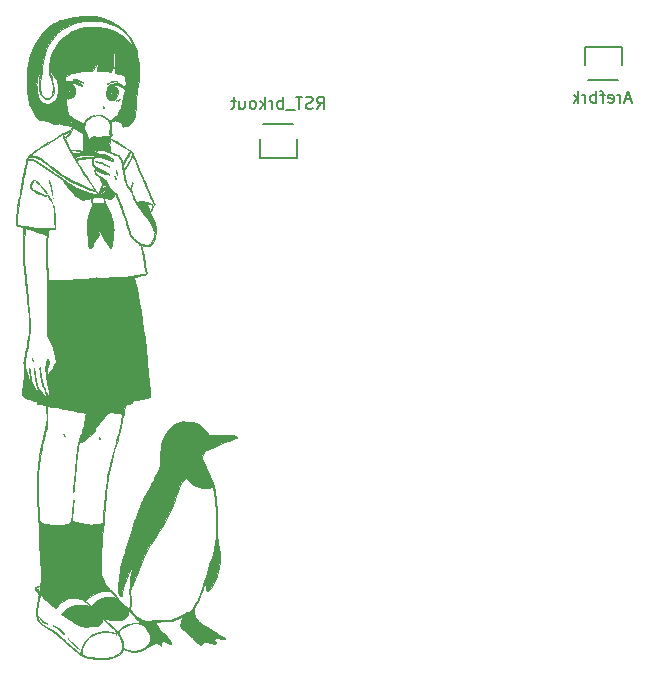
<source format=gbo>
G04 #@! TF.GenerationSoftware,KiCad,Pcbnew,5.0.0-rc2*
G04 #@! TF.CreationDate,2019-06-04T00:54:00-04:00*
G04 #@! TF.ProjectId,gassensor,67617373656E736F722E6B696361645F,rev?*
G04 #@! TF.SameCoordinates,Original*
G04 #@! TF.FileFunction,Legend,Bot*
G04 #@! TF.FilePolarity,Positive*
%FSLAX46Y46*%
G04 Gerber Fmt 4.6, Leading zero omitted, Abs format (unit mm)*
G04 Created by KiCad (PCBNEW 5.0.0-rc2) date Tue Jun  4 00:54:00 2019*
%MOMM*%
%LPD*%
G01*
G04 APERTURE LIST*
%ADD10C,0.150000*%
%ADD11C,0.010000*%
G04 APERTURE END LIST*
D10*
G04 #@! TO.C,P3*
X133122000Y-81814000D02*
X133122000Y-80264000D01*
X130022000Y-80264000D02*
X130022000Y-81814000D01*
X130022000Y-81814000D02*
X133122000Y-81814000D01*
X130302000Y-78994000D02*
X132842000Y-78994000D01*
G04 #@! TO.C,P4*
X160370000Y-75270000D02*
X157830000Y-75270000D01*
X160650000Y-72450000D02*
X157550000Y-72450000D01*
X160650000Y-74000000D02*
X160650000Y-72450000D01*
X157550000Y-72450000D02*
X157550000Y-74000000D01*
D11*
G04 #@! TO.C,G1*
G36*
X117527810Y-75331001D02*
X117449898Y-75352318D01*
X117356878Y-75385873D01*
X117333561Y-75405633D01*
X117372416Y-75409769D01*
X117465914Y-75396453D01*
X117553154Y-75377396D01*
X117687827Y-75359262D01*
X117833210Y-75359278D01*
X117846231Y-75360469D01*
X117934551Y-75369002D01*
X117953690Y-75367646D01*
X117901008Y-75353771D01*
X117821128Y-75335460D01*
X117670104Y-75314396D01*
X117527810Y-75331001D01*
X117527810Y-75331001D01*
G37*
X117527810Y-75331001D02*
X117449898Y-75352318D01*
X117356878Y-75385873D01*
X117333561Y-75405633D01*
X117372416Y-75409769D01*
X117465914Y-75396453D01*
X117553154Y-75377396D01*
X117687827Y-75359262D01*
X117833210Y-75359278D01*
X117846231Y-75360469D01*
X117934551Y-75369002D01*
X117953690Y-75367646D01*
X117901008Y-75353771D01*
X117821128Y-75335460D01*
X117670104Y-75314396D01*
X117527810Y-75331001D01*
G36*
X114228814Y-75194836D02*
X114208123Y-75203195D01*
X114231615Y-75208907D01*
X114497182Y-75256169D01*
X114715092Y-75312322D01*
X114871163Y-75373606D01*
X114888388Y-75383023D01*
X114992597Y-75438101D01*
X115042240Y-75453642D01*
X115032677Y-75429884D01*
X114974077Y-75378611D01*
X114831858Y-75297894D01*
X114644374Y-75233787D01*
X114444174Y-75195601D01*
X114312446Y-75189321D01*
X114228814Y-75194836D01*
X114228814Y-75194836D01*
G37*
X114228814Y-75194836D02*
X114208123Y-75203195D01*
X114231615Y-75208907D01*
X114497182Y-75256169D01*
X114715092Y-75312322D01*
X114871163Y-75373606D01*
X114888388Y-75383023D01*
X114992597Y-75438101D01*
X115042240Y-75453642D01*
X115032677Y-75429884D01*
X114974077Y-75378611D01*
X114831858Y-75297894D01*
X114644374Y-75233787D01*
X114444174Y-75195601D01*
X114312446Y-75189321D01*
X114228814Y-75194836D01*
G36*
X117142846Y-75482484D02*
X117091136Y-75520841D01*
X117084231Y-75539873D01*
X117110421Y-75572820D01*
X117163534Y-75558830D01*
X117175410Y-75548718D01*
X117201460Y-75496773D01*
X117169526Y-75476139D01*
X117142846Y-75482484D01*
X117142846Y-75482484D01*
G37*
X117142846Y-75482484D02*
X117091136Y-75520841D01*
X117084231Y-75539873D01*
X117110421Y-75572820D01*
X117163534Y-75558830D01*
X117175410Y-75548718D01*
X117201460Y-75496773D01*
X117169526Y-75476139D01*
X117142846Y-75482484D01*
G36*
X113606385Y-76766615D02*
X113625923Y-76786154D01*
X113645462Y-76766615D01*
X113625923Y-76747077D01*
X113606385Y-76766615D01*
X113606385Y-76766615D01*
G37*
X113606385Y-76766615D02*
X113625923Y-76786154D01*
X113645462Y-76766615D01*
X113625923Y-76747077D01*
X113606385Y-76766615D01*
G36*
X113775718Y-76799179D02*
X113771041Y-76845554D01*
X113775718Y-76851282D01*
X113798949Y-76845918D01*
X113801769Y-76825231D01*
X113787472Y-76793066D01*
X113775718Y-76799179D01*
X113775718Y-76799179D01*
G37*
X113775718Y-76799179D02*
X113771041Y-76845554D01*
X113775718Y-76851282D01*
X113798949Y-76845918D01*
X113801769Y-76825231D01*
X113787472Y-76793066D01*
X113775718Y-76799179D01*
G36*
X118062206Y-76855036D02*
X118061154Y-76864308D01*
X118092961Y-76898602D01*
X118122076Y-76903384D01*
X118162522Y-76884440D01*
X118158846Y-76864308D01*
X118108888Y-76826721D01*
X118097925Y-76825231D01*
X118062206Y-76855036D01*
X118062206Y-76855036D01*
G37*
X118062206Y-76855036D02*
X118061154Y-76864308D01*
X118092961Y-76898602D01*
X118122076Y-76903384D01*
X118162522Y-76884440D01*
X118158846Y-76864308D01*
X118108888Y-76826721D01*
X118097925Y-76825231D01*
X118062206Y-76855036D01*
G36*
X117945059Y-76933121D02*
X117943923Y-76942461D01*
X117973660Y-76980403D01*
X117983000Y-76981538D01*
X118020942Y-76951802D01*
X118022077Y-76942461D01*
X117992340Y-76904520D01*
X117983000Y-76903384D01*
X117945059Y-76933121D01*
X117945059Y-76933121D01*
G37*
X117945059Y-76933121D02*
X117943923Y-76942461D01*
X117973660Y-76980403D01*
X117983000Y-76981538D01*
X118020942Y-76951802D01*
X118022077Y-76942461D01*
X117992340Y-76904520D01*
X117983000Y-76903384D01*
X117945059Y-76933121D01*
G36*
X117800641Y-76955487D02*
X117795964Y-77001862D01*
X117800641Y-77007590D01*
X117823872Y-77002225D01*
X117826692Y-76981538D01*
X117812395Y-76949374D01*
X117800641Y-76955487D01*
X117800641Y-76955487D01*
G37*
X117800641Y-76955487D02*
X117795964Y-77001862D01*
X117800641Y-77007590D01*
X117823872Y-77002225D01*
X117826692Y-76981538D01*
X117812395Y-76949374D01*
X117800641Y-76955487D01*
G36*
X116719206Y-77473180D02*
X116727761Y-77497295D01*
X116772054Y-77571673D01*
X116808538Y-77599538D01*
X116827754Y-77586647D01*
X116794986Y-77520488D01*
X116790542Y-77513627D01*
X116731829Y-77432166D01*
X116707620Y-77418572D01*
X116719206Y-77473180D01*
X116719206Y-77473180D01*
G37*
X116719206Y-77473180D02*
X116727761Y-77497295D01*
X116772054Y-77571673D01*
X116808538Y-77599538D01*
X116827754Y-77586647D01*
X116794986Y-77520488D01*
X116790542Y-77513627D01*
X116731829Y-77432166D01*
X116707620Y-77418572D01*
X116719206Y-77473180D01*
G36*
X115922436Y-78243997D02*
X115906501Y-78256436D01*
X115958404Y-78263201D01*
X115970539Y-78263459D01*
X116037275Y-78259235D01*
X116043151Y-78247002D01*
X116039667Y-78245445D01*
X115962092Y-78237714D01*
X115922436Y-78243997D01*
X115922436Y-78243997D01*
G37*
X115922436Y-78243997D02*
X115906501Y-78256436D01*
X115958404Y-78263201D01*
X115970539Y-78263459D01*
X116037275Y-78259235D01*
X116043151Y-78247002D01*
X116039667Y-78245445D01*
X115962092Y-78237714D01*
X115922436Y-78243997D01*
G36*
X110714692Y-98806000D02*
X110734231Y-98825538D01*
X110753769Y-98806000D01*
X110734231Y-98786461D01*
X110714692Y-98806000D01*
X110714692Y-98806000D01*
G37*
X110714692Y-98806000D02*
X110734231Y-98825538D01*
X110753769Y-98806000D01*
X110734231Y-98786461D01*
X110714692Y-98806000D01*
G36*
X110754966Y-98923231D02*
X110774423Y-98987449D01*
X110792846Y-99020923D01*
X110823810Y-99052201D01*
X110830726Y-99040461D01*
X110811270Y-98976243D01*
X110792846Y-98942769D01*
X110761883Y-98911491D01*
X110754966Y-98923231D01*
X110754966Y-98923231D01*
G37*
X110754966Y-98923231D02*
X110774423Y-98987449D01*
X110792846Y-99020923D01*
X110823810Y-99052201D01*
X110830726Y-99040461D01*
X110811270Y-98976243D01*
X110792846Y-98942769D01*
X110761883Y-98911491D01*
X110754966Y-98923231D01*
G36*
X113336759Y-105176133D02*
X113352259Y-105223245D01*
X113403532Y-105302611D01*
X113411000Y-105312308D01*
X113462520Y-105366291D01*
X113487794Y-105369533D01*
X113488285Y-105365483D01*
X113465774Y-105305958D01*
X113412300Y-105228714D01*
X113356838Y-105173786D01*
X113336759Y-105176133D01*
X113336759Y-105176133D01*
G37*
X113336759Y-105176133D02*
X113352259Y-105223245D01*
X113403532Y-105302611D01*
X113411000Y-105312308D01*
X113462520Y-105366291D01*
X113487794Y-105369533D01*
X113488285Y-105365483D01*
X113465774Y-105305958D01*
X113412300Y-105228714D01*
X113356838Y-105173786D01*
X113336759Y-105176133D01*
G36*
X116356737Y-105490192D02*
X116367968Y-105537609D01*
X116396333Y-105607761D01*
X116431305Y-105652248D01*
X116455871Y-105652924D01*
X116459000Y-105634698D01*
X116437745Y-105579821D01*
X116402328Y-105524930D01*
X116361565Y-105474099D01*
X116356737Y-105490192D01*
X116356737Y-105490192D01*
G37*
X116356737Y-105490192D02*
X116367968Y-105537609D01*
X116396333Y-105607761D01*
X116431305Y-105652248D01*
X116455871Y-105652924D01*
X116459000Y-105634698D01*
X116437745Y-105579821D01*
X116402328Y-105524930D01*
X116361565Y-105474099D01*
X116356737Y-105490192D01*
G36*
X111319601Y-120738850D02*
X111362884Y-120827178D01*
X111384781Y-120866854D01*
X111467185Y-120982453D01*
X111564297Y-121077826D01*
X111592435Y-121097515D01*
X111688104Y-121150345D01*
X111798645Y-121203737D01*
X111902502Y-121248372D01*
X111978124Y-121274935D01*
X112004231Y-121275528D01*
X111972532Y-121250960D01*
X111889408Y-121201178D01*
X111772819Y-121136934D01*
X111772214Y-121136611D01*
X111594030Y-121021065D01*
X111458661Y-120892343D01*
X111434745Y-120860781D01*
X111357575Y-120755403D01*
X111318512Y-120714842D01*
X111319601Y-120738850D01*
X111319601Y-120738850D01*
G37*
X111319601Y-120738850D02*
X111362884Y-120827178D01*
X111384781Y-120866854D01*
X111467185Y-120982453D01*
X111564297Y-121077826D01*
X111592435Y-121097515D01*
X111688104Y-121150345D01*
X111798645Y-121203737D01*
X111902502Y-121248372D01*
X111978124Y-121274935D01*
X112004231Y-121275528D01*
X111972532Y-121250960D01*
X111889408Y-121201178D01*
X111772819Y-121136934D01*
X111772214Y-121136611D01*
X111594030Y-121021065D01*
X111458661Y-120892343D01*
X111434745Y-120860781D01*
X111357575Y-120755403D01*
X111318512Y-120714842D01*
X111319601Y-120738850D01*
G36*
X112477185Y-121426139D02*
X112537708Y-121459945D01*
X112645237Y-121507116D01*
X112649000Y-121508641D01*
X112781215Y-121571359D01*
X112903816Y-121653462D01*
X113036615Y-121770057D01*
X113172957Y-121908251D01*
X113285961Y-122025187D01*
X113372303Y-122110530D01*
X113422709Y-122155401D01*
X113430035Y-122154461D01*
X113389668Y-122097193D01*
X113313501Y-122000902D01*
X113217221Y-121885357D01*
X113206766Y-121873125D01*
X113078930Y-121746013D01*
X112923747Y-121624109D01*
X112760839Y-121519782D01*
X112609827Y-121445399D01*
X112490335Y-121413329D01*
X112476682Y-121412927D01*
X112477185Y-121426139D01*
X112477185Y-121426139D01*
G37*
X112477185Y-121426139D02*
X112537708Y-121459945D01*
X112645237Y-121507116D01*
X112649000Y-121508641D01*
X112781215Y-121571359D01*
X112903816Y-121653462D01*
X113036615Y-121770057D01*
X113172957Y-121908251D01*
X113285961Y-122025187D01*
X113372303Y-122110530D01*
X113422709Y-122155401D01*
X113430035Y-122154461D01*
X113389668Y-122097193D01*
X113313501Y-122000902D01*
X113217221Y-121885357D01*
X113206766Y-121873125D01*
X113078930Y-121746013D01*
X112923747Y-121624109D01*
X112760839Y-121519782D01*
X112609827Y-121445399D01*
X112490335Y-121413329D01*
X112476682Y-121412927D01*
X112477185Y-121426139D01*
G36*
X113765568Y-122547906D02*
X113836879Y-122621710D01*
X113955909Y-122741464D01*
X113994455Y-122779876D01*
X114168016Y-122950056D01*
X114336335Y-123110618D01*
X114486080Y-123249167D01*
X114603922Y-123353312D01*
X114661462Y-123399983D01*
X114704911Y-123428363D01*
X114694574Y-123409453D01*
X114634801Y-123348192D01*
X114529945Y-123249522D01*
X114524692Y-123244700D01*
X114360874Y-123093670D01*
X114168366Y-122915021D01*
X113975246Y-122734855D01*
X113857686Y-122624593D01*
X113773998Y-122547107D01*
X113743950Y-122522291D01*
X113765568Y-122547906D01*
X113765568Y-122547906D01*
G37*
X113765568Y-122547906D02*
X113836879Y-122621710D01*
X113955909Y-122741464D01*
X113994455Y-122779876D01*
X114168016Y-122950056D01*
X114336335Y-123110618D01*
X114486080Y-123249167D01*
X114603922Y-123353312D01*
X114661462Y-123399983D01*
X114704911Y-123428363D01*
X114694574Y-123409453D01*
X114634801Y-123348192D01*
X114529945Y-123249522D01*
X114524692Y-123244700D01*
X114360874Y-123093670D01*
X114168366Y-122915021D01*
X113975246Y-122734855D01*
X113857686Y-122624593D01*
X113773998Y-122547107D01*
X113743950Y-122522291D01*
X113765568Y-122547906D01*
G36*
X114908949Y-123691487D02*
X114904272Y-123737862D01*
X114908949Y-123743590D01*
X114932180Y-123738225D01*
X114935000Y-123717538D01*
X114920702Y-123685374D01*
X114908949Y-123691487D01*
X114908949Y-123691487D01*
G37*
X114908949Y-123691487D02*
X114904272Y-123737862D01*
X114908949Y-123743590D01*
X114932180Y-123738225D01*
X114935000Y-123717538D01*
X114920702Y-123685374D01*
X114908949Y-123691487D01*
G36*
X116074821Y-82120076D02*
X116097175Y-82138897D01*
X116176401Y-82166268D01*
X116292463Y-82196831D01*
X116425327Y-82225225D01*
X116537154Y-82243741D01*
X116635676Y-82252967D01*
X116687471Y-82249093D01*
X116689323Y-82242007D01*
X116643064Y-82223247D01*
X116544823Y-82197614D01*
X116417579Y-82169670D01*
X116284313Y-82143974D01*
X116168005Y-82125086D01*
X116091637Y-82117565D01*
X116074821Y-82120076D01*
X116074821Y-82120076D01*
G37*
X116074821Y-82120076D02*
X116097175Y-82138897D01*
X116176401Y-82166268D01*
X116292463Y-82196831D01*
X116425327Y-82225225D01*
X116537154Y-82243741D01*
X116635676Y-82252967D01*
X116687471Y-82249093D01*
X116689323Y-82242007D01*
X116643064Y-82223247D01*
X116544823Y-82197614D01*
X116417579Y-82169670D01*
X116284313Y-82143974D01*
X116168005Y-82125086D01*
X116091637Y-82117565D01*
X116074821Y-82120076D01*
G36*
X116714954Y-82331650D02*
X116765735Y-82361637D01*
X116864092Y-82408079D01*
X116987016Y-82461367D01*
X117111499Y-82511895D01*
X117214533Y-82550053D01*
X117273110Y-82566234D01*
X117276583Y-82566180D01*
X117255180Y-82549200D01*
X117178261Y-82507117D01*
X117061018Y-82448118D01*
X117025615Y-82430926D01*
X116848362Y-82348746D01*
X116737900Y-82305313D01*
X116694541Y-82300729D01*
X116714954Y-82331650D01*
X116714954Y-82331650D01*
G37*
X116714954Y-82331650D02*
X116765735Y-82361637D01*
X116864092Y-82408079D01*
X116987016Y-82461367D01*
X117111499Y-82511895D01*
X117214533Y-82550053D01*
X117273110Y-82566234D01*
X117276583Y-82566180D01*
X117255180Y-82549200D01*
X117178261Y-82507117D01*
X117061018Y-82448118D01*
X117025615Y-82430926D01*
X116848362Y-82348746D01*
X116737900Y-82305313D01*
X116694541Y-82300729D01*
X116714954Y-82331650D01*
G36*
X117812889Y-82914854D02*
X117835332Y-82996483D01*
X117845761Y-83028692D01*
X117892415Y-83166309D01*
X117920086Y-83239288D01*
X117934052Y-83257282D01*
X117939590Y-83229945D01*
X117940838Y-83202598D01*
X117928892Y-83127025D01*
X117897081Y-83029970D01*
X117857132Y-82940313D01*
X117820769Y-82886930D01*
X117810721Y-82882154D01*
X117812889Y-82914854D01*
X117812889Y-82914854D01*
G37*
X117812889Y-82914854D02*
X117835332Y-82996483D01*
X117845761Y-83028692D01*
X117892415Y-83166309D01*
X117920086Y-83239288D01*
X117934052Y-83257282D01*
X117939590Y-83229945D01*
X117940838Y-83202598D01*
X117928892Y-83127025D01*
X117897081Y-83029970D01*
X117857132Y-82940313D01*
X117820769Y-82886930D01*
X117810721Y-82882154D01*
X117812889Y-82914854D01*
G36*
X117683185Y-83370846D02*
X117709030Y-83450592D01*
X117746533Y-83531880D01*
X117781950Y-83581659D01*
X117790806Y-83585538D01*
X117798010Y-83554928D01*
X117773610Y-83478578D01*
X117760441Y-83449260D01*
X117716400Y-83365859D01*
X117686757Y-83326000D01*
X117682743Y-83325692D01*
X117683185Y-83370846D01*
X117683185Y-83370846D01*
G37*
X117683185Y-83370846D02*
X117709030Y-83450592D01*
X117746533Y-83531880D01*
X117781950Y-83581659D01*
X117790806Y-83585538D01*
X117798010Y-83554928D01*
X117773610Y-83478578D01*
X117760441Y-83449260D01*
X117716400Y-83365859D01*
X117686757Y-83326000D01*
X117682743Y-83325692D01*
X117683185Y-83370846D01*
G36*
X119194385Y-83917692D02*
X119213923Y-83937231D01*
X119233462Y-83917692D01*
X119213923Y-83898154D01*
X119194385Y-83917692D01*
X119194385Y-83917692D01*
G37*
X119194385Y-83917692D02*
X119213923Y-83937231D01*
X119233462Y-83917692D01*
X119213923Y-83898154D01*
X119194385Y-83917692D01*
G36*
X110848154Y-83696069D02*
X110754738Y-83779948D01*
X110667137Y-83895454D01*
X110614850Y-83994965D01*
X110563664Y-84186352D01*
X110577827Y-84351841D01*
X110619216Y-84436536D01*
X110680533Y-84505297D01*
X110719758Y-84520467D01*
X110722255Y-84484410D01*
X110691059Y-84424927D01*
X110645046Y-84290385D01*
X110649739Y-84125400D01*
X110701631Y-83955822D01*
X110770468Y-83839788D01*
X110842151Y-83756308D01*
X110899334Y-83707765D01*
X110913413Y-83702769D01*
X110964336Y-83731118D01*
X111053979Y-83808587D01*
X111171571Y-83923811D01*
X111306340Y-84065425D01*
X111447513Y-84222063D01*
X111584319Y-84382361D01*
X111705986Y-84534951D01*
X111721232Y-84555097D01*
X111821051Y-84684567D01*
X111901118Y-84781867D01*
X111951934Y-84835869D01*
X111965154Y-84840810D01*
X111939481Y-84773870D01*
X111869264Y-84664741D01*
X111764711Y-84525014D01*
X111636028Y-84366277D01*
X111493420Y-84200121D01*
X111347094Y-84038136D01*
X111207256Y-83891911D01*
X111084111Y-83773035D01*
X110987867Y-83693099D01*
X110928729Y-83663693D01*
X110928563Y-83663692D01*
X110848154Y-83696069D01*
X110848154Y-83696069D01*
G37*
X110848154Y-83696069D02*
X110754738Y-83779948D01*
X110667137Y-83895454D01*
X110614850Y-83994965D01*
X110563664Y-84186352D01*
X110577827Y-84351841D01*
X110619216Y-84436536D01*
X110680533Y-84505297D01*
X110719758Y-84520467D01*
X110722255Y-84484410D01*
X110691059Y-84424927D01*
X110645046Y-84290385D01*
X110649739Y-84125400D01*
X110701631Y-83955822D01*
X110770468Y-83839788D01*
X110842151Y-83756308D01*
X110899334Y-83707765D01*
X110913413Y-83702769D01*
X110964336Y-83731118D01*
X111053979Y-83808587D01*
X111171571Y-83923811D01*
X111306340Y-84065425D01*
X111447513Y-84222063D01*
X111584319Y-84382361D01*
X111705986Y-84534951D01*
X111721232Y-84555097D01*
X111821051Y-84684567D01*
X111901118Y-84781867D01*
X111951934Y-84835869D01*
X111965154Y-84840810D01*
X111939481Y-84773870D01*
X111869264Y-84664741D01*
X111764711Y-84525014D01*
X111636028Y-84366277D01*
X111493420Y-84200121D01*
X111347094Y-84038136D01*
X111207256Y-83891911D01*
X111084111Y-83773035D01*
X110987867Y-83693099D01*
X110928729Y-83663693D01*
X110928563Y-83663692D01*
X110848154Y-83696069D01*
G36*
X110800355Y-84541927D02*
X110789332Y-84558564D01*
X110801373Y-84578862D01*
X110849400Y-84613144D01*
X110946333Y-84671734D01*
X111008740Y-84708421D01*
X111149886Y-84784646D01*
X111309297Y-84860385D01*
X111473626Y-84930709D01*
X111629528Y-84990689D01*
X111763657Y-85035396D01*
X111862666Y-85059902D01*
X111913208Y-85059277D01*
X111913424Y-85042526D01*
X111867167Y-85011578D01*
X111766512Y-84965028D01*
X111631257Y-84911840D01*
X111598961Y-84900186D01*
X111414089Y-84827155D01*
X111217434Y-84738026D01*
X111064849Y-84659286D01*
X110942919Y-84594499D01*
X110849042Y-84552324D01*
X110801820Y-84541017D01*
X110800355Y-84541927D01*
X110800355Y-84541927D01*
G37*
X110800355Y-84541927D02*
X110789332Y-84558564D01*
X110801373Y-84578862D01*
X110849400Y-84613144D01*
X110946333Y-84671734D01*
X111008740Y-84708421D01*
X111149886Y-84784646D01*
X111309297Y-84860385D01*
X111473626Y-84930709D01*
X111629528Y-84990689D01*
X111763657Y-85035396D01*
X111862666Y-85059902D01*
X111913208Y-85059277D01*
X111913424Y-85042526D01*
X111867167Y-85011578D01*
X111766512Y-84965028D01*
X111631257Y-84911840D01*
X111598961Y-84900186D01*
X111414089Y-84827155D01*
X111217434Y-84738026D01*
X111064849Y-84659286D01*
X110942919Y-84594499D01*
X110849042Y-84552324D01*
X110801820Y-84541017D01*
X110800355Y-84541927D01*
G36*
X112145409Y-83784196D02*
X112163798Y-83876677D01*
X112200792Y-84011276D01*
X112202431Y-84016668D01*
X112244262Y-84164692D01*
X112294723Y-84359270D01*
X112346216Y-84570504D01*
X112375891Y-84699231D01*
X112411154Y-84849753D01*
X112437239Y-84947870D01*
X112451787Y-84985772D01*
X112452435Y-84955649D01*
X112451872Y-84950556D01*
X112432094Y-84821559D01*
X112398615Y-84646312D01*
X112356285Y-84446303D01*
X112309956Y-84243019D01*
X112264478Y-84057949D01*
X112224701Y-83912581D01*
X112202055Y-83843888D01*
X112164519Y-83759359D01*
X112145643Y-83742276D01*
X112145409Y-83784196D01*
X112145409Y-83784196D01*
G37*
X112145409Y-83784196D02*
X112163798Y-83876677D01*
X112200792Y-84011276D01*
X112202431Y-84016668D01*
X112244262Y-84164692D01*
X112294723Y-84359270D01*
X112346216Y-84570504D01*
X112375891Y-84699231D01*
X112411154Y-84849753D01*
X112437239Y-84947870D01*
X112451787Y-84985772D01*
X112452435Y-84955649D01*
X112451872Y-84950556D01*
X112432094Y-84821559D01*
X112398615Y-84646312D01*
X112356285Y-84446303D01*
X112309956Y-84243019D01*
X112264478Y-84057949D01*
X112224701Y-83912581D01*
X112202055Y-83843888D01*
X112164519Y-83759359D01*
X112145643Y-83742276D01*
X112145409Y-83784196D01*
G36*
X112473154Y-85246308D02*
X112492692Y-85265846D01*
X112512231Y-85246308D01*
X112492692Y-85226769D01*
X112473154Y-85246308D01*
X112473154Y-85246308D01*
G37*
X112473154Y-85246308D02*
X112492692Y-85265846D01*
X112512231Y-85246308D01*
X112492692Y-85226769D01*
X112473154Y-85246308D01*
G36*
X112026837Y-85005751D02*
X112071764Y-85084162D01*
X112097122Y-85119309D01*
X112169996Y-85227158D01*
X112254782Y-85370176D01*
X112315496Y-85483337D01*
X112373817Y-85591223D01*
X112416049Y-85655778D01*
X112433512Y-85663841D01*
X112433582Y-85662330D01*
X112415840Y-85603662D01*
X112369107Y-85498097D01*
X112303922Y-85366157D01*
X112230821Y-85228366D01*
X112160343Y-85105247D01*
X112103025Y-85017323D01*
X112101057Y-85014699D01*
X112049511Y-84965951D01*
X112020227Y-84963286D01*
X112026837Y-85005751D01*
X112026837Y-85005751D01*
G37*
X112026837Y-85005751D02*
X112071764Y-85084162D01*
X112097122Y-85119309D01*
X112169996Y-85227158D01*
X112254782Y-85370176D01*
X112315496Y-85483337D01*
X112373817Y-85591223D01*
X112416049Y-85655778D01*
X112433512Y-85663841D01*
X112433582Y-85662330D01*
X112415840Y-85603662D01*
X112369107Y-85498097D01*
X112303922Y-85366157D01*
X112230821Y-85228366D01*
X112160343Y-85105247D01*
X112103025Y-85017323D01*
X112101057Y-85014699D01*
X112049511Y-84965951D01*
X112020227Y-84963286D01*
X112026837Y-85005751D01*
G36*
X120916597Y-85917261D02*
X120865907Y-85977198D01*
X120859564Y-86015442D01*
X120853987Y-86065906D01*
X120816847Y-86156196D01*
X120791996Y-86203419D01*
X120744457Y-86300676D01*
X120724669Y-86367955D01*
X120727528Y-86382169D01*
X120757899Y-86365030D01*
X120810405Y-86295988D01*
X120847086Y-86236068D01*
X120910397Y-86112074D01*
X120957603Y-85996443D01*
X120968588Y-85959137D01*
X120982400Y-85885876D01*
X120965005Y-85878666D01*
X120916597Y-85917261D01*
X120916597Y-85917261D01*
G37*
X120916597Y-85917261D02*
X120865907Y-85977198D01*
X120859564Y-86015442D01*
X120853987Y-86065906D01*
X120816847Y-86156196D01*
X120791996Y-86203419D01*
X120744457Y-86300676D01*
X120724669Y-86367955D01*
X120727528Y-86382169D01*
X120757899Y-86365030D01*
X120810405Y-86295988D01*
X120847086Y-86236068D01*
X120910397Y-86112074D01*
X120957603Y-85996443D01*
X120968588Y-85959137D01*
X120982400Y-85885876D01*
X120965005Y-85878666D01*
X120916597Y-85917261D01*
G36*
X114962237Y-69791574D02*
X114384146Y-69867274D01*
X113860385Y-70004153D01*
X113676398Y-70058613D01*
X113476158Y-70108411D01*
X113332846Y-70137323D01*
X113103998Y-70197686D01*
X112842536Y-70302066D01*
X112571078Y-70439183D01*
X112312240Y-70597759D01*
X112113955Y-70745194D01*
X111775170Y-71068707D01*
X111455448Y-71458625D01*
X111160483Y-71904348D01*
X110895966Y-72395279D01*
X110667588Y-72920821D01*
X110481042Y-73470375D01*
X110342019Y-74033344D01*
X110338556Y-74050769D01*
X110311542Y-74236625D01*
X110289909Y-74482501D01*
X110274066Y-74770424D01*
X110264422Y-75082418D01*
X110261385Y-75400508D01*
X110265365Y-75706721D01*
X110276771Y-75983080D01*
X110290542Y-76160923D01*
X110317906Y-76375561D01*
X110359045Y-76625397D01*
X110408284Y-76880558D01*
X110459950Y-77111171D01*
X110498369Y-77255077D01*
X110577255Y-77469921D01*
X110688809Y-77708250D01*
X110820227Y-77947310D01*
X110958704Y-78164348D01*
X111091437Y-78336613D01*
X111130578Y-78378535D01*
X111265667Y-78501953D01*
X111388763Y-78592192D01*
X111487995Y-78642449D01*
X111551493Y-78645920D01*
X111566082Y-78628138D01*
X111605970Y-78619104D01*
X111693869Y-78643524D01*
X111742741Y-78663919D01*
X111883830Y-78711832D01*
X112030221Y-78738204D01*
X112062846Y-78739853D01*
X112235116Y-78773889D01*
X112391111Y-78857942D01*
X112511804Y-78935323D01*
X112586076Y-78967903D01*
X112629018Y-78959091D01*
X112653844Y-78917315D01*
X112678839Y-78882944D01*
X112726200Y-78895196D01*
X112773681Y-78924321D01*
X112858475Y-78965205D01*
X112927495Y-78952633D01*
X112945998Y-78942005D01*
X113004794Y-78920375D01*
X113085800Y-78925598D01*
X113210715Y-78959936D01*
X113253547Y-78974076D01*
X113403321Y-79016919D01*
X113546331Y-79045446D01*
X113625306Y-79052615D01*
X113751963Y-79063559D01*
X113882336Y-79091651D01*
X113993653Y-79129785D01*
X114063142Y-79170852D01*
X114075308Y-79193068D01*
X114063238Y-79257953D01*
X114034113Y-79354499D01*
X114033238Y-79357018D01*
X114005816Y-79415439D01*
X113960156Y-79463782D01*
X113881541Y-79511398D01*
X113755253Y-79567636D01*
X113613161Y-79623899D01*
X113329811Y-79750798D01*
X113052471Y-79905491D01*
X112922539Y-79991197D01*
X112824353Y-80059589D01*
X112722026Y-80128269D01*
X112607129Y-80202381D01*
X112471235Y-80287070D01*
X112305914Y-80387483D01*
X112102740Y-80508764D01*
X111853284Y-80656059D01*
X111549118Y-80834513D01*
X111359462Y-80945465D01*
X111188628Y-81053491D01*
X111001603Y-81185243D01*
X110811162Y-81330179D01*
X110630075Y-81477758D01*
X110471117Y-81617440D01*
X110347060Y-81738682D01*
X110270677Y-81830943D01*
X110257301Y-81855053D01*
X110224578Y-81970275D01*
X110208663Y-82103338D01*
X110208455Y-82113072D01*
X110198134Y-82216566D01*
X110171925Y-82369969D01*
X110134475Y-82547779D01*
X110112304Y-82640611D01*
X110068274Y-82827709D01*
X110018370Y-83057368D01*
X109965022Y-83316523D01*
X109910657Y-83592104D01*
X109857702Y-83871047D01*
X109808585Y-84140282D01*
X109765735Y-84386744D01*
X109731580Y-84597365D01*
X109708546Y-84759078D01*
X109699063Y-84858816D01*
X109698952Y-84865308D01*
X109707908Y-84942518D01*
X109730405Y-84953547D01*
X109758881Y-84907467D01*
X109785776Y-84813346D01*
X109796673Y-84748077D01*
X109816921Y-84614898D01*
X109849921Y-84420520D01*
X109892765Y-84180312D01*
X109942546Y-83909642D01*
X109996354Y-83623879D01*
X110051282Y-83338394D01*
X110104421Y-83068554D01*
X110152863Y-82829729D01*
X110193700Y-82637288D01*
X110208908Y-82569538D01*
X110248068Y-82399141D01*
X110282294Y-82249466D01*
X110306585Y-82142410D01*
X110313733Y-82110384D01*
X110331833Y-82062023D01*
X110372048Y-82035550D01*
X110453724Y-82024518D01*
X110577535Y-82022461D01*
X110822037Y-82022461D01*
X112045483Y-82847035D01*
X112322264Y-83033194D01*
X112579827Y-83205690D01*
X112810725Y-83359591D01*
X113007511Y-83489964D01*
X113162737Y-83591878D01*
X113268954Y-83660400D01*
X113318714Y-83690597D01*
X113320426Y-83691369D01*
X113367571Y-83732233D01*
X113371923Y-83749161D01*
X113392742Y-83795128D01*
X113449164Y-83890510D01*
X113532140Y-84020580D01*
X113615500Y-84145519D01*
X113790793Y-84384110D01*
X113987592Y-84619633D01*
X114193513Y-84839659D01*
X114396174Y-85031760D01*
X114583189Y-85183507D01*
X114742177Y-85282472D01*
X114753873Y-85287993D01*
X114877408Y-85340448D01*
X114973966Y-85364587D01*
X115078095Y-85364579D01*
X115223667Y-85344704D01*
X115372873Y-85317654D01*
X115503678Y-85288394D01*
X115577400Y-85266747D01*
X115640291Y-85247081D01*
X115679866Y-85256052D01*
X115704922Y-85307239D01*
X115724257Y-85414221D01*
X115737062Y-85513180D01*
X115760297Y-85639306D01*
X115791126Y-85729762D01*
X115815419Y-85760171D01*
X115833950Y-85791232D01*
X115819058Y-85865332D01*
X115768130Y-85993416D01*
X115750161Y-86033612D01*
X115622790Y-86331593D01*
X115523627Y-86608194D01*
X115450890Y-86877380D01*
X115402796Y-87153119D01*
X115377561Y-87449376D01*
X115373405Y-87780118D01*
X115388543Y-88159311D01*
X115421193Y-88600922D01*
X115421705Y-88606905D01*
X115447675Y-88894871D01*
X115471112Y-89113778D01*
X115494005Y-89272588D01*
X115518344Y-89380263D01*
X115546117Y-89445768D01*
X115579313Y-89478064D01*
X115616819Y-89486154D01*
X115687408Y-89453365D01*
X115768505Y-89369386D01*
X115842110Y-89255795D01*
X115878973Y-89171857D01*
X115923229Y-89072415D01*
X115996352Y-88936009D01*
X116083375Y-88790378D01*
X116092985Y-88775249D01*
X116196011Y-88606901D01*
X116301653Y-88422788D01*
X116382218Y-88272051D01*
X116504217Y-88030373D01*
X116592875Y-88220955D01*
X116659528Y-88352799D01*
X116749037Y-88515232D01*
X116842006Y-88673057D01*
X116935982Y-88830707D01*
X117027958Y-88992392D01*
X117097868Y-89122815D01*
X117199055Y-89304180D01*
X117285911Y-89422555D01*
X117354901Y-89473860D01*
X117394033Y-89464701D01*
X117421796Y-89403671D01*
X117453651Y-89279555D01*
X117487552Y-89107181D01*
X117521455Y-88901375D01*
X117553314Y-88676966D01*
X117581084Y-88448779D01*
X117602721Y-88231642D01*
X117616179Y-88040381D01*
X117619415Y-87889825D01*
X117617433Y-87844923D01*
X117587756Y-87601681D01*
X117534497Y-87322420D01*
X117462609Y-87023497D01*
X117377042Y-86721268D01*
X117282748Y-86432090D01*
X117184679Y-86172317D01*
X117087787Y-85958308D01*
X117002647Y-85814095D01*
X116969561Y-85747398D01*
X116928990Y-85637526D01*
X116909584Y-85576428D01*
X116841949Y-85576428D01*
X116808686Y-85618321D01*
X116725003Y-85630928D01*
X116578086Y-85627777D01*
X116547015Y-85626686D01*
X116367627Y-85628609D01*
X116188582Y-85643639D01*
X116048692Y-85668512D01*
X115853308Y-85720729D01*
X115809101Y-85483518D01*
X115786995Y-85339128D01*
X115787545Y-85255169D01*
X115809101Y-85218264D01*
X115929946Y-85169730D01*
X116102682Y-85135544D01*
X116301928Y-85118324D01*
X116502305Y-85120692D01*
X116622858Y-85134260D01*
X116709991Y-85154316D01*
X116759272Y-85192297D01*
X116790010Y-85270715D01*
X116808474Y-85350676D01*
X116837607Y-85491723D01*
X116841949Y-85576428D01*
X116909584Y-85576428D01*
X116887388Y-85506550D01*
X116851209Y-85376537D01*
X116826904Y-85269558D01*
X116820927Y-85207683D01*
X116823489Y-85201377D01*
X116861568Y-85207211D01*
X116954581Y-85228622D01*
X117075728Y-85259255D01*
X117214192Y-85292654D01*
X117303581Y-85303370D01*
X117369509Y-85291739D01*
X117427420Y-85263867D01*
X117511427Y-85192836D01*
X117597035Y-85084711D01*
X117624671Y-85039312D01*
X117684702Y-84948419D01*
X117736327Y-84900434D01*
X117755364Y-84898833D01*
X117800289Y-84955395D01*
X117865029Y-85082257D01*
X117949954Y-85280337D01*
X118055436Y-85550556D01*
X118181843Y-85893831D01*
X118329548Y-86311081D01*
X118360146Y-86399077D01*
X118475685Y-86733359D01*
X118570061Y-87009754D01*
X118648322Y-87243999D01*
X118715515Y-87451836D01*
X118776688Y-87649002D01*
X118836889Y-87851238D01*
X118901165Y-88074283D01*
X118930342Y-88177077D01*
X118969672Y-88304422D01*
X119012818Y-88404253D01*
X119072828Y-88496166D01*
X119162753Y-88599753D01*
X119295643Y-88734607D01*
X119313292Y-88752041D01*
X119447720Y-88878113D01*
X119572291Y-88983316D01*
X119671003Y-89054769D01*
X119718960Y-89078594D01*
X119785746Y-89107166D01*
X119799240Y-89135816D01*
X119813217Y-89171787D01*
X119849573Y-89190182D01*
X119878241Y-89211921D01*
X119905980Y-89264642D01*
X119935568Y-89358224D01*
X119969781Y-89502546D01*
X120011396Y-89707484D01*
X120045359Y-89886611D01*
X120092552Y-90146428D01*
X120139632Y-90417138D01*
X120182408Y-90673854D01*
X120216687Y-90891687D01*
X120229771Y-90981399D01*
X120258295Y-91161682D01*
X120289251Y-91318881D01*
X120318384Y-91433152D01*
X120336420Y-91478654D01*
X120361947Y-91557814D01*
X120346175Y-91589061D01*
X120273512Y-91623828D01*
X120136636Y-91662961D01*
X119949224Y-91704456D01*
X119724959Y-91746308D01*
X119477519Y-91786514D01*
X119220584Y-91823070D01*
X118967835Y-91853971D01*
X118732950Y-91877214D01*
X118529610Y-91890795D01*
X118371495Y-91892709D01*
X118306825Y-91887809D01*
X118220270Y-91885088D01*
X118080113Y-91890037D01*
X117910413Y-91901592D01*
X117826692Y-91909059D01*
X117602622Y-91929001D01*
X117349912Y-91948970D01*
X117117633Y-91965124D01*
X117084231Y-91967183D01*
X116877857Y-91979903D01*
X116660108Y-91993815D01*
X116470431Y-92006390D01*
X116429692Y-92009190D01*
X116274978Y-92016358D01*
X116185309Y-92010408D01*
X116148471Y-91990029D01*
X116145786Y-91978665D01*
X116134886Y-91951353D01*
X116116479Y-91972352D01*
X116066347Y-91993019D01*
X115951134Y-92013305D01*
X115783899Y-92031356D01*
X115618846Y-92043087D01*
X115428181Y-92054464D01*
X115181464Y-92069871D01*
X114900609Y-92087903D01*
X114607531Y-92107151D01*
X114329308Y-92125858D01*
X114036306Y-92143553D01*
X113730884Y-92157957D01*
X113423794Y-92168950D01*
X113125786Y-92176412D01*
X112847612Y-92180223D01*
X112600025Y-92180263D01*
X112393774Y-92176413D01*
X112239612Y-92168552D01*
X112148290Y-92156560D01*
X112131424Y-92150369D01*
X112109071Y-92101717D01*
X112088290Y-91983537D01*
X112068764Y-91793205D01*
X112050174Y-91528098D01*
X112044966Y-91437813D01*
X112017509Y-90911959D01*
X111997556Y-90454493D01*
X111985031Y-90056020D01*
X111979860Y-89707143D01*
X111981966Y-89398467D01*
X111991273Y-89120593D01*
X112007707Y-88864127D01*
X112022901Y-88697283D01*
X112049791Y-88428340D01*
X112071039Y-88227059D01*
X112091043Y-88083594D01*
X112114204Y-87988101D01*
X112144923Y-87930735D01*
X112187598Y-87901651D01*
X112246631Y-87891005D01*
X112326420Y-87888952D01*
X112384689Y-87887795D01*
X112521913Y-87880660D01*
X112627530Y-87870198D01*
X112676956Y-87859259D01*
X112690459Y-87813175D01*
X112695597Y-87710587D01*
X112691410Y-87572793D01*
X112690498Y-87558719D01*
X112681104Y-87406377D01*
X112669890Y-87203318D01*
X112658313Y-86976909D01*
X112648537Y-86770308D01*
X112635521Y-86547107D01*
X112617878Y-86335660D01*
X112597257Y-86148555D01*
X112575309Y-85998376D01*
X112553684Y-85897709D01*
X112534031Y-85859140D01*
X112529322Y-85860960D01*
X112526564Y-85904532D01*
X112534767Y-86002308D01*
X112548631Y-86108289D01*
X112561091Y-86223361D01*
X112574313Y-86398820D01*
X112587228Y-86616922D01*
X112598770Y-86859922D01*
X112606713Y-87073154D01*
X112630328Y-87805846D01*
X112166446Y-87805846D01*
X111840586Y-87797793D01*
X111461140Y-87775037D01*
X111050849Y-87739677D01*
X110632453Y-87693815D01*
X110228692Y-87639553D01*
X110030846Y-87608511D01*
X109799902Y-87570846D01*
X109634921Y-87541627D01*
X109525351Y-87513364D01*
X109460642Y-87478570D01*
X109430245Y-87429756D01*
X109423609Y-87359434D01*
X109430184Y-87260116D01*
X109435896Y-87186234D01*
X109454648Y-86946864D01*
X109480388Y-86669368D01*
X109510974Y-86372759D01*
X109544264Y-86076048D01*
X109578115Y-85798248D01*
X109610386Y-85558370D01*
X109638935Y-85375427D01*
X109641593Y-85360493D01*
X109674054Y-85175382D01*
X109690517Y-85062400D01*
X109690438Y-85017065D01*
X109673272Y-85034895D01*
X109638474Y-85111408D01*
X109617516Y-85162315D01*
X109595435Y-85222002D01*
X109575377Y-85290903D01*
X109556117Y-85377522D01*
X109536434Y-85490364D01*
X109515103Y-85637932D01*
X109490900Y-85828732D01*
X109462603Y-86071267D01*
X109428988Y-86374041D01*
X109388831Y-86745558D01*
X109386178Y-86770308D01*
X109366051Y-86956817D01*
X109346898Y-87132082D01*
X109331614Y-87269693D01*
X109326182Y-87317384D01*
X109322244Y-87429689D01*
X109335150Y-87512607D01*
X109340820Y-87524497D01*
X109392335Y-87555174D01*
X109500437Y-87591960D01*
X109644607Y-87628219D01*
X109691675Y-87637972D01*
X109846924Y-87669651D01*
X109939519Y-87694599D01*
X109983579Y-87720738D01*
X109993217Y-87755990D01*
X109984119Y-87802090D01*
X109974570Y-87881196D01*
X109967056Y-88027557D01*
X109961518Y-88230302D01*
X109957897Y-88478561D01*
X109956133Y-88761463D01*
X109956169Y-89068138D01*
X109957945Y-89387714D01*
X109961401Y-89709322D01*
X109966479Y-90022090D01*
X109973120Y-90315147D01*
X109981265Y-90577624D01*
X109990854Y-90798649D01*
X110001271Y-90960608D01*
X110024981Y-91227936D01*
X110055429Y-91537561D01*
X110088994Y-91854314D01*
X110122059Y-92143026D01*
X110127951Y-92191531D01*
X110160636Y-92470973D01*
X110195680Y-92792952D01*
X110229377Y-93122087D01*
X110258020Y-93422996D01*
X110264121Y-93491538D01*
X110289008Y-93762815D01*
X110317821Y-94055538D01*
X110347541Y-94340242D01*
X110375149Y-94587460D01*
X110384262Y-94663846D01*
X110432747Y-95132718D01*
X110462233Y-95582741D01*
X110472447Y-96000380D01*
X110463112Y-96372100D01*
X110433955Y-96684366D01*
X110426304Y-96734923D01*
X110370019Y-97075881D01*
X110311715Y-97419052D01*
X110253459Y-97753051D01*
X110197320Y-98066493D01*
X110145364Y-98347994D01*
X110099660Y-98586167D01*
X110062275Y-98769628D01*
X110035872Y-98884712D01*
X110003392Y-99027630D01*
X109994727Y-99139981D01*
X110009594Y-99261241D01*
X110032407Y-99366394D01*
X110049204Y-99452661D01*
X110060190Y-99549325D01*
X110064931Y-99664711D01*
X110062994Y-99807144D01*
X110053949Y-99984949D01*
X110037361Y-100206451D01*
X110012799Y-100479976D01*
X109979831Y-100813848D01*
X109938023Y-101216393D01*
X109934654Y-101248308D01*
X109909563Y-101494545D01*
X109895515Y-101676237D01*
X109894684Y-101806489D01*
X109909243Y-101898406D01*
X109941366Y-101965091D01*
X109993227Y-102019649D01*
X110066999Y-102075185D01*
X110072451Y-102079032D01*
X110179176Y-102140442D01*
X110333598Y-102212365D01*
X110515051Y-102287023D01*
X110702866Y-102356639D01*
X110876379Y-102413436D01*
X111014921Y-102449638D01*
X111081039Y-102458578D01*
X111131113Y-102473832D01*
X111138645Y-102531673D01*
X111132053Y-102570965D01*
X111122649Y-102634135D01*
X111138313Y-102668018D01*
X111196129Y-102682853D01*
X111313176Y-102688881D01*
X111329657Y-102689421D01*
X111525905Y-102705027D01*
X111696816Y-102735738D01*
X111826017Y-102777345D01*
X111897136Y-102825636D01*
X111903462Y-102836997D01*
X111912585Y-102894415D01*
X111923210Y-103014773D01*
X111934271Y-103182898D01*
X111944700Y-103383619D01*
X111949189Y-103487566D01*
X111953692Y-103955227D01*
X111924982Y-104375550D01*
X111860174Y-104773226D01*
X111756381Y-105172944D01*
X111749608Y-105195077D01*
X111671852Y-105449654D01*
X111613453Y-105648470D01*
X111569785Y-105810147D01*
X111536223Y-105953306D01*
X111508140Y-106096571D01*
X111480912Y-106258563D01*
X111472974Y-106308769D01*
X111436497Y-106526330D01*
X111393068Y-106763095D01*
X111350414Y-106977468D01*
X111338119Y-107034866D01*
X111283665Y-107333103D01*
X111235278Y-107700437D01*
X111193748Y-108127990D01*
X111159868Y-108606882D01*
X111134428Y-109128235D01*
X111124179Y-109434923D01*
X111117684Y-109694917D01*
X111114195Y-109926984D01*
X111114220Y-110144150D01*
X111118266Y-110359441D01*
X111126841Y-110585881D01*
X111140450Y-110836496D01*
X111159602Y-111124310D01*
X111184804Y-111462350D01*
X111216563Y-111863641D01*
X111220810Y-111916308D01*
X111230863Y-112063482D01*
X111242902Y-112277286D01*
X111256403Y-112546233D01*
X111270842Y-112858841D01*
X111285693Y-113203624D01*
X111300435Y-113569097D01*
X111314541Y-113943777D01*
X111318899Y-114065538D01*
X111333427Y-114448892D01*
X111349842Y-114833692D01*
X111367474Y-115207193D01*
X111385650Y-115556646D01*
X111403701Y-115869305D01*
X111420955Y-116132424D01*
X111436741Y-116333256D01*
X111440266Y-116371077D01*
X111468660Y-116740640D01*
X111481900Y-117098346D01*
X111480055Y-117427735D01*
X111463195Y-117712343D01*
X111433697Y-117924437D01*
X111409020Y-118008210D01*
X111362539Y-118043793D01*
X111266821Y-118051378D01*
X111261214Y-118051384D01*
X111129318Y-118072245D01*
X111025746Y-118122945D01*
X110967807Y-118196423D01*
X110962667Y-118287890D01*
X111012906Y-118406691D01*
X111121105Y-118562168D01*
X111160801Y-118611905D01*
X111332322Y-118822487D01*
X111258207Y-119089771D01*
X111204154Y-119318315D01*
X111155624Y-119585564D01*
X111115643Y-119867683D01*
X111087239Y-120140839D01*
X111073441Y-120381197D01*
X111074890Y-120532769D01*
X111106624Y-120769948D01*
X111177172Y-120976829D01*
X111293818Y-121162102D01*
X111463847Y-121334460D01*
X111694543Y-121502594D01*
X111993189Y-121675196D01*
X112062846Y-121711601D01*
X112305000Y-121840256D01*
X112500863Y-121955811D01*
X112672440Y-122074068D01*
X112841738Y-122210828D01*
X113030763Y-122381891D01*
X113137462Y-122483222D01*
X113336648Y-122669252D01*
X113560863Y-122870209D01*
X113799876Y-123077699D01*
X114043454Y-123283329D01*
X114281366Y-123478706D01*
X114503380Y-123655436D01*
X114699265Y-123805126D01*
X114858788Y-123919381D01*
X114971719Y-123989810D01*
X114977946Y-123993051D01*
X115193770Y-124087165D01*
X115430625Y-124156847D01*
X115703302Y-124204873D01*
X116026593Y-124234021D01*
X116322231Y-124245411D01*
X116557097Y-124248319D01*
X116784508Y-124247138D01*
X116983993Y-124242250D01*
X117135081Y-124234039D01*
X117181923Y-124229350D01*
X117431074Y-124185635D01*
X117660918Y-124115622D01*
X117907893Y-124007816D01*
X117949722Y-123987148D01*
X118148769Y-123865349D01*
X118285815Y-123724368D01*
X118376972Y-123547514D01*
X118378679Y-123542828D01*
X118424975Y-123414799D01*
X118643603Y-123515467D01*
X118904890Y-123600382D01*
X119198217Y-123636604D01*
X119505840Y-123626974D01*
X119810010Y-123574335D01*
X120092981Y-123481527D01*
X120337007Y-123351392D01*
X120495484Y-123218943D01*
X120590086Y-123139654D01*
X120676976Y-123119387D01*
X120704689Y-123122937D01*
X120796446Y-123117215D01*
X120878522Y-123050878D01*
X120888513Y-123038909D01*
X121004071Y-122953807D01*
X121152963Y-122922538D01*
X121311417Y-122945577D01*
X121455664Y-123023400D01*
X121460589Y-123027480D01*
X121562623Y-123104938D01*
X121622225Y-123122169D01*
X121649909Y-123076431D01*
X121656231Y-122976452D01*
X121668603Y-122860415D01*
X121712795Y-122794090D01*
X121739159Y-122777137D01*
X121868488Y-122750047D01*
X122022796Y-122785381D01*
X122186050Y-122879035D01*
X122210233Y-122897789D01*
X122333134Y-122979031D01*
X122432964Y-123011998D01*
X122497627Y-122994939D01*
X122515923Y-122942058D01*
X122489338Y-122849217D01*
X122416982Y-122718063D01*
X122309952Y-122563894D01*
X122226087Y-122459943D01*
X120692959Y-122459943D01*
X120692468Y-122524114D01*
X120685085Y-122692603D01*
X120668576Y-122804835D01*
X120644966Y-122849755D01*
X120607622Y-122895878D01*
X120601154Y-122934709D01*
X120569055Y-123010295D01*
X120483404Y-123107824D01*
X120360167Y-123213532D01*
X120215310Y-123313652D01*
X120071416Y-123391418D01*
X119749570Y-123502551D01*
X119411754Y-123553988D01*
X119080677Y-123543463D01*
X118901308Y-123508239D01*
X118759241Y-123464214D01*
X118627513Y-123413538D01*
X118584421Y-123393311D01*
X118518742Y-123353583D01*
X118479878Y-123304883D01*
X118458140Y-123225170D01*
X118443838Y-123092400D01*
X118441950Y-123069221D01*
X118423379Y-122923701D01*
X118387530Y-122785472D01*
X118326308Y-122630067D01*
X118231621Y-122433022D01*
X118231298Y-122432382D01*
X118152840Y-122276869D01*
X118087979Y-122148030D01*
X118044491Y-122061326D01*
X118030378Y-122032827D01*
X118046831Y-121992174D01*
X118100877Y-121910003D01*
X118171050Y-121816706D01*
X118376746Y-121618084D01*
X118650931Y-121455424D01*
X118992352Y-121329413D01*
X119120220Y-121295832D01*
X119326271Y-121249579D01*
X119480725Y-121225675D01*
X119606864Y-121224083D01*
X119727970Y-121244767D01*
X119867324Y-121287689D01*
X119887164Y-121294608D01*
X120102893Y-121399279D01*
X120288804Y-121555517D01*
X120455466Y-121773559D01*
X120549582Y-121936350D01*
X120624700Y-122084963D01*
X120668237Y-122199558D01*
X120688290Y-122313447D01*
X120692959Y-122459943D01*
X122226087Y-122459943D01*
X122179344Y-122402005D01*
X122036256Y-122247695D01*
X121958410Y-122173541D01*
X121804742Y-122025002D01*
X121650513Y-121859240D01*
X121503846Y-121687063D01*
X121372868Y-121519274D01*
X121265701Y-121366680D01*
X121211799Y-121275975D01*
X119949553Y-121275975D01*
X119945927Y-121274909D01*
X119736673Y-121209492D01*
X119520263Y-121186414D01*
X119280140Y-121206255D01*
X118999747Y-121269590D01*
X118854329Y-121312969D01*
X118533748Y-121445596D01*
X118276586Y-121621593D01*
X118084171Y-121836827D01*
X117972651Y-121997749D01*
X117655441Y-121674513D01*
X117485502Y-121508167D01*
X117284169Y-121321375D01*
X117081657Y-121141779D01*
X116967000Y-121044713D01*
X116595769Y-120738149D01*
X116849769Y-120985191D01*
X116971523Y-121103113D01*
X117131744Y-121257581D01*
X117312349Y-121431197D01*
X117495254Y-121606560D01*
X117555327Y-121664040D01*
X117734289Y-121837597D01*
X117866838Y-121973873D01*
X117964868Y-122087624D01*
X118040274Y-122193610D01*
X118104951Y-122306586D01*
X118155319Y-122408461D01*
X118277143Y-122698641D01*
X118345481Y-122949563D01*
X118363077Y-123176249D01*
X118334142Y-123387677D01*
X118291377Y-123528119D01*
X118238717Y-123650609D01*
X118206331Y-123703275D01*
X118120670Y-123779531D01*
X117982112Y-123868105D01*
X117812114Y-123957251D01*
X117632133Y-124035220D01*
X117540187Y-124067946D01*
X117340585Y-124113949D01*
X117082788Y-124145448D01*
X116785399Y-124162441D01*
X116467019Y-124164926D01*
X116146250Y-124152904D01*
X115841694Y-124126371D01*
X115571953Y-124085327D01*
X115491621Y-124068100D01*
X115223949Y-123995793D01*
X115031378Y-123921458D01*
X114910854Y-123843500D01*
X114859326Y-123760322D01*
X114856846Y-123736283D01*
X114868473Y-123663198D01*
X114890529Y-123639384D01*
X114915735Y-123604446D01*
X114946117Y-123514062D01*
X114968217Y-123420263D01*
X115062720Y-123133201D01*
X115228745Y-122844337D01*
X115460521Y-122563414D01*
X115499384Y-122523778D01*
X115750940Y-122311500D01*
X116028808Y-122155363D01*
X116343615Y-122051564D01*
X116705988Y-121996299D01*
X117006077Y-121984417D01*
X117304611Y-121994981D01*
X117535864Y-122028807D01*
X117707656Y-122087517D01*
X117803094Y-122149633D01*
X117855157Y-122188955D01*
X117864014Y-122174422D01*
X117858458Y-122154478D01*
X117802385Y-122094790D01*
X117681629Y-122038717D01*
X117509662Y-121990140D01*
X117299955Y-121952937D01*
X117086508Y-121932166D01*
X116872374Y-121924125D01*
X116698092Y-121932138D01*
X116526423Y-121959414D01*
X116383676Y-121992747D01*
X116118596Y-122068240D01*
X115908654Y-122151087D01*
X115730999Y-122253708D01*
X115562778Y-122388524D01*
X115443000Y-122504028D01*
X115212459Y-122769185D01*
X115042387Y-123043342D01*
X114917239Y-123353668D01*
X114875974Y-123495149D01*
X114794687Y-123800299D01*
X114592181Y-123639061D01*
X114490424Y-123551265D01*
X114420764Y-123478068D01*
X114398568Y-123436488D01*
X114375623Y-123390898D01*
X114348846Y-123377525D01*
X114310056Y-123369036D01*
X114336602Y-123392622D01*
X114348846Y-123401350D01*
X114380461Y-123435255D01*
X114369240Y-123443401D01*
X114322425Y-123417646D01*
X114244308Y-123351073D01*
X114190012Y-123297461D01*
X114034254Y-123144979D01*
X113870227Y-123006684D01*
X113684037Y-122868383D01*
X113581439Y-122784000D01*
X113502619Y-122699465D01*
X113484507Y-122672231D01*
X113431901Y-122605486D01*
X113390001Y-122584308D01*
X113343715Y-122557455D01*
X113260098Y-122485723D01*
X113154072Y-122382348D01*
X113107040Y-122333308D01*
X113000499Y-122223389D01*
X112915192Y-122141658D01*
X112863972Y-122100144D01*
X112855458Y-122097798D01*
X112820279Y-122083653D01*
X112749843Y-122029841D01*
X112715177Y-121999308D01*
X112639974Y-121934278D01*
X112595526Y-121902909D01*
X112590385Y-121903312D01*
X112561334Y-121892639D01*
X112485556Y-121847011D01*
X112390615Y-121783879D01*
X112276293Y-121711102D01*
X112181735Y-121661284D01*
X112135058Y-121646461D01*
X112043221Y-121623079D01*
X111917096Y-121562283D01*
X111781233Y-121478097D01*
X111660184Y-121384547D01*
X111633915Y-121360176D01*
X111528786Y-121263886D01*
X111425553Y-121178562D01*
X111403010Y-121161752D01*
X111326647Y-121080635D01*
X111321251Y-121018502D01*
X111318017Y-120947087D01*
X111296398Y-120920789D01*
X111268132Y-120914614D01*
X111281535Y-120946808D01*
X111293076Y-120978873D01*
X111279929Y-120971253D01*
X111238248Y-120892338D01*
X111213899Y-120757565D01*
X111213890Y-120757461D01*
X111182674Y-120710059D01*
X111167333Y-120705869D01*
X111162895Y-120691765D01*
X111203154Y-120669538D01*
X111256784Y-120643605D01*
X111239298Y-120634822D01*
X111207316Y-120633208D01*
X111173013Y-120626487D01*
X111153169Y-120599624D01*
X111145860Y-120537870D01*
X111149163Y-120426478D01*
X111159808Y-120269000D01*
X111182975Y-120015487D01*
X111214627Y-119758268D01*
X111252446Y-119509072D01*
X111294115Y-119279628D01*
X111337315Y-119081665D01*
X111379728Y-118926913D01*
X111419038Y-118827099D01*
X111451319Y-118793846D01*
X111491496Y-118822451D01*
X111554649Y-118893775D01*
X111575341Y-118920846D01*
X111763343Y-119149421D01*
X111999300Y-119388513D01*
X112293985Y-119648943D01*
X112330354Y-119679279D01*
X112469327Y-119792784D01*
X112586532Y-119885075D01*
X112668971Y-119946146D01*
X112702929Y-119966154D01*
X112739048Y-119935983D01*
X112791009Y-119862468D01*
X112796271Y-119853698D01*
X112922224Y-119689163D01*
X113101630Y-119518840D01*
X113313199Y-119359773D01*
X113535638Y-119229005D01*
X113632412Y-119184429D01*
X113791039Y-119121249D01*
X113910735Y-119085297D01*
X114023593Y-119071181D01*
X114161702Y-119073509D01*
X114256338Y-119079582D01*
X114449675Y-119099465D01*
X114652433Y-119130142D01*
X114821157Y-119165024D01*
X114823124Y-119165525D01*
X114946092Y-119201368D01*
X115045216Y-119245409D01*
X115141311Y-119311059D01*
X115255195Y-119411732D01*
X115353934Y-119507548D01*
X115470653Y-119624642D01*
X115561723Y-119719603D01*
X115615881Y-119780467D01*
X115625795Y-119796384D01*
X115586309Y-119790950D01*
X115492908Y-119766743D01*
X115369457Y-119730113D01*
X115062245Y-119666051D01*
X114731375Y-119651511D01*
X114400182Y-119684423D01*
X114092000Y-119762719D01*
X113865464Y-119863467D01*
X113738531Y-119944315D01*
X113607089Y-120043068D01*
X113480016Y-120150645D01*
X113366189Y-120257968D01*
X113274487Y-120355957D01*
X113213788Y-120435532D01*
X113192969Y-120487614D01*
X113220909Y-120503125D01*
X113245169Y-120497840D01*
X113309293Y-120513148D01*
X113423234Y-120583535D01*
X113588342Y-120709899D01*
X113684539Y-120789331D01*
X114081578Y-121084035D01*
X114481981Y-121301780D01*
X114890423Y-121443752D01*
X115311577Y-121511137D01*
X115750119Y-121505118D01*
X116205000Y-121428253D01*
X116412075Y-121353150D01*
X116557725Y-121245271D01*
X116637670Y-121111181D01*
X116647627Y-120957441D01*
X116600744Y-120821662D01*
X116575896Y-120766336D01*
X116577811Y-120734912D01*
X116616159Y-120727966D01*
X116700611Y-120746078D01*
X116840839Y-120789824D01*
X117006077Y-120845863D01*
X117163229Y-120896769D01*
X117297194Y-120930091D01*
X117433496Y-120949508D01*
X117597662Y-120958699D01*
X117807154Y-120961322D01*
X118008488Y-120960853D01*
X118151126Y-120955929D01*
X118254516Y-120943237D01*
X118338106Y-120919465D01*
X118421346Y-120881301D01*
X118487735Y-120845403D01*
X118666427Y-120726526D01*
X118776939Y-120598771D01*
X118828958Y-120446579D01*
X118834537Y-120288485D01*
X118832640Y-120173990D01*
X118839953Y-120099525D01*
X118849157Y-120083331D01*
X118884558Y-120111039D01*
X118957242Y-120185110D01*
X119054253Y-120292040D01*
X119102283Y-120347154D01*
X119226033Y-120486297D01*
X119382987Y-120656206D01*
X119550666Y-120832809D01*
X119671514Y-120956763D01*
X119794603Y-121084171D01*
X119887301Y-121186019D01*
X119941615Y-121253043D01*
X119949553Y-121275975D01*
X121211799Y-121275975D01*
X121190471Y-121240085D01*
X121155303Y-121150294D01*
X121160843Y-121112823D01*
X121204239Y-121105752D01*
X121311642Y-121098362D01*
X121468912Y-121091351D01*
X121661911Y-121085419D01*
X121759493Y-121083230D01*
X122062203Y-121072126D01*
X122311607Y-121048403D01*
X122532246Y-121006345D01*
X122748663Y-120940234D01*
X122985399Y-120844350D01*
X123190119Y-120749904D01*
X123344374Y-120680038D01*
X123436782Y-120647610D01*
X123473131Y-120650899D01*
X123471835Y-120666059D01*
X123448613Y-120731199D01*
X123409098Y-120848106D01*
X123360915Y-120994147D01*
X123349357Y-121029637D01*
X123300352Y-121195882D01*
X123278936Y-121329474D01*
X123290892Y-121444886D01*
X123341999Y-121556594D01*
X123438037Y-121679073D01*
X123584788Y-121826797D01*
X123716541Y-121949098D01*
X123904972Y-122122521D01*
X124119726Y-122321862D01*
X124330628Y-122519041D01*
X124465810Y-122646420D01*
X124613612Y-122783618D01*
X124748488Y-122903859D01*
X124856668Y-122995199D01*
X124924383Y-123045698D01*
X124929710Y-123048754D01*
X124994457Y-123073045D01*
X125039988Y-123048929D01*
X125084924Y-122980022D01*
X125153129Y-122899748D01*
X125252546Y-122852487D01*
X125392268Y-122837796D01*
X125581389Y-122855229D01*
X125828999Y-122904343D01*
X125963741Y-122937121D01*
X126084722Y-122960411D01*
X126180411Y-122965963D01*
X126207971Y-122961222D01*
X126259603Y-122907672D01*
X126256996Y-122824003D01*
X126202311Y-122734194D01*
X126186059Y-122718276D01*
X126104811Y-122644747D01*
X126190388Y-122575450D01*
X126304266Y-122521596D01*
X126465051Y-122510586D01*
X126680492Y-122542313D01*
X126784794Y-122567227D01*
X126948575Y-122601793D01*
X127042829Y-122603078D01*
X127068301Y-122572001D01*
X127025738Y-122509479D01*
X126915885Y-122416432D01*
X126739490Y-122293779D01*
X126497298Y-122142436D01*
X126385975Y-122076308D01*
X126014173Y-121855754D01*
X125703152Y-121665739D01*
X125444438Y-121500587D01*
X125229556Y-121354620D01*
X125050032Y-121222161D01*
X124897392Y-121097532D01*
X124814500Y-121023517D01*
X124659320Y-120873992D01*
X124553957Y-120750220D01*
X124486823Y-120629604D01*
X124446331Y-120489549D01*
X124420894Y-120307458D01*
X124414709Y-120243888D01*
X124405125Y-120109846D01*
X124411739Y-120013738D01*
X124442451Y-119925451D01*
X124505158Y-119814873D01*
X124543135Y-119754224D01*
X124705440Y-119480291D01*
X124847215Y-119200923D01*
X124978077Y-118894808D01*
X125107639Y-118540634D01*
X125157119Y-118393308D01*
X125223711Y-118195694D01*
X125283319Y-118027283D01*
X125331230Y-117900738D01*
X125362734Y-117828721D01*
X125371565Y-117816923D01*
X125386275Y-117852759D01*
X125402969Y-117947648D01*
X125418478Y-118082656D01*
X125421208Y-118113388D01*
X125437507Y-118284743D01*
X125455453Y-118392643D01*
X125481353Y-118451650D01*
X125521511Y-118476325D01*
X125580498Y-118481231D01*
X125687748Y-118453039D01*
X125796710Y-118366177D01*
X125909448Y-118217217D01*
X126028026Y-118002728D01*
X126154509Y-117719281D01*
X126290960Y-117363447D01*
X126344917Y-117211231D01*
X126473110Y-116806788D01*
X126560735Y-116436135D01*
X126609205Y-116079250D01*
X126619931Y-115716109D01*
X126594325Y-115326687D01*
X126533797Y-114890961D01*
X126515849Y-114786417D01*
X126489123Y-114630347D01*
X126467086Y-114486885D01*
X126449082Y-114345587D01*
X126434457Y-114196008D01*
X126422555Y-114027700D01*
X126412720Y-113830220D01*
X126404297Y-113593120D01*
X126396631Y-113305956D01*
X126389067Y-112958282D01*
X126385492Y-112776000D01*
X126286846Y-112776000D01*
X126286239Y-113184695D01*
X126283106Y-113533435D01*
X126275482Y-113834888D01*
X126261402Y-114101720D01*
X126238901Y-114346598D01*
X126206012Y-114582189D01*
X126160770Y-114821159D01*
X126101209Y-115076176D01*
X126025365Y-115359907D01*
X125931271Y-115685018D01*
X125816963Y-116064175D01*
X125735063Y-116332000D01*
X125637721Y-116645466D01*
X125531738Y-116979497D01*
X125420723Y-117323324D01*
X125308285Y-117666180D01*
X125198034Y-117997295D01*
X125093579Y-118305902D01*
X124998529Y-118581232D01*
X124916494Y-118812518D01*
X124851083Y-118988990D01*
X124811676Y-119086873D01*
X124741569Y-119232863D01*
X124646465Y-119409916D01*
X124536124Y-119602033D01*
X124420306Y-119793215D01*
X124308770Y-119967466D01*
X124211279Y-120108787D01*
X124137591Y-120201179D01*
X124122997Y-120215701D01*
X124031726Y-120266237D01*
X123913758Y-120295170D01*
X123905817Y-120295897D01*
X123791102Y-120319749D01*
X123702118Y-120362684D01*
X123697257Y-120366715D01*
X123597831Y-120437092D01*
X123444142Y-120525683D01*
X123255092Y-120623236D01*
X123049586Y-120720494D01*
X122846526Y-120808205D01*
X122664816Y-120877112D01*
X122633154Y-120887675D01*
X122509793Y-120926354D01*
X122403870Y-120954318D01*
X122299195Y-120973154D01*
X122179577Y-120984449D01*
X122028826Y-120989792D01*
X121830752Y-120990769D01*
X121597615Y-120989221D01*
X121362512Y-120989269D01*
X121147135Y-120993210D01*
X120966704Y-121000461D01*
X120836438Y-121010445D01*
X120777000Y-121020491D01*
X120575799Y-121047120D01*
X120334498Y-121014342D01*
X120061866Y-120923741D01*
X119941723Y-120869600D01*
X119781934Y-120786041D01*
X119647197Y-120697754D01*
X119515306Y-120587600D01*
X119364057Y-120438439D01*
X119310464Y-120382335D01*
X118992759Y-120046701D01*
X119055529Y-119830778D01*
X119080847Y-119731387D01*
X119095542Y-119632831D01*
X119100058Y-119516931D01*
X119094838Y-119365511D01*
X119080327Y-119160395D01*
X119073821Y-119080783D01*
X119052671Y-118783067D01*
X119045453Y-118552190D01*
X119052935Y-118377953D01*
X119075883Y-118250156D01*
X119115062Y-118158603D01*
X119146211Y-118117336D01*
X119193840Y-118055955D01*
X119246897Y-117967934D01*
X119307896Y-117847228D01*
X119379348Y-117687792D01*
X119463767Y-117483582D01*
X119563664Y-117228553D01*
X119681552Y-116916661D01*
X119819944Y-116541861D01*
X119953260Y-116175692D01*
X120115476Y-115755982D01*
X120287259Y-115372306D01*
X120479605Y-115004151D01*
X120703509Y-114631004D01*
X120969965Y-114232351D01*
X121073831Y-114085077D01*
X121107922Y-114036237D01*
X121145857Y-113979196D01*
X121191790Y-113907057D01*
X121249872Y-113812921D01*
X121324255Y-113689891D01*
X121419093Y-113531070D01*
X121538538Y-113329558D01*
X121686741Y-113078460D01*
X121867856Y-112770875D01*
X121991266Y-112561077D01*
X122206399Y-112166467D01*
X122419794Y-111722195D01*
X122619861Y-111255416D01*
X122795008Y-110793286D01*
X122933645Y-110362961D01*
X122941975Y-110333692D01*
X123045337Y-110010398D01*
X123164731Y-109710660D01*
X123293896Y-109446766D01*
X123426575Y-109231002D01*
X123556506Y-109075658D01*
X123603346Y-109035412D01*
X123729865Y-108946690D01*
X123807202Y-108910908D01*
X123841495Y-108925799D01*
X123844539Y-108946371D01*
X123865874Y-108996725D01*
X123921280Y-109087980D01*
X123984051Y-109179549D01*
X124070940Y-109287230D01*
X124167833Y-109372769D01*
X124297205Y-109453130D01*
X124446417Y-109528563D01*
X124628641Y-109609421D01*
X124821445Y-109684579D01*
X124989033Y-109740292D01*
X125020058Y-109748860D01*
X125244669Y-109788398D01*
X125479194Y-109797499D01*
X125697718Y-109777165D01*
X125874329Y-109728400D01*
X125903622Y-109714663D01*
X125962575Y-109684718D01*
X126004002Y-109674119D01*
X126033817Y-109693608D01*
X126057934Y-109753926D01*
X126082268Y-109865815D01*
X126112734Y-110040017D01*
X126126123Y-110118769D01*
X126169627Y-110390814D01*
X126204955Y-110653812D01*
X126232849Y-110920055D01*
X126254053Y-111201833D01*
X126269310Y-111511435D01*
X126279364Y-111861153D01*
X126284957Y-112263276D01*
X126286834Y-112730096D01*
X126286846Y-112776000D01*
X126385492Y-112776000D01*
X126383576Y-112678308D01*
X126375762Y-112321952D01*
X126366257Y-111974256D01*
X126355512Y-111646711D01*
X126343977Y-111350810D01*
X126332100Y-111098043D01*
X126320333Y-110899904D01*
X126309125Y-110767885D01*
X126308624Y-110763538D01*
X126197044Y-110068143D01*
X126025963Y-109393364D01*
X125790875Y-108724740D01*
X125487274Y-108047815D01*
X125421530Y-107917180D01*
X125311101Y-107699354D01*
X125232562Y-107537310D01*
X125181088Y-107417837D01*
X125151855Y-107327725D01*
X125140038Y-107253763D01*
X125140813Y-107182738D01*
X125143262Y-107155180D01*
X125182993Y-106931809D01*
X125255070Y-106769401D01*
X125367341Y-106654706D01*
X125474680Y-106595436D01*
X125572964Y-106551880D01*
X125725963Y-106483119D01*
X125917355Y-106396530D01*
X126130818Y-106299492D01*
X126286846Y-106228288D01*
X126537998Y-106117171D01*
X126810261Y-106002875D01*
X127077119Y-105896151D01*
X127312055Y-105807750D01*
X127400539Y-105776730D01*
X127583365Y-105713185D01*
X127738110Y-105656552D01*
X127850338Y-105612323D01*
X127905614Y-105585994D01*
X127908539Y-105583397D01*
X127959316Y-105553751D01*
X128003452Y-105541520D01*
X128071283Y-105511783D01*
X128065112Y-105464581D01*
X127986327Y-105403043D01*
X127928077Y-105371765D01*
X127863457Y-105343846D01*
X127790330Y-105323270D01*
X127695717Y-105308817D01*
X127566638Y-105299268D01*
X127390115Y-105293403D01*
X127153169Y-105290002D01*
X127048846Y-105289133D01*
X126794094Y-105287081D01*
X126543351Y-105284748D01*
X126316296Y-105282337D01*
X126132610Y-105280056D01*
X126033357Y-105278521D01*
X125740790Y-105273231D01*
X125329972Y-104846031D01*
X125176986Y-104691211D01*
X125033252Y-104553479D01*
X124911605Y-104444588D01*
X124824880Y-104376291D01*
X124801923Y-104362522D01*
X124598367Y-104286459D01*
X124345300Y-104224256D01*
X124067313Y-104179058D01*
X123788999Y-104154007D01*
X123534949Y-104152247D01*
X123337201Y-104175284D01*
X122978800Y-104287922D01*
X122661858Y-104464185D01*
X122384039Y-104706022D01*
X122143007Y-105015387D01*
X121975108Y-105312790D01*
X121847614Y-105594061D01*
X121748769Y-105867216D01*
X121675598Y-106147881D01*
X121625127Y-106451685D01*
X121594381Y-106794254D01*
X121580385Y-107191215D01*
X121578754Y-107395010D01*
X121578077Y-107895097D01*
X121377110Y-108313318D01*
X121275398Y-108526421D01*
X121165100Y-108759822D01*
X121062603Y-108978751D01*
X121011212Y-109089684D01*
X120912623Y-109294054D01*
X120796919Y-109519494D01*
X120685173Y-109725251D01*
X120657612Y-109773530D01*
X120583031Y-109907509D01*
X120482451Y-110095755D01*
X120364176Y-110322313D01*
X120236515Y-110571228D01*
X120107771Y-110826544D01*
X120071020Y-110900308D01*
X119953651Y-111140115D01*
X119849745Y-111361757D01*
X119755357Y-111576010D01*
X119666541Y-111793649D01*
X119579350Y-112025450D01*
X119489838Y-112282190D01*
X119394060Y-112574645D01*
X119288068Y-112913590D01*
X119167918Y-113309802D01*
X119076495Y-113616154D01*
X119005433Y-113851922D01*
X118926726Y-114107287D01*
X118844234Y-114370310D01*
X118761818Y-114629051D01*
X118683337Y-114871571D01*
X118612652Y-115085932D01*
X118553625Y-115260194D01*
X118510114Y-115382417D01*
X118487393Y-115438094D01*
X118438658Y-115561776D01*
X118384059Y-115751281D01*
X118325764Y-115994693D01*
X118265941Y-116280095D01*
X118206759Y-116595571D01*
X118150386Y-116929205D01*
X118098990Y-117269080D01*
X118054742Y-117603279D01*
X118019807Y-117919887D01*
X118004665Y-118090807D01*
X117997984Y-118377978D01*
X118025703Y-118616637D01*
X118086195Y-118798522D01*
X118164967Y-118904813D01*
X118228997Y-118952391D01*
X118275896Y-118959174D01*
X118310555Y-118916845D01*
X118337864Y-118817089D01*
X118362714Y-118651589D01*
X118375067Y-118547573D01*
X118402677Y-118361293D01*
X118440996Y-118173493D01*
X118482209Y-118021950D01*
X118486327Y-118009848D01*
X118529923Y-117895007D01*
X118594522Y-117737488D01*
X118674895Y-117548844D01*
X118765816Y-117340625D01*
X118862058Y-117124384D01*
X118958392Y-116911670D01*
X119049591Y-116714037D01*
X119130429Y-116543034D01*
X119195677Y-116410214D01*
X119240108Y-116327128D01*
X119258058Y-116304493D01*
X119254192Y-116345009D01*
X119231701Y-116436280D01*
X119210304Y-116509669D01*
X119146843Y-116763101D01*
X119090853Y-117076376D01*
X119043806Y-117431413D01*
X119007174Y-117810131D01*
X118982427Y-118194450D01*
X118971038Y-118566290D01*
X118974476Y-118907569D01*
X118992602Y-119184923D01*
X119011315Y-119403029D01*
X119015296Y-119566389D01*
X119004269Y-119697064D01*
X118985042Y-119790616D01*
X118950602Y-119899140D01*
X118916158Y-119966271D01*
X118898754Y-119977632D01*
X118829407Y-119943326D01*
X118748715Y-119888000D01*
X118608231Y-119888000D01*
X118593933Y-119920165D01*
X118582180Y-119914051D01*
X118577503Y-119867676D01*
X118582180Y-119861949D01*
X118605411Y-119867313D01*
X118608231Y-119888000D01*
X118748715Y-119888000D01*
X118722602Y-119870096D01*
X118597263Y-119773141D01*
X118472312Y-119667661D01*
X118366671Y-119568856D01*
X118306584Y-119501983D01*
X118225739Y-119401395D01*
X118096063Y-119247296D01*
X117923536Y-119046632D01*
X117816622Y-119046632D01*
X117815002Y-119053024D01*
X117771707Y-119054551D01*
X117676059Y-119042777D01*
X117593222Y-119028495D01*
X117220920Y-118992954D01*
X116861472Y-119031731D01*
X116507911Y-119146131D01*
X116244077Y-119281359D01*
X116100323Y-119377284D01*
X115965140Y-119486455D01*
X115851297Y-119596063D01*
X115771563Y-119693299D01*
X115738708Y-119765353D01*
X115741964Y-119785033D01*
X115727251Y-119779475D01*
X115667714Y-119728341D01*
X115574019Y-119641096D01*
X115507033Y-119576515D01*
X115247620Y-119323646D01*
X115472310Y-119094654D01*
X115714294Y-118890115D01*
X115998506Y-118718944D01*
X116308054Y-118586734D01*
X116626044Y-118499075D01*
X116935584Y-118461560D01*
X117219780Y-118479780D01*
X117286581Y-118494122D01*
X117341457Y-118527673D01*
X117426456Y-118600863D01*
X117527674Y-118698984D01*
X117631205Y-118807329D01*
X117723143Y-118911190D01*
X117789584Y-118995860D01*
X117816622Y-119046632D01*
X117923536Y-119046632D01*
X117921285Y-119044014D01*
X117705135Y-118795876D01*
X117451344Y-118507210D01*
X117376598Y-118422615D01*
X117240539Y-118422615D01*
X117221000Y-118442154D01*
X117201462Y-118422615D01*
X117221000Y-118403077D01*
X117240539Y-118422615D01*
X117376598Y-118422615D01*
X117359334Y-118403077D01*
X117137702Y-118147431D01*
X111408709Y-118147431D01*
X111402601Y-118246533D01*
X111389378Y-118368667D01*
X111357857Y-118618000D01*
X111263786Y-118452360D01*
X111206578Y-118360243D01*
X111164603Y-118308319D01*
X111152670Y-118303766D01*
X111160363Y-118344201D01*
X111200338Y-118424408D01*
X111218235Y-118454480D01*
X111270391Y-118547374D01*
X111297916Y-118613061D01*
X111299258Y-118622612D01*
X111278970Y-118624424D01*
X111230488Y-118578637D01*
X111168015Y-118503309D01*
X111105754Y-118416497D01*
X111057908Y-118336259D01*
X111040629Y-118293795D01*
X111030876Y-118216127D01*
X111039111Y-118182864D01*
X111088527Y-118160756D01*
X111180077Y-118135388D01*
X111283604Y-118113295D01*
X111368952Y-118101012D01*
X111405106Y-118103542D01*
X111408709Y-118147431D01*
X117137702Y-118147431D01*
X117122919Y-118130380D01*
X116936381Y-117897719D01*
X116793901Y-117690306D01*
X116689658Y-117493350D01*
X116617833Y-117292062D01*
X116572606Y-117071652D01*
X116548159Y-116817331D01*
X116538670Y-116514309D01*
X116537723Y-116315138D01*
X116542848Y-115947511D01*
X116557840Y-115525133D01*
X116582951Y-115044089D01*
X116618429Y-114500460D01*
X116664525Y-113890330D01*
X116721489Y-113209782D01*
X116772556Y-112639231D01*
X116827683Y-112038908D01*
X116876487Y-111510351D01*
X116919645Y-111047485D01*
X116957831Y-110644237D01*
X116991722Y-110294530D01*
X117021994Y-109992293D01*
X117049323Y-109731449D01*
X117074385Y-109505925D01*
X117097855Y-109309647D01*
X117120411Y-109136540D01*
X117142727Y-108980530D01*
X117165480Y-108835542D01*
X117189345Y-108695503D01*
X117214999Y-108554338D01*
X117243118Y-108405972D01*
X117244384Y-108399384D01*
X117309960Y-108077916D01*
X117385546Y-107746697D01*
X117474144Y-107394590D01*
X117578754Y-107010462D01*
X117702377Y-106583178D01*
X117848014Y-106101603D01*
X117965800Y-105722615D01*
X118028208Y-105505918D01*
X118100174Y-105225655D01*
X118178533Y-104895372D01*
X118260118Y-104528612D01*
X118341764Y-104138922D01*
X118376799Y-103964154D01*
X118436652Y-103665804D01*
X118471480Y-103497373D01*
X118369143Y-103497373D01*
X118366994Y-103538692D01*
X118351321Y-103643153D01*
X118324412Y-103797358D01*
X118288554Y-103987913D01*
X118264656Y-104109322D01*
X118220781Y-104331346D01*
X118180332Y-104540686D01*
X118146838Y-104718744D01*
X118123827Y-104846919D01*
X118117973Y-104882461D01*
X118098658Y-104970110D01*
X118059521Y-105119085D01*
X118004301Y-105316193D01*
X117936735Y-105548244D01*
X117860563Y-105802045D01*
X117819009Y-105937538D01*
X117621582Y-106593980D01*
X117453941Y-107191199D01*
X117313411Y-107741065D01*
X117197313Y-108255445D01*
X117102970Y-108746211D01*
X117027704Y-109225230D01*
X116968839Y-109704373D01*
X116968404Y-109708461D01*
X116951224Y-109874318D01*
X116929565Y-110090388D01*
X116904438Y-110345931D01*
X116876856Y-110630208D01*
X116847834Y-110932479D01*
X116818385Y-111242004D01*
X116789521Y-111548045D01*
X116762257Y-111839861D01*
X116737604Y-112106712D01*
X116716577Y-112337860D01*
X116700189Y-112522564D01*
X116689453Y-112650084D01*
X116685440Y-112707615D01*
X116671483Y-112785678D01*
X116646132Y-112815077D01*
X116630031Y-112790020D01*
X116638950Y-112769359D01*
X116641624Y-112741314D01*
X116592410Y-112754340D01*
X116437389Y-112802138D01*
X116226861Y-112839370D01*
X115950240Y-112867855D01*
X115914687Y-112870579D01*
X115772455Y-112877970D01*
X115637529Y-112876214D01*
X115491340Y-112863373D01*
X115315323Y-112837505D01*
X115090907Y-112796670D01*
X114957303Y-112770541D01*
X114735537Y-112724942D01*
X114532101Y-112680135D01*
X114363260Y-112639924D01*
X114245279Y-112608115D01*
X114205896Y-112594739D01*
X114125577Y-112553321D01*
X114095739Y-112500381D01*
X114099750Y-112404469D01*
X114100789Y-112395974D01*
X114117670Y-112249687D01*
X114137234Y-112063805D01*
X114158252Y-111851996D01*
X114179498Y-111627924D01*
X114199746Y-111405255D01*
X114217768Y-111197655D01*
X114232337Y-111018790D01*
X114242227Y-110882324D01*
X114246210Y-110801925D01*
X114245303Y-110786333D01*
X114232449Y-110779575D01*
X114220391Y-110797158D01*
X114207995Y-110847218D01*
X114194124Y-110937894D01*
X114177643Y-111077322D01*
X114157414Y-111273640D01*
X114132303Y-111534986D01*
X114115117Y-111718888D01*
X114087337Y-112016898D01*
X114064089Y-112247184D01*
X114042107Y-112419783D01*
X114018125Y-112544736D01*
X113988878Y-112632082D01*
X113951100Y-112691859D01*
X113901525Y-112734107D01*
X113836888Y-112768864D01*
X113762692Y-112802237D01*
X113625030Y-112853481D01*
X113469477Y-112888749D01*
X113281102Y-112909702D01*
X113044972Y-112918003D01*
X112746692Y-112915325D01*
X112487318Y-112905903D01*
X112276053Y-112888383D01*
X112082964Y-112858872D01*
X111878120Y-112813478D01*
X111789308Y-112790819D01*
X111359462Y-112678308D01*
X111349817Y-112424308D01*
X111342260Y-112294705D01*
X111327934Y-112108425D01*
X111308615Y-111886473D01*
X111286079Y-111649856D01*
X111275454Y-111545077D01*
X111249703Y-111231297D01*
X111231404Y-110869304D01*
X111220269Y-110471026D01*
X111216012Y-110048396D01*
X111218346Y-109613343D01*
X111226985Y-109177799D01*
X111241641Y-108753692D01*
X111262029Y-108352955D01*
X111287860Y-107987517D01*
X111318849Y-107669309D01*
X111354709Y-107410262D01*
X111377688Y-107291545D01*
X111396995Y-107197286D01*
X111426608Y-107042693D01*
X111463424Y-106844425D01*
X111504340Y-106619142D01*
X111535688Y-106443391D01*
X111585491Y-106180912D01*
X111643278Y-105906718D01*
X111703351Y-105646081D01*
X111760007Y-105424271D01*
X111786183Y-105332809D01*
X111846255Y-105122921D01*
X111903241Y-104904324D01*
X111949198Y-104708428D01*
X111969254Y-104608923D01*
X111987924Y-104460883D01*
X112002468Y-104258501D01*
X112012649Y-104020675D01*
X112018230Y-103766305D01*
X112018976Y-103514289D01*
X112014649Y-103283527D01*
X112005015Y-103092917D01*
X111989846Y-102961411D01*
X111962921Y-102818361D01*
X112149653Y-102876098D01*
X112315438Y-102909702D01*
X112489697Y-102919168D01*
X112525537Y-102917082D01*
X112691548Y-102920138D01*
X112892724Y-102950504D01*
X112994460Y-102974356D01*
X113149508Y-103012647D01*
X113352042Y-103058628D01*
X113589017Y-103109734D01*
X113847389Y-103163400D01*
X114114112Y-103217063D01*
X114376141Y-103268157D01*
X114620431Y-103314119D01*
X114833936Y-103352383D01*
X115003612Y-103380385D01*
X115116412Y-103395561D01*
X115147124Y-103397538D01*
X115236854Y-103400956D01*
X115276521Y-103423912D01*
X115276007Y-103485463D01*
X115248438Y-103592923D01*
X115228714Y-103682621D01*
X115201733Y-103830423D01*
X115170814Y-104017002D01*
X115139280Y-104223026D01*
X115134294Y-104257231D01*
X115090698Y-104527121D01*
X115043868Y-104743867D01*
X114987454Y-104932415D01*
X114915444Y-105116923D01*
X114795121Y-105417288D01*
X114695241Y-105714673D01*
X114613046Y-106022643D01*
X114545777Y-106354764D01*
X114490675Y-106724601D01*
X114444984Y-107145720D01*
X114406916Y-107617846D01*
X114385221Y-107921835D01*
X114367076Y-108165835D01*
X114350943Y-108367845D01*
X114335288Y-108545865D01*
X114318573Y-108717895D01*
X114299262Y-108901933D01*
X114290183Y-108985538D01*
X114266257Y-109219742D01*
X114245852Y-109448959D01*
X114229517Y-109662860D01*
X114217802Y-109851117D01*
X114211254Y-110003400D01*
X114210423Y-110109381D01*
X114215858Y-110158730D01*
X114228109Y-110141120D01*
X114228907Y-110138308D01*
X114249617Y-110026997D01*
X114263663Y-109883931D01*
X114266238Y-109825692D01*
X114272033Y-109728122D01*
X114285464Y-109567832D01*
X114305110Y-109359729D01*
X114329546Y-109118720D01*
X114357350Y-108859711D01*
X114365079Y-108790154D01*
X114395356Y-108510281D01*
X114424135Y-108226982D01*
X114449545Y-107960000D01*
X114469713Y-107729079D01*
X114482767Y-107553965D01*
X114483645Y-107539692D01*
X114510964Y-107146075D01*
X114542702Y-106800493D01*
X114577928Y-106510823D01*
X114615707Y-106284943D01*
X114648054Y-106152461D01*
X114684507Y-106033041D01*
X114711828Y-105942638D01*
X114720161Y-105914467D01*
X114762925Y-105889200D01*
X114848400Y-105888886D01*
X114954899Y-105882783D01*
X115018097Y-105829845D01*
X115068897Y-105778074D01*
X115168789Y-105691717D01*
X115303812Y-105582370D01*
X115460005Y-105461626D01*
X115476225Y-105449391D01*
X115694573Y-105277690D01*
X115851762Y-105135197D01*
X115955056Y-105013351D01*
X116011717Y-104903590D01*
X116029008Y-104797765D01*
X116042575Y-104746541D01*
X116086451Y-104669907D01*
X116165574Y-104561459D01*
X116284877Y-104414793D01*
X116403514Y-104276769D01*
X115638385Y-104276769D01*
X115618846Y-104296308D01*
X115599308Y-104276769D01*
X115618846Y-104257231D01*
X115638385Y-104276769D01*
X116403514Y-104276769D01*
X116449299Y-104223503D01*
X116623801Y-104025995D01*
X116714170Y-103925077D01*
X115286692Y-103925077D01*
X115267154Y-103944615D01*
X115247615Y-103925077D01*
X115267154Y-103905538D01*
X115286692Y-103925077D01*
X116714170Y-103925077D01*
X116818178Y-103808928D01*
X116968927Y-103644045D01*
X117083504Y-103524383D01*
X117169364Y-103442979D01*
X117233963Y-103392868D01*
X117284756Y-103367087D01*
X117329200Y-103358674D01*
X117338524Y-103358461D01*
X117420669Y-103363431D01*
X117551861Y-103376732D01*
X117714226Y-103395957D01*
X117889892Y-103418696D01*
X118060985Y-103442541D01*
X118209633Y-103465082D01*
X118317963Y-103483910D01*
X118368101Y-103496616D01*
X118369143Y-103497373D01*
X118471480Y-103497373D01*
X118493335Y-103391681D01*
X118544743Y-103151324D01*
X118588771Y-102954275D01*
X118623311Y-102810076D01*
X118646260Y-102728266D01*
X118652773Y-102713692D01*
X118708429Y-102687291D01*
X118816495Y-102657874D01*
X118932078Y-102635538D01*
X119065431Y-102611281D01*
X119139939Y-102585749D01*
X119174333Y-102548184D01*
X119187211Y-102489000D01*
X119214089Y-102406675D01*
X119278810Y-102381353D01*
X119284903Y-102381247D01*
X119364093Y-102373232D01*
X119497956Y-102351635D01*
X119671410Y-102319650D01*
X119869376Y-102280468D01*
X120076773Y-102237283D01*
X120278520Y-102193288D01*
X120459537Y-102151674D01*
X120604744Y-102115635D01*
X120699060Y-102088364D01*
X120726999Y-102075940D01*
X120738824Y-102048649D01*
X120744197Y-101992032D01*
X120742544Y-101899395D01*
X120733294Y-101764042D01*
X120715872Y-101579278D01*
X120689706Y-101338409D01*
X120654222Y-101034738D01*
X120608847Y-100661572D01*
X120599275Y-100584000D01*
X120574819Y-100374910D01*
X120545558Y-100106555D01*
X120513397Y-99797532D01*
X120480243Y-99466442D01*
X120448994Y-99142165D01*
X112713105Y-99142165D01*
X112595285Y-99393941D01*
X112476659Y-99621896D01*
X112337680Y-99833761D01*
X112157603Y-100061116D01*
X112155056Y-100064128D01*
X112078179Y-100139149D01*
X112023104Y-100148346D01*
X111982655Y-100087656D01*
X111949658Y-99953014D01*
X111948594Y-99947154D01*
X111948804Y-99813334D01*
X111981799Y-99647964D01*
X112037998Y-99482760D01*
X112107818Y-99349436D01*
X112141792Y-99307625D01*
X112193823Y-99205540D01*
X112182910Y-99082681D01*
X112111283Y-98961411D01*
X112106782Y-98956472D01*
X112047615Y-98899269D01*
X112007493Y-98889546D01*
X111975326Y-98935942D01*
X111940026Y-99047096D01*
X111926475Y-99096940D01*
X111866838Y-99355605D01*
X111840850Y-99579988D01*
X111846483Y-99805342D01*
X111873529Y-100017184D01*
X111904761Y-100217907D01*
X111936554Y-100429722D01*
X111962893Y-100612422D01*
X111966865Y-100641112D01*
X111991049Y-100801533D01*
X112024902Y-101005624D01*
X112062857Y-101220399D01*
X112082291Y-101324958D01*
X112127091Y-101577182D01*
X112152106Y-101759822D01*
X112157732Y-101878796D01*
X112144366Y-101940022D01*
X112124298Y-101951692D01*
X112065164Y-101916852D01*
X111991333Y-101821717D01*
X111912126Y-101680363D01*
X111846847Y-101532648D01*
X111785083Y-101379292D01*
X111722213Y-101227895D01*
X111688746Y-101149936D01*
X111643662Y-101018955D01*
X111594693Y-100829617D01*
X111545641Y-100601339D01*
X111500308Y-100353537D01*
X111462497Y-100105630D01*
X111436012Y-99877035D01*
X111433213Y-99845159D01*
X111416809Y-99694981D01*
X111396646Y-99576919D01*
X111376383Y-99510969D01*
X111370912Y-99504386D01*
X111355171Y-99527115D01*
X111353388Y-99617864D01*
X111364819Y-99767897D01*
X111388721Y-99968475D01*
X111424352Y-100210860D01*
X111438270Y-100296794D01*
X111460308Y-100456893D01*
X111471598Y-100596419D01*
X111470315Y-100690335D01*
X111467898Y-100703443D01*
X111461392Y-100764543D01*
X111491515Y-100762761D01*
X111522860Y-100766286D01*
X111530755Y-100836062D01*
X111529221Y-100867048D01*
X111554994Y-101027321D01*
X111602380Y-101115513D01*
X111655374Y-101205740D01*
X111718778Y-101336858D01*
X111785614Y-101491069D01*
X111848904Y-101650578D01*
X111901672Y-101797585D01*
X111936941Y-101914296D01*
X111947733Y-101982911D01*
X111945551Y-101990873D01*
X111922329Y-102017978D01*
X111891680Y-102019730D01*
X111842965Y-101988695D01*
X111765545Y-101917441D01*
X111648780Y-101798533D01*
X111604862Y-101752847D01*
X111451859Y-101588825D01*
X111333220Y-101445975D01*
X111242696Y-101309343D01*
X111174043Y-101163976D01*
X111121014Y-100994920D01*
X111077361Y-100787222D01*
X111036839Y-100525929D01*
X111010489Y-100330000D01*
X110983139Y-100135136D01*
X110954852Y-99958342D01*
X110929098Y-99819972D01*
X110910538Y-99743846D01*
X110871783Y-99626615D01*
X110890201Y-99763384D01*
X110902414Y-99856404D01*
X110921657Y-100005615D01*
X110945189Y-100189667D01*
X110967863Y-100368209D01*
X111005462Y-100652753D01*
X111039793Y-100873906D01*
X111075060Y-101046076D01*
X111115469Y-101183669D01*
X111165225Y-101301090D01*
X111228533Y-101412746D01*
X111306657Y-101528872D01*
X111347596Y-101605361D01*
X111349146Y-101652368D01*
X111346518Y-101654540D01*
X111288488Y-101648384D01*
X111198637Y-101592834D01*
X111091821Y-101501183D01*
X110982897Y-101386719D01*
X110886720Y-101262736D01*
X110857062Y-101216650D01*
X110765291Y-101047079D01*
X110694075Y-100870761D01*
X110639097Y-100671045D01*
X110596040Y-100431282D01*
X110560588Y-100134821D01*
X110551210Y-100036923D01*
X110532878Y-99853834D01*
X110515622Y-99711450D01*
X110501036Y-99620845D01*
X110490715Y-99593093D01*
X110488364Y-99600541D01*
X110486125Y-99674567D01*
X110490899Y-99807027D01*
X110501716Y-99978607D01*
X110516166Y-100154342D01*
X110537167Y-100386827D01*
X110550786Y-100550912D01*
X110556822Y-100656024D01*
X110555071Y-100711586D01*
X110545329Y-100727022D01*
X110527393Y-100711759D01*
X110504810Y-100680618D01*
X110462157Y-100594146D01*
X110408089Y-100447779D01*
X110347126Y-100258131D01*
X110283792Y-100041817D01*
X110222610Y-99815453D01*
X110168100Y-99595655D01*
X110124786Y-99399037D01*
X110097190Y-99242215D01*
X110089462Y-99154599D01*
X110099570Y-99034603D01*
X110125437Y-98882510D01*
X110146134Y-98792102D01*
X110189635Y-98602900D01*
X110238047Y-98358693D01*
X110289319Y-98073305D01*
X110341403Y-97760561D01*
X110392250Y-97434287D01*
X110439810Y-97108306D01*
X110482033Y-96796445D01*
X110516872Y-96512529D01*
X110542276Y-96270382D01*
X110556196Y-96083829D01*
X110558217Y-96012000D01*
X110554249Y-95880482D01*
X110543194Y-95689029D01*
X110526338Y-95455409D01*
X110504971Y-95197389D01*
X110480380Y-94932739D01*
X110478910Y-94917846D01*
X110449528Y-94616187D01*
X110418100Y-94285135D01*
X110387275Y-93953159D01*
X110359705Y-93648726D01*
X110342488Y-93452461D01*
X110318100Y-93178745D01*
X110290164Y-92881245D01*
X110261612Y-92590273D01*
X110235377Y-92336143D01*
X110227186Y-92260615D01*
X110200676Y-92016612D01*
X110172791Y-91753778D01*
X110147034Y-91505446D01*
X110128651Y-91322769D01*
X110107037Y-91110331D01*
X110083226Y-90888016D01*
X110061076Y-90691456D01*
X110052493Y-90619384D01*
X110040612Y-90465696D01*
X110033432Y-90249349D01*
X110030657Y-89985679D01*
X110031988Y-89690022D01*
X110037126Y-89377713D01*
X110045774Y-89064087D01*
X110057633Y-88764481D01*
X110072404Y-88494229D01*
X110089790Y-88268667D01*
X110100107Y-88171292D01*
X110148077Y-87774739D01*
X110698192Y-87961648D01*
X110931396Y-88038614D01*
X111175480Y-88115346D01*
X111403591Y-88183626D01*
X111588874Y-88235238D01*
X111611066Y-88240971D01*
X111973824Y-88333384D01*
X111949232Y-88548308D01*
X111925043Y-88797563D01*
X111908331Y-89063708D01*
X111898984Y-89357545D01*
X111896889Y-89689876D01*
X111901934Y-90071505D01*
X111914007Y-90513233D01*
X111925440Y-90834308D01*
X111937050Y-91140088D01*
X111947604Y-91421223D01*
X111956748Y-91668086D01*
X111964132Y-91871050D01*
X111969403Y-92020488D01*
X111972209Y-92106773D01*
X111972574Y-92123846D01*
X111969295Y-92390876D01*
X111966957Y-92699539D01*
X111965510Y-93041452D01*
X111964902Y-93408233D01*
X111965083Y-93791497D01*
X111966000Y-94182863D01*
X111967603Y-94573948D01*
X111969841Y-94956369D01*
X111972661Y-95321742D01*
X111976014Y-95661685D01*
X111979847Y-95967816D01*
X111984110Y-96231751D01*
X111988751Y-96445107D01*
X111993719Y-96599502D01*
X111998963Y-96686553D01*
X112000526Y-96697988D01*
X112029716Y-96802281D01*
X112085280Y-96959821D01*
X112160507Y-97153049D01*
X112248688Y-97364406D01*
X112299165Y-97479526D01*
X112399029Y-97706075D01*
X112472141Y-97883156D01*
X112524900Y-98032079D01*
X112563705Y-98174150D01*
X112594956Y-98330679D01*
X112625050Y-98522971D01*
X112636521Y-98602852D01*
X112713105Y-99142165D01*
X120448994Y-99142165D01*
X120448003Y-99131883D01*
X120425048Y-98884154D01*
X120338711Y-97990386D01*
X120244778Y-97124362D01*
X120144185Y-96292347D01*
X120037869Y-95500610D01*
X119926766Y-94755414D01*
X119811812Y-94063028D01*
X119693945Y-93429716D01*
X119574101Y-92861745D01*
X119453215Y-92365381D01*
X119447795Y-92344938D01*
X119408743Y-92183835D01*
X119383700Y-92051046D01*
X119375641Y-91964395D01*
X119380506Y-91941633D01*
X119431775Y-91917240D01*
X119538174Y-91881312D01*
X119678633Y-91839683D01*
X119832082Y-91798187D01*
X119977450Y-91762656D01*
X120093669Y-91738925D01*
X120132231Y-91733507D01*
X120226048Y-91723866D01*
X120275978Y-91718577D01*
X120340111Y-91688787D01*
X120378237Y-91657334D01*
X120407199Y-91614871D01*
X120415066Y-91552607D01*
X120402237Y-91449309D01*
X120383887Y-91354488D01*
X120358562Y-91221432D01*
X120325578Y-91034552D01*
X120288962Y-90817296D01*
X120252739Y-90593117D01*
X120247967Y-90562760D01*
X120207496Y-90320920D01*
X120160345Y-90065002D01*
X120112362Y-89825461D01*
X120069397Y-89632751D01*
X120069263Y-89632194D01*
X120030188Y-89469333D01*
X119999152Y-89337151D01*
X119980071Y-89252495D01*
X119975923Y-89230631D01*
X120007156Y-89230838D01*
X120075519Y-89252416D01*
X120242832Y-89288353D01*
X120445373Y-89291274D01*
X120647460Y-89261018D01*
X120670267Y-89255073D01*
X120772393Y-89218914D01*
X120842192Y-89164908D01*
X120903656Y-89070593D01*
X120936584Y-89005759D01*
X121032167Y-88795881D01*
X121099245Y-88606674D01*
X121146789Y-88406761D01*
X121183770Y-88164762D01*
X121188944Y-88123033D01*
X121208722Y-87944484D01*
X121215236Y-87816557D01*
X121206682Y-87712563D01*
X121181252Y-87605814D01*
X121146642Y-87497802D01*
X121090892Y-87344296D01*
X121015006Y-87151919D01*
X120931782Y-86952674D01*
X120894769Y-86868000D01*
X120804206Y-86655329D01*
X120707809Y-86414542D01*
X120622466Y-86188199D01*
X120600168Y-86125538D01*
X120541321Y-85962711D01*
X120487778Y-85824993D01*
X120447004Y-85731072D01*
X120431390Y-85703004D01*
X120425740Y-85674275D01*
X120476896Y-85673228D01*
X120589893Y-85700694D01*
X120769768Y-85757503D01*
X120777000Y-85759920D01*
X120870190Y-85789580D01*
X120899186Y-85792035D01*
X120873368Y-85766439D01*
X120855867Y-85752804D01*
X120763279Y-85702457D01*
X120618211Y-85645647D01*
X120445110Y-85589719D01*
X120268421Y-85542018D01*
X120112589Y-85509888D01*
X120015527Y-85500308D01*
X119865432Y-85514663D01*
X119730648Y-85552141D01*
X119637666Y-85604361D01*
X119619178Y-85625714D01*
X119593504Y-85609541D01*
X119542846Y-85534291D01*
X119474488Y-85412068D01*
X119395715Y-85254976D01*
X119394311Y-85252039D01*
X119315281Y-85089856D01*
X119247655Y-84957237D01*
X119198696Y-84868013D01*
X119175803Y-84836000D01*
X119176682Y-84868822D01*
X119203217Y-84956111D01*
X119248910Y-85081100D01*
X119307260Y-85227025D01*
X119371769Y-85377118D01*
X119435939Y-85514615D01*
X119448990Y-85540769D01*
X119612677Y-85827800D01*
X119826541Y-86145577D01*
X120078827Y-86477173D01*
X120207802Y-86633538D01*
X120415091Y-86893914D01*
X120602946Y-87159530D01*
X120761530Y-87414793D01*
X120881008Y-87644107D01*
X120941091Y-87796077D01*
X120985542Y-87909118D01*
X121031287Y-87983630D01*
X121057675Y-88001231D01*
X121099126Y-88035644D01*
X121104545Y-88138023D01*
X121074114Y-88307076D01*
X121008015Y-88541514D01*
X120961205Y-88684146D01*
X120890727Y-88882176D01*
X120834020Y-89017565D01*
X120784556Y-89103141D01*
X120735805Y-89151735D01*
X120717937Y-89162262D01*
X120550885Y-89206939D01*
X120336222Y-89200062D01*
X120084371Y-89142426D01*
X119976874Y-89105826D01*
X119821154Y-89041662D01*
X119690390Y-88968908D01*
X119560072Y-88871324D01*
X119405692Y-88732664D01*
X119386749Y-88714739D01*
X119251043Y-88583361D01*
X119159518Y-88483627D01*
X119098484Y-88394651D01*
X119054252Y-88295545D01*
X119013135Y-88165426D01*
X119002586Y-88128585D01*
X118934322Y-87897564D01*
X118849223Y-87624033D01*
X118751373Y-87319889D01*
X118644854Y-86997031D01*
X118533753Y-86667356D01*
X118422152Y-86342762D01*
X118314137Y-86035146D01*
X118213790Y-85756407D01*
X118125197Y-85518443D01*
X118052441Y-85333150D01*
X118006485Y-85226769D01*
X117952152Y-85100620D01*
X117915376Y-84995370D01*
X117905228Y-84945339D01*
X117874840Y-84886465D01*
X117797642Y-84809363D01*
X117738769Y-84764520D01*
X117609093Y-84663849D01*
X117477255Y-84542644D01*
X117357293Y-84416239D01*
X117273314Y-84312419D01*
X117178035Y-84312419D01*
X117167805Y-84389841D01*
X117094501Y-84492017D01*
X116966029Y-84610995D01*
X116790296Y-84738822D01*
X116693462Y-84799793D01*
X116571710Y-84872715D01*
X116480037Y-84926823D01*
X116435205Y-84952244D01*
X116433351Y-84953017D01*
X116436631Y-84922515D01*
X116302692Y-84922515D01*
X116273651Y-84942824D01*
X116234308Y-84934025D01*
X116165980Y-84913663D01*
X116043556Y-84883441D01*
X115889578Y-84848822D01*
X115833769Y-84836963D01*
X115545047Y-84765644D01*
X115235691Y-84670811D01*
X114935775Y-84562696D01*
X114675372Y-84451533D01*
X114616996Y-84422962D01*
X114485799Y-84353187D01*
X114328118Y-84262987D01*
X114139069Y-84149250D01*
X113913763Y-84008863D01*
X113808730Y-83941791D01*
X113623105Y-83941791D01*
X113595525Y-83970934D01*
X113591414Y-83969138D01*
X113564897Y-83932193D01*
X113526943Y-83881987D01*
X113491177Y-83830777D01*
X113509819Y-83829746D01*
X113558633Y-83854640D01*
X113616474Y-83902886D01*
X113623105Y-83941791D01*
X113808730Y-83941791D01*
X113647315Y-83838715D01*
X113334837Y-83635694D01*
X112971444Y-83396689D01*
X112552247Y-83118587D01*
X112207829Y-82888857D01*
X110828811Y-81967352D01*
X110576367Y-81951277D01*
X110447475Y-81938809D01*
X110356500Y-81921873D01*
X110323923Y-81905007D01*
X110346200Y-81855308D01*
X110392784Y-81789773D01*
X110427612Y-81750643D01*
X110465803Y-81728667D01*
X110524672Y-81722777D01*
X110621536Y-81731906D01*
X110773711Y-81754984D01*
X110824484Y-81763140D01*
X111002610Y-81795388D01*
X111148319Y-81833564D01*
X111279683Y-81886570D01*
X111414769Y-81963307D01*
X111571649Y-82072675D01*
X111768390Y-82223575D01*
X111783901Y-82235751D01*
X112044172Y-82439866D01*
X112258018Y-82606513D01*
X112440175Y-82746882D01*
X112605379Y-82872159D01*
X112768368Y-82993532D01*
X112943877Y-83122188D01*
X113117923Y-83248535D01*
X113329775Y-83401403D01*
X113499903Y-83521493D01*
X113644218Y-83617912D01*
X113778629Y-83699769D01*
X113919046Y-83776171D01*
X114081380Y-83856224D01*
X114281541Y-83949036D01*
X114535440Y-84063715D01*
X114566098Y-84077500D01*
X114865652Y-84209176D01*
X115148579Y-84327828D01*
X115404985Y-84429715D01*
X115624978Y-84511096D01*
X115798665Y-84568229D01*
X115916154Y-84597372D01*
X115948561Y-84600350D01*
X115976885Y-84591579D01*
X115950064Y-84565899D01*
X115863697Y-84521085D01*
X115713387Y-84454908D01*
X115494735Y-84365142D01*
X115443000Y-84344395D01*
X114916754Y-84126021D01*
X114452126Y-83914822D01*
X114034121Y-83702541D01*
X113647739Y-83480926D01*
X113277986Y-83241721D01*
X112909864Y-82976671D01*
X112785769Y-82881804D01*
X112641964Y-82770996D01*
X112463616Y-82634424D01*
X112278579Y-82493386D01*
X112180077Y-82418620D01*
X112016394Y-82293258D01*
X111855926Y-82168021D01*
X111720875Y-82060347D01*
X111655254Y-82006369D01*
X111453601Y-81855906D01*
X111254872Y-81755078D01*
X111027416Y-81689831D01*
X110887168Y-81665280D01*
X110587640Y-81620731D01*
X110797705Y-81434596D01*
X110873473Y-81368980D01*
X110949631Y-81307464D01*
X111034863Y-81244459D01*
X111137855Y-81174373D01*
X111267291Y-81091616D01*
X111431856Y-80990598D01*
X111640234Y-80865728D01*
X111901112Y-80711415D01*
X112133617Y-80574658D01*
X112358798Y-80439564D01*
X112579681Y-80301987D01*
X112779881Y-80172497D01*
X112943014Y-80061668D01*
X113043362Y-79987603D01*
X113183298Y-79882133D01*
X113283119Y-79823297D01*
X113358530Y-79803022D01*
X113397218Y-79805741D01*
X113514935Y-79792358D01*
X113571857Y-79751451D01*
X113654502Y-79695103D01*
X113718831Y-79677846D01*
X113805170Y-79649464D01*
X113840846Y-79619231D01*
X113898485Y-79570039D01*
X113926213Y-79560615D01*
X113928390Y-79587151D01*
X113890962Y-79655731D01*
X113826049Y-79749808D01*
X113745773Y-79852839D01*
X113662253Y-79948279D01*
X113593617Y-80014611D01*
X113499682Y-80085803D01*
X113444323Y-80098160D01*
X113411967Y-80049202D01*
X113395858Y-79983134D01*
X113371978Y-79902825D01*
X113341788Y-79891104D01*
X113325432Y-79904091D01*
X113323230Y-79957360D01*
X113355835Y-80068468D01*
X113418691Y-80227736D01*
X113507243Y-80425484D01*
X113616934Y-80652033D01*
X113743210Y-80897706D01*
X113881515Y-81152822D01*
X114027293Y-81407702D01*
X114055782Y-81455846D01*
X114178722Y-81663463D01*
X114307105Y-81882060D01*
X114425718Y-82085629D01*
X114519299Y-82248086D01*
X114592026Y-82369561D01*
X114700549Y-82542848D01*
X114836629Y-82755189D01*
X114992032Y-82993825D01*
X115158522Y-83245997D01*
X115301267Y-83459471D01*
X115467792Y-83707971D01*
X115627860Y-83948716D01*
X115773836Y-84170079D01*
X115898083Y-84360431D01*
X115992965Y-84508144D01*
X116046801Y-84594784D01*
X116126155Y-84718428D01*
X116197193Y-84813561D01*
X116245680Y-84861296D01*
X116248738Y-84862734D01*
X116297528Y-84903898D01*
X116302692Y-84922515D01*
X116436631Y-84922515D01*
X116436752Y-84921396D01*
X116447659Y-84875149D01*
X116490021Y-84816033D01*
X116581087Y-84737069D01*
X116696973Y-84658020D01*
X116835916Y-84563090D01*
X116964037Y-84457934D01*
X117038943Y-84381795D01*
X117109990Y-84301810D01*
X117150384Y-84278344D01*
X117174657Y-84304151D01*
X117178035Y-84312419D01*
X117273314Y-84312419D01*
X117263244Y-84299971D01*
X117209146Y-84209174D01*
X117201462Y-84177547D01*
X117176794Y-84104821D01*
X117152783Y-84085608D01*
X117045154Y-84085608D01*
X117019192Y-84147982D01*
X116952294Y-84233959D01*
X116860937Y-84328419D01*
X116761603Y-84416245D01*
X116670770Y-84482319D01*
X116604918Y-84511522D01*
X116585858Y-84506961D01*
X116588192Y-84466488D01*
X116604943Y-84372047D01*
X116627253Y-84267631D01*
X116659527Y-84150824D01*
X116686536Y-84093533D01*
X116620249Y-84093533D01*
X116615473Y-84111032D01*
X116591034Y-84182523D01*
X116550632Y-84307476D01*
X116501102Y-84464597D01*
X116474342Y-84550858D01*
X116422452Y-84715658D01*
X116385775Y-84816781D01*
X116357352Y-84865490D01*
X116330226Y-84873052D01*
X116297439Y-84850731D01*
X116292086Y-84845940D01*
X116235993Y-84780164D01*
X116158313Y-84670565D01*
X116078368Y-84544928D01*
X116013883Y-84441524D01*
X115914511Y-84286793D01*
X115789047Y-84094214D01*
X115646290Y-83877264D01*
X115495035Y-83649422D01*
X115445255Y-83574889D01*
X115182366Y-83179028D01*
X114960587Y-82838955D01*
X114780697Y-82555948D01*
X114643476Y-82331279D01*
X114549703Y-82166223D01*
X114500159Y-82062056D01*
X114494699Y-82020714D01*
X114571458Y-81983635D01*
X114707360Y-81946899D01*
X114883443Y-81913667D01*
X115080749Y-81887100D01*
X115280316Y-81870360D01*
X115421723Y-81866154D01*
X115794692Y-81866154D01*
X115801532Y-81973615D01*
X115803679Y-82088981D01*
X115799467Y-82220241D01*
X115799149Y-82225352D01*
X115816172Y-82378936D01*
X115893752Y-82515186D01*
X116039716Y-82646904D01*
X116070085Y-82668515D01*
X116158998Y-82738046D01*
X116212944Y-82794751D01*
X116225237Y-82827359D01*
X116189191Y-82824602D01*
X116152371Y-82807204D01*
X116067942Y-82795950D01*
X116007318Y-82847798D01*
X115990077Y-82923042D01*
X116014379Y-83027129D01*
X116074574Y-83151924D01*
X116151592Y-83262576D01*
X116202243Y-83310834D01*
X116291956Y-83382755D01*
X116368709Y-83453228D01*
X116436218Y-83505197D01*
X116481506Y-83513760D01*
X116482435Y-83513009D01*
X116493101Y-83515335D01*
X116483538Y-83535008D01*
X116483530Y-83593528D01*
X116510716Y-83698327D01*
X116551070Y-83806502D01*
X116610802Y-83979001D01*
X116620249Y-84093533D01*
X116686536Y-84093533D01*
X116689245Y-84087787D01*
X116708180Y-84085739D01*
X116769401Y-84124620D01*
X116856958Y-84129130D01*
X116931799Y-84101142D01*
X116952869Y-84074000D01*
X116994337Y-84020115D01*
X117033315Y-84033369D01*
X117045154Y-84085608D01*
X117152783Y-84085608D01*
X117147049Y-84081020D01*
X117102583Y-84033735D01*
X117054132Y-83938955D01*
X117036355Y-83891224D01*
X117005327Y-83812876D01*
X116962558Y-83747537D01*
X116894500Y-83682575D01*
X116787605Y-83605362D01*
X116628322Y-83503270D01*
X116603597Y-83487846D01*
X116414353Y-83368556D01*
X116281160Y-83278814D01*
X116193015Y-83208022D01*
X116138915Y-83145582D01*
X116107855Y-83080897D01*
X116088832Y-83003370D01*
X116086271Y-82989615D01*
X116074712Y-82891671D01*
X116091078Y-82849481D01*
X116119706Y-82843077D01*
X116193349Y-82868991D01*
X116245851Y-82909048D01*
X116319956Y-82961318D01*
X116439601Y-83023156D01*
X116586136Y-83087467D01*
X116740914Y-83147154D01*
X116885285Y-83195121D01*
X117000602Y-83224272D01*
X117068216Y-83227511D01*
X117074462Y-83224355D01*
X117142002Y-83210314D01*
X117182868Y-83234630D01*
X117242292Y-83264354D01*
X117267534Y-83258953D01*
X117278828Y-83224343D01*
X117276359Y-83221845D01*
X117238643Y-83193090D01*
X117189954Y-83155692D01*
X117006077Y-83155692D01*
X116991779Y-83187857D01*
X116980026Y-83181743D01*
X116975349Y-83135368D01*
X116980026Y-83129641D01*
X117003257Y-83135005D01*
X117006077Y-83155692D01*
X117189954Y-83155692D01*
X117159611Y-83132386D01*
X117097530Y-83084588D01*
X116968710Y-82998205D01*
X116832998Y-82926140D01*
X116783384Y-82905844D01*
X116703439Y-82873856D01*
X116356713Y-82873856D01*
X116340543Y-82882154D01*
X116306956Y-82850484D01*
X116302692Y-82823538D01*
X116311053Y-82771402D01*
X116318050Y-82764923D01*
X116343247Y-82795479D01*
X116355901Y-82823538D01*
X116356713Y-82873856D01*
X116703439Y-82873856D01*
X116638991Y-82848069D01*
X116469050Y-82769894D01*
X116294317Y-82682054D01*
X116135550Y-82595286D01*
X116013505Y-82520325D01*
X115960769Y-82480379D01*
X115886800Y-82369520D01*
X115880556Y-82247837D01*
X115907584Y-82184451D01*
X115919278Y-82108261D01*
X115899057Y-82020065D01*
X115877623Y-81932896D01*
X115905887Y-81870081D01*
X115949050Y-81828768D01*
X116077706Y-81764732D01*
X116261117Y-81740469D01*
X116487912Y-81754095D01*
X116746720Y-81803726D01*
X117026170Y-81887477D01*
X117314890Y-82003463D01*
X117476671Y-82081941D01*
X117559636Y-82122652D01*
X117590092Y-82123098D01*
X117584941Y-82078928D01*
X117578800Y-82055655D01*
X117560440Y-81970118D01*
X117514077Y-81970118D01*
X117492201Y-82017689D01*
X117432977Y-82004533D01*
X117354513Y-81941051D01*
X117302152Y-81878222D01*
X117290848Y-81841896D01*
X117339272Y-81840344D01*
X117413773Y-81873148D01*
X117482610Y-81922078D01*
X117514044Y-81968901D01*
X117514077Y-81970118D01*
X117560440Y-81970118D01*
X117559118Y-81963962D01*
X117553688Y-81915436D01*
X117520688Y-81877732D01*
X117432687Y-81817083D01*
X117305429Y-81743758D01*
X117231691Y-81705398D01*
X117178567Y-81681207D01*
X116016786Y-81681207D01*
X116009201Y-81703748D01*
X115964348Y-81713375D01*
X115855998Y-81724949D01*
X115698745Y-81737228D01*
X115507180Y-81748969D01*
X115431896Y-81752862D01*
X115212063Y-81767114D01*
X115002434Y-81786842D01*
X114824187Y-81809646D01*
X114698501Y-81833132D01*
X114681000Y-81837857D01*
X114536445Y-81878673D01*
X114447848Y-81895348D01*
X114396703Y-81887470D01*
X114364504Y-81854627D01*
X114350683Y-81830508D01*
X114336785Y-81787741D01*
X114357964Y-81753292D01*
X114427528Y-81716586D01*
X114554462Y-81668593D01*
X114671400Y-81631779D01*
X114795724Y-81605084D01*
X114945149Y-81586274D01*
X115137392Y-81573115D01*
X115388422Y-81563426D01*
X115616348Y-81557232D01*
X115778175Y-81555439D01*
X115885881Y-81559025D01*
X115951445Y-81568966D01*
X115986847Y-81586241D01*
X116004065Y-81611826D01*
X116004803Y-81613703D01*
X116016786Y-81681207D01*
X117178567Y-81681207D01*
X117026925Y-81612154D01*
X116107308Y-81612154D01*
X116087769Y-81631692D01*
X116068231Y-81612154D01*
X116087769Y-81592615D01*
X116107308Y-81612154D01*
X117026925Y-81612154D01*
X117014416Y-81606458D01*
X116822155Y-81545123D01*
X116619047Y-81509986D01*
X116616230Y-81509658D01*
X116439251Y-81488410D01*
X115937974Y-81488410D01*
X115932610Y-81511641D01*
X115911923Y-81514461D01*
X115879758Y-81500164D01*
X115885872Y-81488410D01*
X115932247Y-81483733D01*
X115937974Y-81488410D01*
X116439251Y-81488410D01*
X116392332Y-81482777D01*
X116237252Y-81461353D01*
X116142022Y-81443267D01*
X116097675Y-81426399D01*
X116095243Y-81408627D01*
X116118221Y-81391900D01*
X116171227Y-81326315D01*
X116182515Y-81274781D01*
X116149788Y-81274781D01*
X116120333Y-81332102D01*
X116059838Y-81353708D01*
X115972438Y-81356060D01*
X115906162Y-81338569D01*
X115901590Y-81334795D01*
X115897444Y-81319077D01*
X115286692Y-81319077D01*
X115254885Y-81353371D01*
X115225771Y-81358154D01*
X115185324Y-81339209D01*
X115189000Y-81319077D01*
X115238958Y-81281490D01*
X115249922Y-81280000D01*
X115285640Y-81309805D01*
X115286692Y-81319077D01*
X115897444Y-81319077D01*
X115887354Y-81280830D01*
X115930595Y-81230452D01*
X116012223Y-81202923D01*
X116033335Y-81201846D01*
X116119710Y-81222974D01*
X116149788Y-81274781D01*
X116182515Y-81274781D01*
X116185462Y-81261331D01*
X116193457Y-81207286D01*
X116224011Y-81180001D01*
X115286692Y-81180001D01*
X115266290Y-81233467D01*
X115247615Y-81240923D01*
X115209657Y-81212876D01*
X115208539Y-81204152D01*
X115236944Y-81151229D01*
X115247615Y-81143231D01*
X115281069Y-81152089D01*
X115286692Y-81180001D01*
X116224011Y-81180001D01*
X116229803Y-81174829D01*
X116313037Y-81153804D01*
X116405192Y-81140939D01*
X116514418Y-81131127D01*
X116610746Y-81135431D01*
X116716448Y-81158318D01*
X116853797Y-81204256D01*
X117001115Y-81260483D01*
X117186629Y-81332051D01*
X117370323Y-81401359D01*
X117523945Y-81457809D01*
X117581302Y-81478126D01*
X117777781Y-81549524D01*
X117917267Y-81612978D01*
X118017813Y-81682364D01*
X118097473Y-81771558D01*
X118174299Y-81894436D01*
X118211877Y-81962786D01*
X118290711Y-82116800D01*
X118334572Y-82228939D01*
X118350546Y-82323200D01*
X118346338Y-82418121D01*
X118346785Y-82533039D01*
X118364310Y-82702109D01*
X118395691Y-82910207D01*
X118437701Y-83142208D01*
X118487116Y-83382989D01*
X118540711Y-83617424D01*
X118595260Y-83830389D01*
X118647538Y-84006760D01*
X118694322Y-84131411D01*
X118721954Y-84179652D01*
X118871459Y-84364069D01*
X118975872Y-84503735D01*
X119043779Y-84610702D01*
X119075530Y-84675771D01*
X119119469Y-84757998D01*
X119159513Y-84796524D01*
X119162682Y-84796923D01*
X119181252Y-84766700D01*
X119166961Y-84690941D01*
X119125650Y-84592007D01*
X119095173Y-84538420D01*
X119066647Y-84463502D01*
X119074391Y-84421189D01*
X119101483Y-84365567D01*
X119132546Y-84267638D01*
X119160897Y-84154786D01*
X119179855Y-84054393D01*
X119182737Y-83993842D01*
X119180087Y-83988061D01*
X119162934Y-84012701D01*
X119136652Y-84094793D01*
X119113094Y-84189982D01*
X119081503Y-84312257D01*
X119050966Y-84399895D01*
X119033476Y-84428536D01*
X118996813Y-84409318D01*
X118930363Y-84340767D01*
X118851111Y-84241137D01*
X118785291Y-84145453D01*
X118734788Y-84051600D01*
X118692998Y-83941187D01*
X118653312Y-83795824D01*
X118609125Y-83597121D01*
X118594532Y-83526923D01*
X118555466Y-83331907D01*
X118523116Y-83160129D01*
X118500499Y-83028376D01*
X118490629Y-82953434D01*
X118490436Y-82947570D01*
X118513529Y-82883218D01*
X118573917Y-82779622D01*
X118659160Y-82657824D01*
X118670619Y-82642789D01*
X118772349Y-82498624D01*
X118888288Y-82316065D01*
X118998489Y-82127015D01*
X119033700Y-82062029D01*
X119133917Y-81883570D01*
X119208328Y-81776292D01*
X119256269Y-81741120D01*
X119263303Y-81743215D01*
X119291296Y-81786719D01*
X119342720Y-81891635D01*
X119412495Y-82046607D01*
X119495541Y-82240279D01*
X119586777Y-82461294D01*
X119607484Y-82512558D01*
X119718928Y-82785898D01*
X119841191Y-83079619D01*
X119963892Y-83369179D01*
X120076648Y-83630031D01*
X120152226Y-83800461D01*
X120263950Y-84053910D01*
X120388386Y-84345382D01*
X120510744Y-84639745D01*
X120616236Y-84901867D01*
X120621060Y-84914154D01*
X120700820Y-85111279D01*
X120774789Y-85282501D01*
X120836841Y-85414497D01*
X120880854Y-85493945D01*
X120895088Y-85510378D01*
X120941186Y-85565063D01*
X120986476Y-85660532D01*
X120992141Y-85676815D01*
X121029668Y-85759600D01*
X121066056Y-85793201D01*
X121073226Y-85791438D01*
X121103517Y-85758551D01*
X121096994Y-85706946D01*
X121048869Y-85619877D01*
X121005528Y-85554607D01*
X120954463Y-85464419D01*
X120883610Y-85318425D01*
X120800867Y-85133904D01*
X120714135Y-84928134D01*
X120677016Y-84836000D01*
X120576533Y-84588031D01*
X120463184Y-84316661D01*
X120349993Y-84052618D01*
X120249985Y-83826629D01*
X120238089Y-83800461D01*
X120118849Y-83535840D01*
X119997749Y-83261026D01*
X119880233Y-82988933D01*
X119771746Y-82732473D01*
X119677732Y-82504560D01*
X119603636Y-82318107D01*
X119554901Y-82186027D01*
X119546131Y-82159231D01*
X119500473Y-82037401D01*
X119433411Y-81886471D01*
X119380352Y-81779609D01*
X119322654Y-81655671D01*
X119288388Y-81553816D01*
X119284419Y-81500788D01*
X119272233Y-81439745D01*
X119269875Y-81436602D01*
X119223186Y-81436602D01*
X119212416Y-81507956D01*
X119205264Y-81523776D01*
X119167516Y-81608809D01*
X119114796Y-81733919D01*
X119076709Y-81827077D01*
X119024944Y-81949623D01*
X118980872Y-82043847D01*
X118959609Y-82081077D01*
X118923124Y-82137348D01*
X118867114Y-82232987D01*
X118842751Y-82276461D01*
X118767883Y-82399383D01*
X118671368Y-82542020D01*
X118614793Y-82619487D01*
X118526390Y-82723775D01*
X118467858Y-82757629D01*
X118433545Y-82718978D01*
X118417801Y-82605751D01*
X118415593Y-82546468D01*
X118439678Y-82433546D01*
X118514597Y-82266952D01*
X118610364Y-82097083D01*
X118711568Y-81923499D01*
X118810767Y-81744569D01*
X118891364Y-81590512D01*
X118913211Y-81545731D01*
X118980964Y-81412742D01*
X119034349Y-81343979D01*
X119086928Y-81330673D01*
X119152262Y-81364059D01*
X119171924Y-81378480D01*
X119223186Y-81436602D01*
X119269875Y-81436602D01*
X119213949Y-81362059D01*
X119201206Y-81349867D01*
X119114759Y-81280526D01*
X119093829Y-81265380D01*
X118990175Y-81265380D01*
X118759516Y-81633159D01*
X118660438Y-81793928D01*
X118573149Y-81940650D01*
X118508654Y-82054542D01*
X118481718Y-82107435D01*
X118455130Y-82161661D01*
X118430601Y-82180787D01*
X118399262Y-82156700D01*
X118352241Y-82081285D01*
X118280669Y-81946430D01*
X118258116Y-81902893D01*
X118190457Y-81778491D01*
X118126363Y-81686034D01*
X118051022Y-81615455D01*
X117949623Y-81556692D01*
X117807354Y-81499679D01*
X117609406Y-81434353D01*
X117533615Y-81410589D01*
X117417049Y-81367823D01*
X117333108Y-81325264D01*
X117309522Y-81305051D01*
X117299041Y-81251439D01*
X117298240Y-81240923D01*
X117240539Y-81240923D01*
X117226241Y-81273088D01*
X117214487Y-81266974D01*
X117209811Y-81220599D01*
X117214487Y-81214872D01*
X117237718Y-81220236D01*
X117240539Y-81240923D01*
X117298240Y-81240923D01*
X117290184Y-81135284D01*
X117284314Y-80986923D01*
X115911923Y-80986923D01*
X115892385Y-81006461D01*
X115872846Y-80986923D01*
X115892385Y-80967384D01*
X115911923Y-80986923D01*
X117284314Y-80986923D01*
X117283731Y-80972188D01*
X117283340Y-80948915D01*
X115071039Y-80948915D01*
X115067886Y-81112660D01*
X115061053Y-81232953D01*
X115050395Y-81293802D01*
X115048280Y-81296998D01*
X115002228Y-81295977D01*
X114911382Y-81267061D01*
X114852895Y-81242476D01*
X114725169Y-81197196D01*
X114578426Y-81174293D01*
X114384696Y-81169572D01*
X114368385Y-81169818D01*
X114055769Y-81175151D01*
X114387923Y-81200006D01*
X114562223Y-81221163D01*
X114729134Y-81255399D01*
X114871396Y-81297532D01*
X114971749Y-81342381D01*
X115012932Y-81384762D01*
X115013154Y-81387728D01*
X114977299Y-81394912D01*
X114882081Y-81395626D01*
X114746019Y-81389901D01*
X114704549Y-81387246D01*
X114534297Y-81379356D01*
X114418695Y-81385517D01*
X114335085Y-81408299D01*
X114284472Y-81434887D01*
X114173000Y-81503680D01*
X114082896Y-81362532D01*
X114032050Y-81275612D01*
X113955810Y-81136262D01*
X113863572Y-80962036D01*
X113764729Y-80770488D01*
X113740509Y-80722786D01*
X113488227Y-80224188D01*
X113702949Y-80006008D01*
X113830650Y-79858629D01*
X113953471Y-79687803D01*
X114038966Y-79541444D01*
X114160260Y-79295061D01*
X114406648Y-79406778D01*
X114566594Y-79485394D01*
X114727275Y-79574029D01*
X114827382Y-79636161D01*
X114917550Y-79700205D01*
X114972255Y-79756932D01*
X115003823Y-79830010D01*
X115024580Y-79943108D01*
X115036749Y-80038221D01*
X115049793Y-80179309D01*
X115059891Y-80356917D01*
X115066895Y-80555050D01*
X115070660Y-80757714D01*
X115071039Y-80948915D01*
X117283340Y-80948915D01*
X117280458Y-80777757D01*
X117280214Y-80717097D01*
X117280526Y-80502424D01*
X117283010Y-80355264D01*
X117289152Y-80264980D01*
X117293227Y-80249074D01*
X115403923Y-80249074D01*
X115378682Y-80251740D01*
X115364846Y-80244461D01*
X115327528Y-80207643D01*
X115325769Y-80200772D01*
X115351011Y-80198106D01*
X115364846Y-80205384D01*
X115402165Y-80242203D01*
X115403923Y-80249074D01*
X117293227Y-80249074D01*
X117300438Y-80220935D01*
X117318355Y-80212493D01*
X117344390Y-80229015D01*
X117348000Y-80232059D01*
X117412654Y-80276702D01*
X117525977Y-80345354D01*
X117667418Y-80425734D01*
X117722948Y-80456089D01*
X117872838Y-80541653D01*
X118064075Y-80657449D01*
X118273717Y-80789263D01*
X118478825Y-80922885D01*
X118509844Y-80943586D01*
X118990175Y-81265380D01*
X119093829Y-81265380D01*
X118975331Y-81179631D01*
X118796710Y-81056253D01*
X118592681Y-80919462D01*
X118377032Y-80778327D01*
X118163548Y-80641919D01*
X117966016Y-80519308D01*
X117798223Y-80419563D01*
X117723360Y-80377602D01*
X117537763Y-80276918D01*
X117412043Y-80205822D01*
X117353769Y-80166308D01*
X115833769Y-80166308D01*
X115814231Y-80185846D01*
X115794692Y-80166308D01*
X115814231Y-80146769D01*
X115833769Y-80166308D01*
X117353769Y-80166308D01*
X117337959Y-80155588D01*
X117307271Y-80117492D01*
X117311048Y-80088154D01*
X117006077Y-80088154D01*
X116986539Y-80107692D01*
X116967000Y-80088154D01*
X116986539Y-80068615D01*
X117006077Y-80088154D01*
X117311048Y-80088154D01*
X117311737Y-80082808D01*
X117343118Y-80042810D01*
X117375017Y-80008779D01*
X117453907Y-79905378D01*
X117468700Y-79824460D01*
X117422095Y-79747931D01*
X117414991Y-79740650D01*
X117385652Y-79698367D01*
X117373041Y-79635191D01*
X117376094Y-79532458D01*
X117393745Y-79371503D01*
X117393860Y-79370586D01*
X117412300Y-79147662D01*
X117405700Y-78980844D01*
X117395232Y-78929757D01*
X117376562Y-78834085D01*
X117398327Y-78774452D01*
X117443261Y-78734465D01*
X117522729Y-78692713D01*
X117576998Y-78688444D01*
X117646797Y-78686126D01*
X117706408Y-78663480D01*
X117767919Y-78642879D01*
X117787615Y-78655326D01*
X117822330Y-78681570D01*
X117909607Y-78705761D01*
X117952852Y-78712795D01*
X118057666Y-78735356D01*
X118123267Y-78765485D01*
X118131955Y-78776556D01*
X118177325Y-78811284D01*
X118220718Y-78818154D01*
X118277657Y-78847346D01*
X118304520Y-78938689D01*
X118303019Y-79097221D01*
X118328476Y-79159288D01*
X118403782Y-79184362D01*
X118508755Y-79170148D01*
X118597522Y-79130737D01*
X118678399Y-79091576D01*
X118722639Y-79086794D01*
X118725462Y-79093010D01*
X118747963Y-79133283D01*
X118807906Y-79122265D01*
X118893945Y-79069722D01*
X118994738Y-78985421D01*
X119098940Y-78879129D01*
X119195209Y-78760613D01*
X119272200Y-78639639D01*
X119287679Y-78608947D01*
X119350422Y-78463575D01*
X119401230Y-78312755D01*
X119441909Y-78144901D01*
X119474262Y-77948426D01*
X119500095Y-77711744D01*
X119521211Y-77423270D01*
X119539414Y-77071416D01*
X119544149Y-76962000D01*
X119557892Y-76652557D01*
X119571243Y-76406289D01*
X119585875Y-76208247D01*
X119603464Y-76043478D01*
X119625682Y-75897033D01*
X119654202Y-75753960D01*
X119690699Y-75599308D01*
X119696134Y-75577589D01*
X118641807Y-75577589D01*
X118631309Y-75706407D01*
X118631124Y-75707402D01*
X118604553Y-75849035D01*
X118459854Y-75734089D01*
X118240759Y-75591894D01*
X118018156Y-75518259D01*
X117768732Y-75506141D01*
X117718234Y-75510038D01*
X117564659Y-75537215D01*
X117408835Y-75585762D01*
X117269236Y-75647179D01*
X117164337Y-75712972D01*
X117112614Y-75774643D01*
X117110167Y-75789692D01*
X117096817Y-75849757D01*
X117062940Y-75944025D01*
X117058617Y-75954514D01*
X117032191Y-76057246D01*
X117013323Y-76205952D01*
X117006077Y-76368529D01*
X117006077Y-76369321D01*
X117010466Y-76533211D01*
X117027159Y-76643799D01*
X117061441Y-76725622D01*
X117092653Y-76771115D01*
X117175742Y-76870672D01*
X117247184Y-76921400D01*
X117338435Y-76939661D01*
X117420884Y-76941863D01*
X117584964Y-76914353D01*
X117720785Y-76825927D01*
X117836887Y-76669766D01*
X117888162Y-76568653D01*
X117963564Y-76335402D01*
X117964286Y-76310875D01*
X117515523Y-76310875D01*
X117501934Y-76385340D01*
X117488026Y-76408410D01*
X117419624Y-76433750D01*
X117357087Y-76401550D01*
X117345786Y-76381444D01*
X117348212Y-76301941D01*
X117388249Y-76208432D01*
X117446863Y-76140756D01*
X117465231Y-76131445D01*
X117494693Y-76153816D01*
X117512283Y-76223664D01*
X117515523Y-76310875D01*
X117964286Y-76310875D01*
X117969795Y-76123761D01*
X117918493Y-75970151D01*
X117670385Y-75970151D01*
X117646308Y-75991337D01*
X117631308Y-75985077D01*
X117593690Y-75933311D01*
X117592231Y-75921849D01*
X117616307Y-75900663D01*
X117631308Y-75906923D01*
X117668926Y-75958689D01*
X117670385Y-75970151D01*
X117918493Y-75970151D01*
X117908632Y-75940627D01*
X117781854Y-75792898D01*
X117669606Y-75721368D01*
X117533615Y-75653044D01*
X117717765Y-75652984D01*
X117936978Y-75680258D01*
X118159301Y-75754184D01*
X118354296Y-75862705D01*
X118448355Y-75942318D01*
X118577532Y-76075595D01*
X118496243Y-76421105D01*
X118453188Y-76608757D01*
X118401982Y-76838945D01*
X118350134Y-77077636D01*
X118318470Y-77226829D01*
X118228312Y-77580542D01*
X118115872Y-77870985D01*
X117972975Y-78111758D01*
X117791450Y-78316458D01*
X117563125Y-78498686D01*
X117547908Y-78509101D01*
X117434652Y-78591351D01*
X117352727Y-78661033D01*
X117318835Y-78703843D01*
X117318692Y-78705377D01*
X117297268Y-78705033D01*
X117243564Y-78655478D01*
X117219281Y-78627853D01*
X117135016Y-78545148D01*
X117011604Y-78444082D01*
X116882674Y-78351316D01*
X116751991Y-78267933D01*
X116652927Y-78220967D01*
X116554013Y-78200704D01*
X116423782Y-78197431D01*
X116386163Y-78198059D01*
X116126846Y-78203194D01*
X116391895Y-78234030D01*
X116674594Y-78301161D01*
X116922458Y-78428538D01*
X117123787Y-78608528D01*
X117247001Y-78792077D01*
X117301981Y-78963968D01*
X117322242Y-79179703D01*
X117307296Y-79412867D01*
X117262286Y-79619231D01*
X117223645Y-79746486D01*
X117207342Y-79812074D01*
X117213178Y-79829161D01*
X117240953Y-79810912D01*
X117259615Y-79795460D01*
X117311025Y-79769239D01*
X117342185Y-79810831D01*
X117342508Y-79811670D01*
X117337930Y-79887903D01*
X117287992Y-79962290D01*
X117216940Y-80008073D01*
X117164850Y-80007731D01*
X117061149Y-79982386D01*
X116927607Y-79970457D01*
X116790767Y-79971669D01*
X116677168Y-79985745D01*
X116613353Y-80012409D01*
X116612425Y-80013474D01*
X116541577Y-80049534D01*
X116423909Y-80066778D01*
X116288428Y-80065327D01*
X116164138Y-80045304D01*
X116085469Y-80011243D01*
X115992437Y-79961447D01*
X115905292Y-79969330D01*
X115805708Y-80039166D01*
X115755615Y-80088154D01*
X115653593Y-80183064D01*
X115580580Y-80219810D01*
X115520274Y-80203904D01*
X115489892Y-80178031D01*
X115451043Y-80102157D01*
X115443000Y-80047318D01*
X115415141Y-79959596D01*
X115360362Y-79889056D01*
X115262971Y-79755820D01*
X115194971Y-79571614D01*
X115157480Y-79357802D01*
X115151616Y-79135743D01*
X115178497Y-78926800D01*
X115239241Y-78752333D01*
X115296479Y-78668554D01*
X115374925Y-78597448D01*
X115493281Y-78506209D01*
X115615135Y-78421822D01*
X115736920Y-78338965D01*
X115802367Y-78287302D01*
X115808801Y-78270052D01*
X115753546Y-78290436D01*
X115704200Y-78314598D01*
X115497566Y-78436237D01*
X115322980Y-78570524D01*
X115196567Y-78703882D01*
X115148348Y-78782569D01*
X115101441Y-78876057D01*
X115065140Y-78930077D01*
X115056855Y-78935384D01*
X115014717Y-78918774D01*
X114918639Y-78873898D01*
X114784208Y-78808188D01*
X114669848Y-78750846D01*
X114629164Y-78728493D01*
X114138557Y-78728493D01*
X114137607Y-78794227D01*
X114120176Y-78898541D01*
X114114918Y-78984231D01*
X114107942Y-79069179D01*
X114086510Y-79081259D01*
X114048070Y-79019543D01*
X114016581Y-78948629D01*
X113977345Y-78815397D01*
X113984645Y-78724941D01*
X114036151Y-78686766D01*
X114079817Y-78690780D01*
X114138557Y-78728493D01*
X114629164Y-78728493D01*
X114473300Y-78642858D01*
X114276416Y-78519903D01*
X114092762Y-78392034D01*
X113935904Y-78269306D01*
X113819408Y-78161770D01*
X113756838Y-78079482D01*
X113753619Y-78071837D01*
X113738680Y-78008717D01*
X113715715Y-77884899D01*
X113687316Y-77717116D01*
X113656080Y-77522098D01*
X113624599Y-77316578D01*
X113595470Y-77117287D01*
X113571285Y-76940955D01*
X113554641Y-76804316D01*
X113550390Y-76761260D01*
X113539817Y-76638675D01*
X113669538Y-76692876D01*
X113846782Y-76741697D01*
X114010825Y-76741212D01*
X114140953Y-76692791D01*
X114179914Y-76659154D01*
X114249741Y-76575559D01*
X114293538Y-76498784D01*
X114322096Y-76401795D01*
X114346204Y-76257557D01*
X114349547Y-76234120D01*
X114350582Y-76143691D01*
X113958077Y-76143691D01*
X113950632Y-76235038D01*
X113916663Y-76272039D01*
X113857280Y-76278154D01*
X113790237Y-76270899D01*
X113770693Y-76233555D01*
X113783243Y-76151154D01*
X113824852Y-76027799D01*
X113861727Y-75987024D01*
X112936334Y-75987024D01*
X112928540Y-76290266D01*
X112876948Y-76560126D01*
X112835181Y-76674199D01*
X112733921Y-76846677D01*
X112594640Y-77010846D01*
X112440623Y-77141990D01*
X112340651Y-77199132D01*
X112146395Y-77247728D01*
X111927121Y-77246040D01*
X111716302Y-77195621D01*
X111651504Y-77167154D01*
X111476997Y-77035805D01*
X111333766Y-76836187D01*
X111223235Y-76572259D01*
X111146832Y-76247981D01*
X111105981Y-75867313D01*
X111099175Y-75633384D01*
X111100780Y-75412937D01*
X111109478Y-75249262D01*
X111127789Y-75121113D01*
X111158233Y-75007243D01*
X111181058Y-74943012D01*
X111239488Y-74808221D01*
X111305779Y-74684122D01*
X111369493Y-74587135D01*
X111420192Y-74533680D01*
X111442758Y-74531348D01*
X111442686Y-74574297D01*
X111428127Y-74673540D01*
X111402106Y-74809201D01*
X111396374Y-74836252D01*
X111351204Y-75098286D01*
X111321591Y-75379971D01*
X111308116Y-75660875D01*
X111311359Y-75920566D01*
X111331903Y-76138610D01*
X111356080Y-76252765D01*
X111437718Y-76445887D01*
X111556485Y-76614378D01*
X111699556Y-76748713D01*
X111854106Y-76839370D01*
X112007309Y-76876824D01*
X112146342Y-76851553D01*
X112156005Y-76846778D01*
X112344462Y-76707039D01*
X112476699Y-76513761D01*
X112552615Y-76267801D01*
X112572108Y-75970016D01*
X112535075Y-75621263D01*
X112441415Y-75222398D01*
X112374970Y-75009371D01*
X112312003Y-74820544D01*
X112271088Y-74693574D01*
X112249526Y-74616186D01*
X112244618Y-74576106D01*
X112253666Y-74561058D01*
X112273970Y-74558769D01*
X112275888Y-74558769D01*
X112336570Y-74589617D01*
X112423336Y-74671199D01*
X112522327Y-74787072D01*
X112619686Y-74920794D01*
X112701554Y-75055922D01*
X112712271Y-75076538D01*
X112826664Y-75360206D01*
X112901864Y-75670353D01*
X112936334Y-75987024D01*
X113861727Y-75987024D01*
X113875231Y-75972092D01*
X113921951Y-75984562D01*
X113952581Y-76065740D01*
X113958077Y-76143691D01*
X114350582Y-76143691D01*
X114352208Y-76001802D01*
X114298828Y-75806788D01*
X114185212Y-75806788D01*
X114174545Y-75843121D01*
X114151019Y-75840981D01*
X114091798Y-75791506D01*
X114082635Y-75772596D01*
X114093302Y-75736263D01*
X114116827Y-75738404D01*
X114176048Y-75787878D01*
X114185212Y-75806788D01*
X114298828Y-75806788D01*
X114295943Y-75796250D01*
X114214349Y-75672461D01*
X113958077Y-75672461D01*
X113938539Y-75692000D01*
X113919000Y-75672461D01*
X113938539Y-75652923D01*
X113958077Y-75672461D01*
X114214349Y-75672461D01*
X114186719Y-75630544D01*
X114030502Y-75517766D01*
X114020746Y-75513394D01*
X113899462Y-75460597D01*
X114067965Y-75459068D01*
X114268594Y-75481009D01*
X114493614Y-75542889D01*
X114707911Y-75633983D01*
X114786585Y-75678569D01*
X114878024Y-75726512D01*
X114939692Y-75742093D01*
X114951032Y-75736750D01*
X114946741Y-75676116D01*
X114887297Y-75595599D01*
X114787133Y-75510889D01*
X114688187Y-75451055D01*
X114488219Y-75362388D01*
X114298102Y-75311936D01*
X114096610Y-75297900D01*
X113862515Y-75318483D01*
X113625923Y-75361049D01*
X113508692Y-75385308D01*
X113510467Y-75178357D01*
X113512241Y-74971407D01*
X113803544Y-74813757D01*
X113936609Y-74737658D01*
X114038683Y-74671530D01*
X114093421Y-74626267D01*
X114098389Y-74617207D01*
X114117429Y-74518641D01*
X114155131Y-74388390D01*
X114202729Y-74251053D01*
X114251456Y-74131234D01*
X114292547Y-74053533D01*
X114303876Y-74040532D01*
X114345057Y-74014034D01*
X114341690Y-74047256D01*
X114333093Y-74070308D01*
X114305350Y-74159260D01*
X114274876Y-74282757D01*
X114246512Y-74416839D01*
X114225098Y-74537550D01*
X114215473Y-74620932D01*
X114217375Y-74643086D01*
X114258809Y-74645187D01*
X114353289Y-74625747D01*
X114475924Y-74590336D01*
X114665352Y-74544295D01*
X114892411Y-74511380D01*
X115061028Y-74499157D01*
X115218272Y-74491250D01*
X115345353Y-74481070D01*
X115422252Y-74470374D01*
X115434416Y-74466382D01*
X115490647Y-74461203D01*
X115588063Y-74473998D01*
X115610545Y-74478743D01*
X115699717Y-74493159D01*
X115764252Y-74478474D01*
X115832280Y-74422800D01*
X115890327Y-74360517D01*
X116050359Y-74144590D01*
X116185631Y-73875164D01*
X116296755Y-73554760D01*
X114491094Y-73554760D01*
X114489910Y-73599169D01*
X114465284Y-73686203D01*
X114427582Y-73788553D01*
X114387168Y-73878910D01*
X114354406Y-73929962D01*
X114347339Y-73933538D01*
X114342538Y-73901328D01*
X114365002Y-73818223D01*
X114395681Y-73737233D01*
X114442713Y-73631835D01*
X114478230Y-73566417D01*
X114491094Y-73554760D01*
X116296755Y-73554760D01*
X116301366Y-73541467D01*
X116320736Y-73472982D01*
X116364210Y-73324985D01*
X116393555Y-73246845D01*
X116409650Y-73231720D01*
X116413376Y-73272768D01*
X116405615Y-73363146D01*
X116387245Y-73496014D01*
X116359149Y-73664528D01*
X116322206Y-73861847D01*
X116277296Y-74081129D01*
X116225301Y-74315531D01*
X116196606Y-74437577D01*
X116189629Y-74502020D01*
X116218412Y-74503798D01*
X116223339Y-74500895D01*
X116289730Y-74485590D01*
X116414143Y-74477523D01*
X116576812Y-74476381D01*
X116757972Y-74481847D01*
X116937857Y-74493607D01*
X117096702Y-74511344D01*
X117122046Y-74515230D01*
X117249674Y-74531237D01*
X117349071Y-74535403D01*
X117385391Y-74530722D01*
X117426366Y-74483681D01*
X117466870Y-74390226D01*
X117476082Y-74359366D01*
X117520275Y-74250108D01*
X117583556Y-74209559D01*
X117680498Y-74228406D01*
X117680808Y-74228524D01*
X117714559Y-74265256D01*
X117724027Y-74350364D01*
X117718109Y-74443447D01*
X117709533Y-74558160D01*
X117718481Y-74615269D01*
X117753666Y-74634830D01*
X117802182Y-74636923D01*
X117877965Y-74649707D01*
X117904846Y-74676000D01*
X117939819Y-74699093D01*
X118028501Y-74713119D01*
X118084556Y-74715077D01*
X118264432Y-74736132D01*
X118420833Y-74793046D01*
X118533279Y-74876443D01*
X118572351Y-74938410D01*
X118601825Y-75056504D01*
X118624761Y-75222494D01*
X118638856Y-75406237D01*
X118641807Y-75577589D01*
X119696134Y-75577589D01*
X119701527Y-75556045D01*
X119751672Y-75347459D01*
X119785422Y-75174571D01*
X119805899Y-75010496D01*
X119816225Y-74828350D01*
X119819523Y-74601249D01*
X119819615Y-74539149D01*
X119817042Y-74288649D01*
X119807570Y-74091061D01*
X119788570Y-73921261D01*
X119762026Y-73778855D01*
X117776744Y-73778855D01*
X117768862Y-73926687D01*
X117768398Y-73930775D01*
X117751442Y-74056686D01*
X117731464Y-74121703D01*
X117698393Y-74142768D01*
X117645518Y-74137468D01*
X117591443Y-74122715D01*
X117566225Y-74091817D01*
X117564303Y-74024468D01*
X117580113Y-73900359D01*
X117580271Y-73899256D01*
X117591866Y-73774162D01*
X117600329Y-73594654D01*
X117604878Y-73384438D01*
X117604728Y-73167220D01*
X117604647Y-73161099D01*
X117604272Y-72972211D01*
X117608224Y-72817122D01*
X117615826Y-72709467D01*
X117626401Y-72662883D01*
X117629438Y-72662383D01*
X117659745Y-72717153D01*
X117689924Y-72833850D01*
X117718199Y-72996262D01*
X117742795Y-73188179D01*
X117761935Y-73393391D01*
X117773843Y-73595686D01*
X117776744Y-73778855D01*
X119762026Y-73778855D01*
X119757416Y-73754123D01*
X119721923Y-73605247D01*
X119679688Y-73424489D01*
X119646641Y-73255914D01*
X119627338Y-73124209D01*
X119624231Y-73075928D01*
X119597281Y-72853234D01*
X119496362Y-72853234D01*
X119489837Y-72869573D01*
X119465788Y-72845633D01*
X119417239Y-72766983D01*
X119353665Y-72649292D01*
X119338081Y-72618678D01*
X119085186Y-72201913D01*
X118771055Y-71831544D01*
X118399024Y-71509943D01*
X117972432Y-71239480D01*
X117494616Y-71022527D01*
X116968913Y-70861455D01*
X116816763Y-70827349D01*
X116366954Y-70749029D01*
X115962652Y-70713192D01*
X115583481Y-70720278D01*
X115209064Y-70770729D01*
X114819026Y-70864984D01*
X114798231Y-70871006D01*
X114432135Y-70991434D01*
X114115495Y-71128011D01*
X113819664Y-71294023D01*
X113662432Y-71397856D01*
X113282953Y-71706965D01*
X112949198Y-72075333D01*
X112665723Y-72495789D01*
X112437082Y-72961160D01*
X112267830Y-73464275D01*
X112218434Y-73671385D01*
X112163650Y-73972315D01*
X112141155Y-74228365D01*
X112152555Y-74466535D01*
X112199456Y-74713825D01*
X112283465Y-74997234D01*
X112300285Y-75047231D01*
X112402218Y-75403316D01*
X112460289Y-75737872D01*
X112474670Y-76042003D01*
X112445532Y-76306815D01*
X112373048Y-76523412D01*
X112268879Y-76671801D01*
X112127897Y-76768695D01*
X111976391Y-76788220D01*
X111814773Y-76730393D01*
X111701723Y-76648971D01*
X111583869Y-76531056D01*
X111499705Y-76400660D01*
X111444800Y-76243118D01*
X111414720Y-76043766D01*
X111405034Y-75787939D01*
X111405823Y-75669950D01*
X111419928Y-75365458D01*
X111450591Y-75059400D01*
X111490256Y-74810258D01*
X111527702Y-74606049D01*
X111561586Y-74393446D01*
X111586449Y-74207718D01*
X111592682Y-74148461D01*
X111646358Y-73680219D01*
X111716044Y-73277752D01*
X111804697Y-72929778D01*
X111915277Y-72625014D01*
X112050740Y-72352180D01*
X112074260Y-72311846D01*
X112313216Y-71948897D01*
X112582987Y-71606157D01*
X112870532Y-71297709D01*
X113162809Y-71037638D01*
X113425514Y-70852694D01*
X113677300Y-70716270D01*
X113978058Y-70578318D01*
X114299722Y-70450464D01*
X114614222Y-70344331D01*
X114739615Y-70308442D01*
X115114751Y-70236418D01*
X115536698Y-70204584D01*
X115985925Y-70211814D01*
X116442901Y-70256987D01*
X116888095Y-70338978D01*
X117299038Y-70455652D01*
X117643723Y-70600120D01*
X117989966Y-70792368D01*
X118319102Y-71019205D01*
X118612466Y-71267441D01*
X118851395Y-71523885D01*
X118899955Y-71587080D01*
X118996200Y-71731030D01*
X119098386Y-71905463D01*
X119200443Y-72097184D01*
X119296301Y-72292996D01*
X119379892Y-72479703D01*
X119445146Y-72644109D01*
X119485992Y-72773018D01*
X119496362Y-72853234D01*
X119597281Y-72853234D01*
X119594428Y-72829660D01*
X119510086Y-72548138D01*
X119378803Y-72243508D01*
X119208176Y-71927920D01*
X119005803Y-71613520D01*
X118779283Y-71312457D01*
X118536214Y-71036877D01*
X118284193Y-70798928D01*
X118119769Y-70670615D01*
X117930015Y-70548031D01*
X117693790Y-70414105D01*
X117433744Y-70280050D01*
X117172524Y-70157079D01*
X116932777Y-70056402D01*
X116752033Y-69993516D01*
X116154792Y-69854663D01*
X115555323Y-69787359D01*
X114962237Y-69791574D01*
X114962237Y-69791574D01*
G37*
X114962237Y-69791574D02*
X114384146Y-69867274D01*
X113860385Y-70004153D01*
X113676398Y-70058613D01*
X113476158Y-70108411D01*
X113332846Y-70137323D01*
X113103998Y-70197686D01*
X112842536Y-70302066D01*
X112571078Y-70439183D01*
X112312240Y-70597759D01*
X112113955Y-70745194D01*
X111775170Y-71068707D01*
X111455448Y-71458625D01*
X111160483Y-71904348D01*
X110895966Y-72395279D01*
X110667588Y-72920821D01*
X110481042Y-73470375D01*
X110342019Y-74033344D01*
X110338556Y-74050769D01*
X110311542Y-74236625D01*
X110289909Y-74482501D01*
X110274066Y-74770424D01*
X110264422Y-75082418D01*
X110261385Y-75400508D01*
X110265365Y-75706721D01*
X110276771Y-75983080D01*
X110290542Y-76160923D01*
X110317906Y-76375561D01*
X110359045Y-76625397D01*
X110408284Y-76880558D01*
X110459950Y-77111171D01*
X110498369Y-77255077D01*
X110577255Y-77469921D01*
X110688809Y-77708250D01*
X110820227Y-77947310D01*
X110958704Y-78164348D01*
X111091437Y-78336613D01*
X111130578Y-78378535D01*
X111265667Y-78501953D01*
X111388763Y-78592192D01*
X111487995Y-78642449D01*
X111551493Y-78645920D01*
X111566082Y-78628138D01*
X111605970Y-78619104D01*
X111693869Y-78643524D01*
X111742741Y-78663919D01*
X111883830Y-78711832D01*
X112030221Y-78738204D01*
X112062846Y-78739853D01*
X112235116Y-78773889D01*
X112391111Y-78857942D01*
X112511804Y-78935323D01*
X112586076Y-78967903D01*
X112629018Y-78959091D01*
X112653844Y-78917315D01*
X112678839Y-78882944D01*
X112726200Y-78895196D01*
X112773681Y-78924321D01*
X112858475Y-78965205D01*
X112927495Y-78952633D01*
X112945998Y-78942005D01*
X113004794Y-78920375D01*
X113085800Y-78925598D01*
X113210715Y-78959936D01*
X113253547Y-78974076D01*
X113403321Y-79016919D01*
X113546331Y-79045446D01*
X113625306Y-79052615D01*
X113751963Y-79063559D01*
X113882336Y-79091651D01*
X113993653Y-79129785D01*
X114063142Y-79170852D01*
X114075308Y-79193068D01*
X114063238Y-79257953D01*
X114034113Y-79354499D01*
X114033238Y-79357018D01*
X114005816Y-79415439D01*
X113960156Y-79463782D01*
X113881541Y-79511398D01*
X113755253Y-79567636D01*
X113613161Y-79623899D01*
X113329811Y-79750798D01*
X113052471Y-79905491D01*
X112922539Y-79991197D01*
X112824353Y-80059589D01*
X112722026Y-80128269D01*
X112607129Y-80202381D01*
X112471235Y-80287070D01*
X112305914Y-80387483D01*
X112102740Y-80508764D01*
X111853284Y-80656059D01*
X111549118Y-80834513D01*
X111359462Y-80945465D01*
X111188628Y-81053491D01*
X111001603Y-81185243D01*
X110811162Y-81330179D01*
X110630075Y-81477758D01*
X110471117Y-81617440D01*
X110347060Y-81738682D01*
X110270677Y-81830943D01*
X110257301Y-81855053D01*
X110224578Y-81970275D01*
X110208663Y-82103338D01*
X110208455Y-82113072D01*
X110198134Y-82216566D01*
X110171925Y-82369969D01*
X110134475Y-82547779D01*
X110112304Y-82640611D01*
X110068274Y-82827709D01*
X110018370Y-83057368D01*
X109965022Y-83316523D01*
X109910657Y-83592104D01*
X109857702Y-83871047D01*
X109808585Y-84140282D01*
X109765735Y-84386744D01*
X109731580Y-84597365D01*
X109708546Y-84759078D01*
X109699063Y-84858816D01*
X109698952Y-84865308D01*
X109707908Y-84942518D01*
X109730405Y-84953547D01*
X109758881Y-84907467D01*
X109785776Y-84813346D01*
X109796673Y-84748077D01*
X109816921Y-84614898D01*
X109849921Y-84420520D01*
X109892765Y-84180312D01*
X109942546Y-83909642D01*
X109996354Y-83623879D01*
X110051282Y-83338394D01*
X110104421Y-83068554D01*
X110152863Y-82829729D01*
X110193700Y-82637288D01*
X110208908Y-82569538D01*
X110248068Y-82399141D01*
X110282294Y-82249466D01*
X110306585Y-82142410D01*
X110313733Y-82110384D01*
X110331833Y-82062023D01*
X110372048Y-82035550D01*
X110453724Y-82024518D01*
X110577535Y-82022461D01*
X110822037Y-82022461D01*
X112045483Y-82847035D01*
X112322264Y-83033194D01*
X112579827Y-83205690D01*
X112810725Y-83359591D01*
X113007511Y-83489964D01*
X113162737Y-83591878D01*
X113268954Y-83660400D01*
X113318714Y-83690597D01*
X113320426Y-83691369D01*
X113367571Y-83732233D01*
X113371923Y-83749161D01*
X113392742Y-83795128D01*
X113449164Y-83890510D01*
X113532140Y-84020580D01*
X113615500Y-84145519D01*
X113790793Y-84384110D01*
X113987592Y-84619633D01*
X114193513Y-84839659D01*
X114396174Y-85031760D01*
X114583189Y-85183507D01*
X114742177Y-85282472D01*
X114753873Y-85287993D01*
X114877408Y-85340448D01*
X114973966Y-85364587D01*
X115078095Y-85364579D01*
X115223667Y-85344704D01*
X115372873Y-85317654D01*
X115503678Y-85288394D01*
X115577400Y-85266747D01*
X115640291Y-85247081D01*
X115679866Y-85256052D01*
X115704922Y-85307239D01*
X115724257Y-85414221D01*
X115737062Y-85513180D01*
X115760297Y-85639306D01*
X115791126Y-85729762D01*
X115815419Y-85760171D01*
X115833950Y-85791232D01*
X115819058Y-85865332D01*
X115768130Y-85993416D01*
X115750161Y-86033612D01*
X115622790Y-86331593D01*
X115523627Y-86608194D01*
X115450890Y-86877380D01*
X115402796Y-87153119D01*
X115377561Y-87449376D01*
X115373405Y-87780118D01*
X115388543Y-88159311D01*
X115421193Y-88600922D01*
X115421705Y-88606905D01*
X115447675Y-88894871D01*
X115471112Y-89113778D01*
X115494005Y-89272588D01*
X115518344Y-89380263D01*
X115546117Y-89445768D01*
X115579313Y-89478064D01*
X115616819Y-89486154D01*
X115687408Y-89453365D01*
X115768505Y-89369386D01*
X115842110Y-89255795D01*
X115878973Y-89171857D01*
X115923229Y-89072415D01*
X115996352Y-88936009D01*
X116083375Y-88790378D01*
X116092985Y-88775249D01*
X116196011Y-88606901D01*
X116301653Y-88422788D01*
X116382218Y-88272051D01*
X116504217Y-88030373D01*
X116592875Y-88220955D01*
X116659528Y-88352799D01*
X116749037Y-88515232D01*
X116842006Y-88673057D01*
X116935982Y-88830707D01*
X117027958Y-88992392D01*
X117097868Y-89122815D01*
X117199055Y-89304180D01*
X117285911Y-89422555D01*
X117354901Y-89473860D01*
X117394033Y-89464701D01*
X117421796Y-89403671D01*
X117453651Y-89279555D01*
X117487552Y-89107181D01*
X117521455Y-88901375D01*
X117553314Y-88676966D01*
X117581084Y-88448779D01*
X117602721Y-88231642D01*
X117616179Y-88040381D01*
X117619415Y-87889825D01*
X117617433Y-87844923D01*
X117587756Y-87601681D01*
X117534497Y-87322420D01*
X117462609Y-87023497D01*
X117377042Y-86721268D01*
X117282748Y-86432090D01*
X117184679Y-86172317D01*
X117087787Y-85958308D01*
X117002647Y-85814095D01*
X116969561Y-85747398D01*
X116928990Y-85637526D01*
X116909584Y-85576428D01*
X116841949Y-85576428D01*
X116808686Y-85618321D01*
X116725003Y-85630928D01*
X116578086Y-85627777D01*
X116547015Y-85626686D01*
X116367627Y-85628609D01*
X116188582Y-85643639D01*
X116048692Y-85668512D01*
X115853308Y-85720729D01*
X115809101Y-85483518D01*
X115786995Y-85339128D01*
X115787545Y-85255169D01*
X115809101Y-85218264D01*
X115929946Y-85169730D01*
X116102682Y-85135544D01*
X116301928Y-85118324D01*
X116502305Y-85120692D01*
X116622858Y-85134260D01*
X116709991Y-85154316D01*
X116759272Y-85192297D01*
X116790010Y-85270715D01*
X116808474Y-85350676D01*
X116837607Y-85491723D01*
X116841949Y-85576428D01*
X116909584Y-85576428D01*
X116887388Y-85506550D01*
X116851209Y-85376537D01*
X116826904Y-85269558D01*
X116820927Y-85207683D01*
X116823489Y-85201377D01*
X116861568Y-85207211D01*
X116954581Y-85228622D01*
X117075728Y-85259255D01*
X117214192Y-85292654D01*
X117303581Y-85303370D01*
X117369509Y-85291739D01*
X117427420Y-85263867D01*
X117511427Y-85192836D01*
X117597035Y-85084711D01*
X117624671Y-85039312D01*
X117684702Y-84948419D01*
X117736327Y-84900434D01*
X117755364Y-84898833D01*
X117800289Y-84955395D01*
X117865029Y-85082257D01*
X117949954Y-85280337D01*
X118055436Y-85550556D01*
X118181843Y-85893831D01*
X118329548Y-86311081D01*
X118360146Y-86399077D01*
X118475685Y-86733359D01*
X118570061Y-87009754D01*
X118648322Y-87243999D01*
X118715515Y-87451836D01*
X118776688Y-87649002D01*
X118836889Y-87851238D01*
X118901165Y-88074283D01*
X118930342Y-88177077D01*
X118969672Y-88304422D01*
X119012818Y-88404253D01*
X119072828Y-88496166D01*
X119162753Y-88599753D01*
X119295643Y-88734607D01*
X119313292Y-88752041D01*
X119447720Y-88878113D01*
X119572291Y-88983316D01*
X119671003Y-89054769D01*
X119718960Y-89078594D01*
X119785746Y-89107166D01*
X119799240Y-89135816D01*
X119813217Y-89171787D01*
X119849573Y-89190182D01*
X119878241Y-89211921D01*
X119905980Y-89264642D01*
X119935568Y-89358224D01*
X119969781Y-89502546D01*
X120011396Y-89707484D01*
X120045359Y-89886611D01*
X120092552Y-90146428D01*
X120139632Y-90417138D01*
X120182408Y-90673854D01*
X120216687Y-90891687D01*
X120229771Y-90981399D01*
X120258295Y-91161682D01*
X120289251Y-91318881D01*
X120318384Y-91433152D01*
X120336420Y-91478654D01*
X120361947Y-91557814D01*
X120346175Y-91589061D01*
X120273512Y-91623828D01*
X120136636Y-91662961D01*
X119949224Y-91704456D01*
X119724959Y-91746308D01*
X119477519Y-91786514D01*
X119220584Y-91823070D01*
X118967835Y-91853971D01*
X118732950Y-91877214D01*
X118529610Y-91890795D01*
X118371495Y-91892709D01*
X118306825Y-91887809D01*
X118220270Y-91885088D01*
X118080113Y-91890037D01*
X117910413Y-91901592D01*
X117826692Y-91909059D01*
X117602622Y-91929001D01*
X117349912Y-91948970D01*
X117117633Y-91965124D01*
X117084231Y-91967183D01*
X116877857Y-91979903D01*
X116660108Y-91993815D01*
X116470431Y-92006390D01*
X116429692Y-92009190D01*
X116274978Y-92016358D01*
X116185309Y-92010408D01*
X116148471Y-91990029D01*
X116145786Y-91978665D01*
X116134886Y-91951353D01*
X116116479Y-91972352D01*
X116066347Y-91993019D01*
X115951134Y-92013305D01*
X115783899Y-92031356D01*
X115618846Y-92043087D01*
X115428181Y-92054464D01*
X115181464Y-92069871D01*
X114900609Y-92087903D01*
X114607531Y-92107151D01*
X114329308Y-92125858D01*
X114036306Y-92143553D01*
X113730884Y-92157957D01*
X113423794Y-92168950D01*
X113125786Y-92176412D01*
X112847612Y-92180223D01*
X112600025Y-92180263D01*
X112393774Y-92176413D01*
X112239612Y-92168552D01*
X112148290Y-92156560D01*
X112131424Y-92150369D01*
X112109071Y-92101717D01*
X112088290Y-91983537D01*
X112068764Y-91793205D01*
X112050174Y-91528098D01*
X112044966Y-91437813D01*
X112017509Y-90911959D01*
X111997556Y-90454493D01*
X111985031Y-90056020D01*
X111979860Y-89707143D01*
X111981966Y-89398467D01*
X111991273Y-89120593D01*
X112007707Y-88864127D01*
X112022901Y-88697283D01*
X112049791Y-88428340D01*
X112071039Y-88227059D01*
X112091043Y-88083594D01*
X112114204Y-87988101D01*
X112144923Y-87930735D01*
X112187598Y-87901651D01*
X112246631Y-87891005D01*
X112326420Y-87888952D01*
X112384689Y-87887795D01*
X112521913Y-87880660D01*
X112627530Y-87870198D01*
X112676956Y-87859259D01*
X112690459Y-87813175D01*
X112695597Y-87710587D01*
X112691410Y-87572793D01*
X112690498Y-87558719D01*
X112681104Y-87406377D01*
X112669890Y-87203318D01*
X112658313Y-86976909D01*
X112648537Y-86770308D01*
X112635521Y-86547107D01*
X112617878Y-86335660D01*
X112597257Y-86148555D01*
X112575309Y-85998376D01*
X112553684Y-85897709D01*
X112534031Y-85859140D01*
X112529322Y-85860960D01*
X112526564Y-85904532D01*
X112534767Y-86002308D01*
X112548631Y-86108289D01*
X112561091Y-86223361D01*
X112574313Y-86398820D01*
X112587228Y-86616922D01*
X112598770Y-86859922D01*
X112606713Y-87073154D01*
X112630328Y-87805846D01*
X112166446Y-87805846D01*
X111840586Y-87797793D01*
X111461140Y-87775037D01*
X111050849Y-87739677D01*
X110632453Y-87693815D01*
X110228692Y-87639553D01*
X110030846Y-87608511D01*
X109799902Y-87570846D01*
X109634921Y-87541627D01*
X109525351Y-87513364D01*
X109460642Y-87478570D01*
X109430245Y-87429756D01*
X109423609Y-87359434D01*
X109430184Y-87260116D01*
X109435896Y-87186234D01*
X109454648Y-86946864D01*
X109480388Y-86669368D01*
X109510974Y-86372759D01*
X109544264Y-86076048D01*
X109578115Y-85798248D01*
X109610386Y-85558370D01*
X109638935Y-85375427D01*
X109641593Y-85360493D01*
X109674054Y-85175382D01*
X109690517Y-85062400D01*
X109690438Y-85017065D01*
X109673272Y-85034895D01*
X109638474Y-85111408D01*
X109617516Y-85162315D01*
X109595435Y-85222002D01*
X109575377Y-85290903D01*
X109556117Y-85377522D01*
X109536434Y-85490364D01*
X109515103Y-85637932D01*
X109490900Y-85828732D01*
X109462603Y-86071267D01*
X109428988Y-86374041D01*
X109388831Y-86745558D01*
X109386178Y-86770308D01*
X109366051Y-86956817D01*
X109346898Y-87132082D01*
X109331614Y-87269693D01*
X109326182Y-87317384D01*
X109322244Y-87429689D01*
X109335150Y-87512607D01*
X109340820Y-87524497D01*
X109392335Y-87555174D01*
X109500437Y-87591960D01*
X109644607Y-87628219D01*
X109691675Y-87637972D01*
X109846924Y-87669651D01*
X109939519Y-87694599D01*
X109983579Y-87720738D01*
X109993217Y-87755990D01*
X109984119Y-87802090D01*
X109974570Y-87881196D01*
X109967056Y-88027557D01*
X109961518Y-88230302D01*
X109957897Y-88478561D01*
X109956133Y-88761463D01*
X109956169Y-89068138D01*
X109957945Y-89387714D01*
X109961401Y-89709322D01*
X109966479Y-90022090D01*
X109973120Y-90315147D01*
X109981265Y-90577624D01*
X109990854Y-90798649D01*
X110001271Y-90960608D01*
X110024981Y-91227936D01*
X110055429Y-91537561D01*
X110088994Y-91854314D01*
X110122059Y-92143026D01*
X110127951Y-92191531D01*
X110160636Y-92470973D01*
X110195680Y-92792952D01*
X110229377Y-93122087D01*
X110258020Y-93422996D01*
X110264121Y-93491538D01*
X110289008Y-93762815D01*
X110317821Y-94055538D01*
X110347541Y-94340242D01*
X110375149Y-94587460D01*
X110384262Y-94663846D01*
X110432747Y-95132718D01*
X110462233Y-95582741D01*
X110472447Y-96000380D01*
X110463112Y-96372100D01*
X110433955Y-96684366D01*
X110426304Y-96734923D01*
X110370019Y-97075881D01*
X110311715Y-97419052D01*
X110253459Y-97753051D01*
X110197320Y-98066493D01*
X110145364Y-98347994D01*
X110099660Y-98586167D01*
X110062275Y-98769628D01*
X110035872Y-98884712D01*
X110003392Y-99027630D01*
X109994727Y-99139981D01*
X110009594Y-99261241D01*
X110032407Y-99366394D01*
X110049204Y-99452661D01*
X110060190Y-99549325D01*
X110064931Y-99664711D01*
X110062994Y-99807144D01*
X110053949Y-99984949D01*
X110037361Y-100206451D01*
X110012799Y-100479976D01*
X109979831Y-100813848D01*
X109938023Y-101216393D01*
X109934654Y-101248308D01*
X109909563Y-101494545D01*
X109895515Y-101676237D01*
X109894684Y-101806489D01*
X109909243Y-101898406D01*
X109941366Y-101965091D01*
X109993227Y-102019649D01*
X110066999Y-102075185D01*
X110072451Y-102079032D01*
X110179176Y-102140442D01*
X110333598Y-102212365D01*
X110515051Y-102287023D01*
X110702866Y-102356639D01*
X110876379Y-102413436D01*
X111014921Y-102449638D01*
X111081039Y-102458578D01*
X111131113Y-102473832D01*
X111138645Y-102531673D01*
X111132053Y-102570965D01*
X111122649Y-102634135D01*
X111138313Y-102668018D01*
X111196129Y-102682853D01*
X111313176Y-102688881D01*
X111329657Y-102689421D01*
X111525905Y-102705027D01*
X111696816Y-102735738D01*
X111826017Y-102777345D01*
X111897136Y-102825636D01*
X111903462Y-102836997D01*
X111912585Y-102894415D01*
X111923210Y-103014773D01*
X111934271Y-103182898D01*
X111944700Y-103383619D01*
X111949189Y-103487566D01*
X111953692Y-103955227D01*
X111924982Y-104375550D01*
X111860174Y-104773226D01*
X111756381Y-105172944D01*
X111749608Y-105195077D01*
X111671852Y-105449654D01*
X111613453Y-105648470D01*
X111569785Y-105810147D01*
X111536223Y-105953306D01*
X111508140Y-106096571D01*
X111480912Y-106258563D01*
X111472974Y-106308769D01*
X111436497Y-106526330D01*
X111393068Y-106763095D01*
X111350414Y-106977468D01*
X111338119Y-107034866D01*
X111283665Y-107333103D01*
X111235278Y-107700437D01*
X111193748Y-108127990D01*
X111159868Y-108606882D01*
X111134428Y-109128235D01*
X111124179Y-109434923D01*
X111117684Y-109694917D01*
X111114195Y-109926984D01*
X111114220Y-110144150D01*
X111118266Y-110359441D01*
X111126841Y-110585881D01*
X111140450Y-110836496D01*
X111159602Y-111124310D01*
X111184804Y-111462350D01*
X111216563Y-111863641D01*
X111220810Y-111916308D01*
X111230863Y-112063482D01*
X111242902Y-112277286D01*
X111256403Y-112546233D01*
X111270842Y-112858841D01*
X111285693Y-113203624D01*
X111300435Y-113569097D01*
X111314541Y-113943777D01*
X111318899Y-114065538D01*
X111333427Y-114448892D01*
X111349842Y-114833692D01*
X111367474Y-115207193D01*
X111385650Y-115556646D01*
X111403701Y-115869305D01*
X111420955Y-116132424D01*
X111436741Y-116333256D01*
X111440266Y-116371077D01*
X111468660Y-116740640D01*
X111481900Y-117098346D01*
X111480055Y-117427735D01*
X111463195Y-117712343D01*
X111433697Y-117924437D01*
X111409020Y-118008210D01*
X111362539Y-118043793D01*
X111266821Y-118051378D01*
X111261214Y-118051384D01*
X111129318Y-118072245D01*
X111025746Y-118122945D01*
X110967807Y-118196423D01*
X110962667Y-118287890D01*
X111012906Y-118406691D01*
X111121105Y-118562168D01*
X111160801Y-118611905D01*
X111332322Y-118822487D01*
X111258207Y-119089771D01*
X111204154Y-119318315D01*
X111155624Y-119585564D01*
X111115643Y-119867683D01*
X111087239Y-120140839D01*
X111073441Y-120381197D01*
X111074890Y-120532769D01*
X111106624Y-120769948D01*
X111177172Y-120976829D01*
X111293818Y-121162102D01*
X111463847Y-121334460D01*
X111694543Y-121502594D01*
X111993189Y-121675196D01*
X112062846Y-121711601D01*
X112305000Y-121840256D01*
X112500863Y-121955811D01*
X112672440Y-122074068D01*
X112841738Y-122210828D01*
X113030763Y-122381891D01*
X113137462Y-122483222D01*
X113336648Y-122669252D01*
X113560863Y-122870209D01*
X113799876Y-123077699D01*
X114043454Y-123283329D01*
X114281366Y-123478706D01*
X114503380Y-123655436D01*
X114699265Y-123805126D01*
X114858788Y-123919381D01*
X114971719Y-123989810D01*
X114977946Y-123993051D01*
X115193770Y-124087165D01*
X115430625Y-124156847D01*
X115703302Y-124204873D01*
X116026593Y-124234021D01*
X116322231Y-124245411D01*
X116557097Y-124248319D01*
X116784508Y-124247138D01*
X116983993Y-124242250D01*
X117135081Y-124234039D01*
X117181923Y-124229350D01*
X117431074Y-124185635D01*
X117660918Y-124115622D01*
X117907893Y-124007816D01*
X117949722Y-123987148D01*
X118148769Y-123865349D01*
X118285815Y-123724368D01*
X118376972Y-123547514D01*
X118378679Y-123542828D01*
X118424975Y-123414799D01*
X118643603Y-123515467D01*
X118904890Y-123600382D01*
X119198217Y-123636604D01*
X119505840Y-123626974D01*
X119810010Y-123574335D01*
X120092981Y-123481527D01*
X120337007Y-123351392D01*
X120495484Y-123218943D01*
X120590086Y-123139654D01*
X120676976Y-123119387D01*
X120704689Y-123122937D01*
X120796446Y-123117215D01*
X120878522Y-123050878D01*
X120888513Y-123038909D01*
X121004071Y-122953807D01*
X121152963Y-122922538D01*
X121311417Y-122945577D01*
X121455664Y-123023400D01*
X121460589Y-123027480D01*
X121562623Y-123104938D01*
X121622225Y-123122169D01*
X121649909Y-123076431D01*
X121656231Y-122976452D01*
X121668603Y-122860415D01*
X121712795Y-122794090D01*
X121739159Y-122777137D01*
X121868488Y-122750047D01*
X122022796Y-122785381D01*
X122186050Y-122879035D01*
X122210233Y-122897789D01*
X122333134Y-122979031D01*
X122432964Y-123011998D01*
X122497627Y-122994939D01*
X122515923Y-122942058D01*
X122489338Y-122849217D01*
X122416982Y-122718063D01*
X122309952Y-122563894D01*
X122226087Y-122459943D01*
X120692959Y-122459943D01*
X120692468Y-122524114D01*
X120685085Y-122692603D01*
X120668576Y-122804835D01*
X120644966Y-122849755D01*
X120607622Y-122895878D01*
X120601154Y-122934709D01*
X120569055Y-123010295D01*
X120483404Y-123107824D01*
X120360167Y-123213532D01*
X120215310Y-123313652D01*
X120071416Y-123391418D01*
X119749570Y-123502551D01*
X119411754Y-123553988D01*
X119080677Y-123543463D01*
X118901308Y-123508239D01*
X118759241Y-123464214D01*
X118627513Y-123413538D01*
X118584421Y-123393311D01*
X118518742Y-123353583D01*
X118479878Y-123304883D01*
X118458140Y-123225170D01*
X118443838Y-123092400D01*
X118441950Y-123069221D01*
X118423379Y-122923701D01*
X118387530Y-122785472D01*
X118326308Y-122630067D01*
X118231621Y-122433022D01*
X118231298Y-122432382D01*
X118152840Y-122276869D01*
X118087979Y-122148030D01*
X118044491Y-122061326D01*
X118030378Y-122032827D01*
X118046831Y-121992174D01*
X118100877Y-121910003D01*
X118171050Y-121816706D01*
X118376746Y-121618084D01*
X118650931Y-121455424D01*
X118992352Y-121329413D01*
X119120220Y-121295832D01*
X119326271Y-121249579D01*
X119480725Y-121225675D01*
X119606864Y-121224083D01*
X119727970Y-121244767D01*
X119867324Y-121287689D01*
X119887164Y-121294608D01*
X120102893Y-121399279D01*
X120288804Y-121555517D01*
X120455466Y-121773559D01*
X120549582Y-121936350D01*
X120624700Y-122084963D01*
X120668237Y-122199558D01*
X120688290Y-122313447D01*
X120692959Y-122459943D01*
X122226087Y-122459943D01*
X122179344Y-122402005D01*
X122036256Y-122247695D01*
X121958410Y-122173541D01*
X121804742Y-122025002D01*
X121650513Y-121859240D01*
X121503846Y-121687063D01*
X121372868Y-121519274D01*
X121265701Y-121366680D01*
X121211799Y-121275975D01*
X119949553Y-121275975D01*
X119945927Y-121274909D01*
X119736673Y-121209492D01*
X119520263Y-121186414D01*
X119280140Y-121206255D01*
X118999747Y-121269590D01*
X118854329Y-121312969D01*
X118533748Y-121445596D01*
X118276586Y-121621593D01*
X118084171Y-121836827D01*
X117972651Y-121997749D01*
X117655441Y-121674513D01*
X117485502Y-121508167D01*
X117284169Y-121321375D01*
X117081657Y-121141779D01*
X116967000Y-121044713D01*
X116595769Y-120738149D01*
X116849769Y-120985191D01*
X116971523Y-121103113D01*
X117131744Y-121257581D01*
X117312349Y-121431197D01*
X117495254Y-121606560D01*
X117555327Y-121664040D01*
X117734289Y-121837597D01*
X117866838Y-121973873D01*
X117964868Y-122087624D01*
X118040274Y-122193610D01*
X118104951Y-122306586D01*
X118155319Y-122408461D01*
X118277143Y-122698641D01*
X118345481Y-122949563D01*
X118363077Y-123176249D01*
X118334142Y-123387677D01*
X118291377Y-123528119D01*
X118238717Y-123650609D01*
X118206331Y-123703275D01*
X118120670Y-123779531D01*
X117982112Y-123868105D01*
X117812114Y-123957251D01*
X117632133Y-124035220D01*
X117540187Y-124067946D01*
X117340585Y-124113949D01*
X117082788Y-124145448D01*
X116785399Y-124162441D01*
X116467019Y-124164926D01*
X116146250Y-124152904D01*
X115841694Y-124126371D01*
X115571953Y-124085327D01*
X115491621Y-124068100D01*
X115223949Y-123995793D01*
X115031378Y-123921458D01*
X114910854Y-123843500D01*
X114859326Y-123760322D01*
X114856846Y-123736283D01*
X114868473Y-123663198D01*
X114890529Y-123639384D01*
X114915735Y-123604446D01*
X114946117Y-123514062D01*
X114968217Y-123420263D01*
X115062720Y-123133201D01*
X115228745Y-122844337D01*
X115460521Y-122563414D01*
X115499384Y-122523778D01*
X115750940Y-122311500D01*
X116028808Y-122155363D01*
X116343615Y-122051564D01*
X116705988Y-121996299D01*
X117006077Y-121984417D01*
X117304611Y-121994981D01*
X117535864Y-122028807D01*
X117707656Y-122087517D01*
X117803094Y-122149633D01*
X117855157Y-122188955D01*
X117864014Y-122174422D01*
X117858458Y-122154478D01*
X117802385Y-122094790D01*
X117681629Y-122038717D01*
X117509662Y-121990140D01*
X117299955Y-121952937D01*
X117086508Y-121932166D01*
X116872374Y-121924125D01*
X116698092Y-121932138D01*
X116526423Y-121959414D01*
X116383676Y-121992747D01*
X116118596Y-122068240D01*
X115908654Y-122151087D01*
X115730999Y-122253708D01*
X115562778Y-122388524D01*
X115443000Y-122504028D01*
X115212459Y-122769185D01*
X115042387Y-123043342D01*
X114917239Y-123353668D01*
X114875974Y-123495149D01*
X114794687Y-123800299D01*
X114592181Y-123639061D01*
X114490424Y-123551265D01*
X114420764Y-123478068D01*
X114398568Y-123436488D01*
X114375623Y-123390898D01*
X114348846Y-123377525D01*
X114310056Y-123369036D01*
X114336602Y-123392622D01*
X114348846Y-123401350D01*
X114380461Y-123435255D01*
X114369240Y-123443401D01*
X114322425Y-123417646D01*
X114244308Y-123351073D01*
X114190012Y-123297461D01*
X114034254Y-123144979D01*
X113870227Y-123006684D01*
X113684037Y-122868383D01*
X113581439Y-122784000D01*
X113502619Y-122699465D01*
X113484507Y-122672231D01*
X113431901Y-122605486D01*
X113390001Y-122584308D01*
X113343715Y-122557455D01*
X113260098Y-122485723D01*
X113154072Y-122382348D01*
X113107040Y-122333308D01*
X113000499Y-122223389D01*
X112915192Y-122141658D01*
X112863972Y-122100144D01*
X112855458Y-122097798D01*
X112820279Y-122083653D01*
X112749843Y-122029841D01*
X112715177Y-121999308D01*
X112639974Y-121934278D01*
X112595526Y-121902909D01*
X112590385Y-121903312D01*
X112561334Y-121892639D01*
X112485556Y-121847011D01*
X112390615Y-121783879D01*
X112276293Y-121711102D01*
X112181735Y-121661284D01*
X112135058Y-121646461D01*
X112043221Y-121623079D01*
X111917096Y-121562283D01*
X111781233Y-121478097D01*
X111660184Y-121384547D01*
X111633915Y-121360176D01*
X111528786Y-121263886D01*
X111425553Y-121178562D01*
X111403010Y-121161752D01*
X111326647Y-121080635D01*
X111321251Y-121018502D01*
X111318017Y-120947087D01*
X111296398Y-120920789D01*
X111268132Y-120914614D01*
X111281535Y-120946808D01*
X111293076Y-120978873D01*
X111279929Y-120971253D01*
X111238248Y-120892338D01*
X111213899Y-120757565D01*
X111213890Y-120757461D01*
X111182674Y-120710059D01*
X111167333Y-120705869D01*
X111162895Y-120691765D01*
X111203154Y-120669538D01*
X111256784Y-120643605D01*
X111239298Y-120634822D01*
X111207316Y-120633208D01*
X111173013Y-120626487D01*
X111153169Y-120599624D01*
X111145860Y-120537870D01*
X111149163Y-120426478D01*
X111159808Y-120269000D01*
X111182975Y-120015487D01*
X111214627Y-119758268D01*
X111252446Y-119509072D01*
X111294115Y-119279628D01*
X111337315Y-119081665D01*
X111379728Y-118926913D01*
X111419038Y-118827099D01*
X111451319Y-118793846D01*
X111491496Y-118822451D01*
X111554649Y-118893775D01*
X111575341Y-118920846D01*
X111763343Y-119149421D01*
X111999300Y-119388513D01*
X112293985Y-119648943D01*
X112330354Y-119679279D01*
X112469327Y-119792784D01*
X112586532Y-119885075D01*
X112668971Y-119946146D01*
X112702929Y-119966154D01*
X112739048Y-119935983D01*
X112791009Y-119862468D01*
X112796271Y-119853698D01*
X112922224Y-119689163D01*
X113101630Y-119518840D01*
X113313199Y-119359773D01*
X113535638Y-119229005D01*
X113632412Y-119184429D01*
X113791039Y-119121249D01*
X113910735Y-119085297D01*
X114023593Y-119071181D01*
X114161702Y-119073509D01*
X114256338Y-119079582D01*
X114449675Y-119099465D01*
X114652433Y-119130142D01*
X114821157Y-119165024D01*
X114823124Y-119165525D01*
X114946092Y-119201368D01*
X115045216Y-119245409D01*
X115141311Y-119311059D01*
X115255195Y-119411732D01*
X115353934Y-119507548D01*
X115470653Y-119624642D01*
X115561723Y-119719603D01*
X115615881Y-119780467D01*
X115625795Y-119796384D01*
X115586309Y-119790950D01*
X115492908Y-119766743D01*
X115369457Y-119730113D01*
X115062245Y-119666051D01*
X114731375Y-119651511D01*
X114400182Y-119684423D01*
X114092000Y-119762719D01*
X113865464Y-119863467D01*
X113738531Y-119944315D01*
X113607089Y-120043068D01*
X113480016Y-120150645D01*
X113366189Y-120257968D01*
X113274487Y-120355957D01*
X113213788Y-120435532D01*
X113192969Y-120487614D01*
X113220909Y-120503125D01*
X113245169Y-120497840D01*
X113309293Y-120513148D01*
X113423234Y-120583535D01*
X113588342Y-120709899D01*
X113684539Y-120789331D01*
X114081578Y-121084035D01*
X114481981Y-121301780D01*
X114890423Y-121443752D01*
X115311577Y-121511137D01*
X115750119Y-121505118D01*
X116205000Y-121428253D01*
X116412075Y-121353150D01*
X116557725Y-121245271D01*
X116637670Y-121111181D01*
X116647627Y-120957441D01*
X116600744Y-120821662D01*
X116575896Y-120766336D01*
X116577811Y-120734912D01*
X116616159Y-120727966D01*
X116700611Y-120746078D01*
X116840839Y-120789824D01*
X117006077Y-120845863D01*
X117163229Y-120896769D01*
X117297194Y-120930091D01*
X117433496Y-120949508D01*
X117597662Y-120958699D01*
X117807154Y-120961322D01*
X118008488Y-120960853D01*
X118151126Y-120955929D01*
X118254516Y-120943237D01*
X118338106Y-120919465D01*
X118421346Y-120881301D01*
X118487735Y-120845403D01*
X118666427Y-120726526D01*
X118776939Y-120598771D01*
X118828958Y-120446579D01*
X118834537Y-120288485D01*
X118832640Y-120173990D01*
X118839953Y-120099525D01*
X118849157Y-120083331D01*
X118884558Y-120111039D01*
X118957242Y-120185110D01*
X119054253Y-120292040D01*
X119102283Y-120347154D01*
X119226033Y-120486297D01*
X119382987Y-120656206D01*
X119550666Y-120832809D01*
X119671514Y-120956763D01*
X119794603Y-121084171D01*
X119887301Y-121186019D01*
X119941615Y-121253043D01*
X119949553Y-121275975D01*
X121211799Y-121275975D01*
X121190471Y-121240085D01*
X121155303Y-121150294D01*
X121160843Y-121112823D01*
X121204239Y-121105752D01*
X121311642Y-121098362D01*
X121468912Y-121091351D01*
X121661911Y-121085419D01*
X121759493Y-121083230D01*
X122062203Y-121072126D01*
X122311607Y-121048403D01*
X122532246Y-121006345D01*
X122748663Y-120940234D01*
X122985399Y-120844350D01*
X123190119Y-120749904D01*
X123344374Y-120680038D01*
X123436782Y-120647610D01*
X123473131Y-120650899D01*
X123471835Y-120666059D01*
X123448613Y-120731199D01*
X123409098Y-120848106D01*
X123360915Y-120994147D01*
X123349357Y-121029637D01*
X123300352Y-121195882D01*
X123278936Y-121329474D01*
X123290892Y-121444886D01*
X123341999Y-121556594D01*
X123438037Y-121679073D01*
X123584788Y-121826797D01*
X123716541Y-121949098D01*
X123904972Y-122122521D01*
X124119726Y-122321862D01*
X124330628Y-122519041D01*
X124465810Y-122646420D01*
X124613612Y-122783618D01*
X124748488Y-122903859D01*
X124856668Y-122995199D01*
X124924383Y-123045698D01*
X124929710Y-123048754D01*
X124994457Y-123073045D01*
X125039988Y-123048929D01*
X125084924Y-122980022D01*
X125153129Y-122899748D01*
X125252546Y-122852487D01*
X125392268Y-122837796D01*
X125581389Y-122855229D01*
X125828999Y-122904343D01*
X125963741Y-122937121D01*
X126084722Y-122960411D01*
X126180411Y-122965963D01*
X126207971Y-122961222D01*
X126259603Y-122907672D01*
X126256996Y-122824003D01*
X126202311Y-122734194D01*
X126186059Y-122718276D01*
X126104811Y-122644747D01*
X126190388Y-122575450D01*
X126304266Y-122521596D01*
X126465051Y-122510586D01*
X126680492Y-122542313D01*
X126784794Y-122567227D01*
X126948575Y-122601793D01*
X127042829Y-122603078D01*
X127068301Y-122572001D01*
X127025738Y-122509479D01*
X126915885Y-122416432D01*
X126739490Y-122293779D01*
X126497298Y-122142436D01*
X126385975Y-122076308D01*
X126014173Y-121855754D01*
X125703152Y-121665739D01*
X125444438Y-121500587D01*
X125229556Y-121354620D01*
X125050032Y-121222161D01*
X124897392Y-121097532D01*
X124814500Y-121023517D01*
X124659320Y-120873992D01*
X124553957Y-120750220D01*
X124486823Y-120629604D01*
X124446331Y-120489549D01*
X124420894Y-120307458D01*
X124414709Y-120243888D01*
X124405125Y-120109846D01*
X124411739Y-120013738D01*
X124442451Y-119925451D01*
X124505158Y-119814873D01*
X124543135Y-119754224D01*
X124705440Y-119480291D01*
X124847215Y-119200923D01*
X124978077Y-118894808D01*
X125107639Y-118540634D01*
X125157119Y-118393308D01*
X125223711Y-118195694D01*
X125283319Y-118027283D01*
X125331230Y-117900738D01*
X125362734Y-117828721D01*
X125371565Y-117816923D01*
X125386275Y-117852759D01*
X125402969Y-117947648D01*
X125418478Y-118082656D01*
X125421208Y-118113388D01*
X125437507Y-118284743D01*
X125455453Y-118392643D01*
X125481353Y-118451650D01*
X125521511Y-118476325D01*
X125580498Y-118481231D01*
X125687748Y-118453039D01*
X125796710Y-118366177D01*
X125909448Y-118217217D01*
X126028026Y-118002728D01*
X126154509Y-117719281D01*
X126290960Y-117363447D01*
X126344917Y-117211231D01*
X126473110Y-116806788D01*
X126560735Y-116436135D01*
X126609205Y-116079250D01*
X126619931Y-115716109D01*
X126594325Y-115326687D01*
X126533797Y-114890961D01*
X126515849Y-114786417D01*
X126489123Y-114630347D01*
X126467086Y-114486885D01*
X126449082Y-114345587D01*
X126434457Y-114196008D01*
X126422555Y-114027700D01*
X126412720Y-113830220D01*
X126404297Y-113593120D01*
X126396631Y-113305956D01*
X126389067Y-112958282D01*
X126385492Y-112776000D01*
X126286846Y-112776000D01*
X126286239Y-113184695D01*
X126283106Y-113533435D01*
X126275482Y-113834888D01*
X126261402Y-114101720D01*
X126238901Y-114346598D01*
X126206012Y-114582189D01*
X126160770Y-114821159D01*
X126101209Y-115076176D01*
X126025365Y-115359907D01*
X125931271Y-115685018D01*
X125816963Y-116064175D01*
X125735063Y-116332000D01*
X125637721Y-116645466D01*
X125531738Y-116979497D01*
X125420723Y-117323324D01*
X125308285Y-117666180D01*
X125198034Y-117997295D01*
X125093579Y-118305902D01*
X124998529Y-118581232D01*
X124916494Y-118812518D01*
X124851083Y-118988990D01*
X124811676Y-119086873D01*
X124741569Y-119232863D01*
X124646465Y-119409916D01*
X124536124Y-119602033D01*
X124420306Y-119793215D01*
X124308770Y-119967466D01*
X124211279Y-120108787D01*
X124137591Y-120201179D01*
X124122997Y-120215701D01*
X124031726Y-120266237D01*
X123913758Y-120295170D01*
X123905817Y-120295897D01*
X123791102Y-120319749D01*
X123702118Y-120362684D01*
X123697257Y-120366715D01*
X123597831Y-120437092D01*
X123444142Y-120525683D01*
X123255092Y-120623236D01*
X123049586Y-120720494D01*
X122846526Y-120808205D01*
X122664816Y-120877112D01*
X122633154Y-120887675D01*
X122509793Y-120926354D01*
X122403870Y-120954318D01*
X122299195Y-120973154D01*
X122179577Y-120984449D01*
X122028826Y-120989792D01*
X121830752Y-120990769D01*
X121597615Y-120989221D01*
X121362512Y-120989269D01*
X121147135Y-120993210D01*
X120966704Y-121000461D01*
X120836438Y-121010445D01*
X120777000Y-121020491D01*
X120575799Y-121047120D01*
X120334498Y-121014342D01*
X120061866Y-120923741D01*
X119941723Y-120869600D01*
X119781934Y-120786041D01*
X119647197Y-120697754D01*
X119515306Y-120587600D01*
X119364057Y-120438439D01*
X119310464Y-120382335D01*
X118992759Y-120046701D01*
X119055529Y-119830778D01*
X119080847Y-119731387D01*
X119095542Y-119632831D01*
X119100058Y-119516931D01*
X119094838Y-119365511D01*
X119080327Y-119160395D01*
X119073821Y-119080783D01*
X119052671Y-118783067D01*
X119045453Y-118552190D01*
X119052935Y-118377953D01*
X119075883Y-118250156D01*
X119115062Y-118158603D01*
X119146211Y-118117336D01*
X119193840Y-118055955D01*
X119246897Y-117967934D01*
X119307896Y-117847228D01*
X119379348Y-117687792D01*
X119463767Y-117483582D01*
X119563664Y-117228553D01*
X119681552Y-116916661D01*
X119819944Y-116541861D01*
X119953260Y-116175692D01*
X120115476Y-115755982D01*
X120287259Y-115372306D01*
X120479605Y-115004151D01*
X120703509Y-114631004D01*
X120969965Y-114232351D01*
X121073831Y-114085077D01*
X121107922Y-114036237D01*
X121145857Y-113979196D01*
X121191790Y-113907057D01*
X121249872Y-113812921D01*
X121324255Y-113689891D01*
X121419093Y-113531070D01*
X121538538Y-113329558D01*
X121686741Y-113078460D01*
X121867856Y-112770875D01*
X121991266Y-112561077D01*
X122206399Y-112166467D01*
X122419794Y-111722195D01*
X122619861Y-111255416D01*
X122795008Y-110793286D01*
X122933645Y-110362961D01*
X122941975Y-110333692D01*
X123045337Y-110010398D01*
X123164731Y-109710660D01*
X123293896Y-109446766D01*
X123426575Y-109231002D01*
X123556506Y-109075658D01*
X123603346Y-109035412D01*
X123729865Y-108946690D01*
X123807202Y-108910908D01*
X123841495Y-108925799D01*
X123844539Y-108946371D01*
X123865874Y-108996725D01*
X123921280Y-109087980D01*
X123984051Y-109179549D01*
X124070940Y-109287230D01*
X124167833Y-109372769D01*
X124297205Y-109453130D01*
X124446417Y-109528563D01*
X124628641Y-109609421D01*
X124821445Y-109684579D01*
X124989033Y-109740292D01*
X125020058Y-109748860D01*
X125244669Y-109788398D01*
X125479194Y-109797499D01*
X125697718Y-109777165D01*
X125874329Y-109728400D01*
X125903622Y-109714663D01*
X125962575Y-109684718D01*
X126004002Y-109674119D01*
X126033817Y-109693608D01*
X126057934Y-109753926D01*
X126082268Y-109865815D01*
X126112734Y-110040017D01*
X126126123Y-110118769D01*
X126169627Y-110390814D01*
X126204955Y-110653812D01*
X126232849Y-110920055D01*
X126254053Y-111201833D01*
X126269310Y-111511435D01*
X126279364Y-111861153D01*
X126284957Y-112263276D01*
X126286834Y-112730096D01*
X126286846Y-112776000D01*
X126385492Y-112776000D01*
X126383576Y-112678308D01*
X126375762Y-112321952D01*
X126366257Y-111974256D01*
X126355512Y-111646711D01*
X126343977Y-111350810D01*
X126332100Y-111098043D01*
X126320333Y-110899904D01*
X126309125Y-110767885D01*
X126308624Y-110763538D01*
X126197044Y-110068143D01*
X126025963Y-109393364D01*
X125790875Y-108724740D01*
X125487274Y-108047815D01*
X125421530Y-107917180D01*
X125311101Y-107699354D01*
X125232562Y-107537310D01*
X125181088Y-107417837D01*
X125151855Y-107327725D01*
X125140038Y-107253763D01*
X125140813Y-107182738D01*
X125143262Y-107155180D01*
X125182993Y-106931809D01*
X125255070Y-106769401D01*
X125367341Y-106654706D01*
X125474680Y-106595436D01*
X125572964Y-106551880D01*
X125725963Y-106483119D01*
X125917355Y-106396530D01*
X126130818Y-106299492D01*
X126286846Y-106228288D01*
X126537998Y-106117171D01*
X126810261Y-106002875D01*
X127077119Y-105896151D01*
X127312055Y-105807750D01*
X127400539Y-105776730D01*
X127583365Y-105713185D01*
X127738110Y-105656552D01*
X127850338Y-105612323D01*
X127905614Y-105585994D01*
X127908539Y-105583397D01*
X127959316Y-105553751D01*
X128003452Y-105541520D01*
X128071283Y-105511783D01*
X128065112Y-105464581D01*
X127986327Y-105403043D01*
X127928077Y-105371765D01*
X127863457Y-105343846D01*
X127790330Y-105323270D01*
X127695717Y-105308817D01*
X127566638Y-105299268D01*
X127390115Y-105293403D01*
X127153169Y-105290002D01*
X127048846Y-105289133D01*
X126794094Y-105287081D01*
X126543351Y-105284748D01*
X126316296Y-105282337D01*
X126132610Y-105280056D01*
X126033357Y-105278521D01*
X125740790Y-105273231D01*
X125329972Y-104846031D01*
X125176986Y-104691211D01*
X125033252Y-104553479D01*
X124911605Y-104444588D01*
X124824880Y-104376291D01*
X124801923Y-104362522D01*
X124598367Y-104286459D01*
X124345300Y-104224256D01*
X124067313Y-104179058D01*
X123788999Y-104154007D01*
X123534949Y-104152247D01*
X123337201Y-104175284D01*
X122978800Y-104287922D01*
X122661858Y-104464185D01*
X122384039Y-104706022D01*
X122143007Y-105015387D01*
X121975108Y-105312790D01*
X121847614Y-105594061D01*
X121748769Y-105867216D01*
X121675598Y-106147881D01*
X121625127Y-106451685D01*
X121594381Y-106794254D01*
X121580385Y-107191215D01*
X121578754Y-107395010D01*
X121578077Y-107895097D01*
X121377110Y-108313318D01*
X121275398Y-108526421D01*
X121165100Y-108759822D01*
X121062603Y-108978751D01*
X121011212Y-109089684D01*
X120912623Y-109294054D01*
X120796919Y-109519494D01*
X120685173Y-109725251D01*
X120657612Y-109773530D01*
X120583031Y-109907509D01*
X120482451Y-110095755D01*
X120364176Y-110322313D01*
X120236515Y-110571228D01*
X120107771Y-110826544D01*
X120071020Y-110900308D01*
X119953651Y-111140115D01*
X119849745Y-111361757D01*
X119755357Y-111576010D01*
X119666541Y-111793649D01*
X119579350Y-112025450D01*
X119489838Y-112282190D01*
X119394060Y-112574645D01*
X119288068Y-112913590D01*
X119167918Y-113309802D01*
X119076495Y-113616154D01*
X119005433Y-113851922D01*
X118926726Y-114107287D01*
X118844234Y-114370310D01*
X118761818Y-114629051D01*
X118683337Y-114871571D01*
X118612652Y-115085932D01*
X118553625Y-115260194D01*
X118510114Y-115382417D01*
X118487393Y-115438094D01*
X118438658Y-115561776D01*
X118384059Y-115751281D01*
X118325764Y-115994693D01*
X118265941Y-116280095D01*
X118206759Y-116595571D01*
X118150386Y-116929205D01*
X118098990Y-117269080D01*
X118054742Y-117603279D01*
X118019807Y-117919887D01*
X118004665Y-118090807D01*
X117997984Y-118377978D01*
X118025703Y-118616637D01*
X118086195Y-118798522D01*
X118164967Y-118904813D01*
X118228997Y-118952391D01*
X118275896Y-118959174D01*
X118310555Y-118916845D01*
X118337864Y-118817089D01*
X118362714Y-118651589D01*
X118375067Y-118547573D01*
X118402677Y-118361293D01*
X118440996Y-118173493D01*
X118482209Y-118021950D01*
X118486327Y-118009848D01*
X118529923Y-117895007D01*
X118594522Y-117737488D01*
X118674895Y-117548844D01*
X118765816Y-117340625D01*
X118862058Y-117124384D01*
X118958392Y-116911670D01*
X119049591Y-116714037D01*
X119130429Y-116543034D01*
X119195677Y-116410214D01*
X119240108Y-116327128D01*
X119258058Y-116304493D01*
X119254192Y-116345009D01*
X119231701Y-116436280D01*
X119210304Y-116509669D01*
X119146843Y-116763101D01*
X119090853Y-117076376D01*
X119043806Y-117431413D01*
X119007174Y-117810131D01*
X118982427Y-118194450D01*
X118971038Y-118566290D01*
X118974476Y-118907569D01*
X118992602Y-119184923D01*
X119011315Y-119403029D01*
X119015296Y-119566389D01*
X119004269Y-119697064D01*
X118985042Y-119790616D01*
X118950602Y-119899140D01*
X118916158Y-119966271D01*
X118898754Y-119977632D01*
X118829407Y-119943326D01*
X118748715Y-119888000D01*
X118608231Y-119888000D01*
X118593933Y-119920165D01*
X118582180Y-119914051D01*
X118577503Y-119867676D01*
X118582180Y-119861949D01*
X118605411Y-119867313D01*
X118608231Y-119888000D01*
X118748715Y-119888000D01*
X118722602Y-119870096D01*
X118597263Y-119773141D01*
X118472312Y-119667661D01*
X118366671Y-119568856D01*
X118306584Y-119501983D01*
X118225739Y-119401395D01*
X118096063Y-119247296D01*
X117923536Y-119046632D01*
X117816622Y-119046632D01*
X117815002Y-119053024D01*
X117771707Y-119054551D01*
X117676059Y-119042777D01*
X117593222Y-119028495D01*
X117220920Y-118992954D01*
X116861472Y-119031731D01*
X116507911Y-119146131D01*
X116244077Y-119281359D01*
X116100323Y-119377284D01*
X115965140Y-119486455D01*
X115851297Y-119596063D01*
X115771563Y-119693299D01*
X115738708Y-119765353D01*
X115741964Y-119785033D01*
X115727251Y-119779475D01*
X115667714Y-119728341D01*
X115574019Y-119641096D01*
X115507033Y-119576515D01*
X115247620Y-119323646D01*
X115472310Y-119094654D01*
X115714294Y-118890115D01*
X115998506Y-118718944D01*
X116308054Y-118586734D01*
X116626044Y-118499075D01*
X116935584Y-118461560D01*
X117219780Y-118479780D01*
X117286581Y-118494122D01*
X117341457Y-118527673D01*
X117426456Y-118600863D01*
X117527674Y-118698984D01*
X117631205Y-118807329D01*
X117723143Y-118911190D01*
X117789584Y-118995860D01*
X117816622Y-119046632D01*
X117923536Y-119046632D01*
X117921285Y-119044014D01*
X117705135Y-118795876D01*
X117451344Y-118507210D01*
X117376598Y-118422615D01*
X117240539Y-118422615D01*
X117221000Y-118442154D01*
X117201462Y-118422615D01*
X117221000Y-118403077D01*
X117240539Y-118422615D01*
X117376598Y-118422615D01*
X117359334Y-118403077D01*
X117137702Y-118147431D01*
X111408709Y-118147431D01*
X111402601Y-118246533D01*
X111389378Y-118368667D01*
X111357857Y-118618000D01*
X111263786Y-118452360D01*
X111206578Y-118360243D01*
X111164603Y-118308319D01*
X111152670Y-118303766D01*
X111160363Y-118344201D01*
X111200338Y-118424408D01*
X111218235Y-118454480D01*
X111270391Y-118547374D01*
X111297916Y-118613061D01*
X111299258Y-118622612D01*
X111278970Y-118624424D01*
X111230488Y-118578637D01*
X111168015Y-118503309D01*
X111105754Y-118416497D01*
X111057908Y-118336259D01*
X111040629Y-118293795D01*
X111030876Y-118216127D01*
X111039111Y-118182864D01*
X111088527Y-118160756D01*
X111180077Y-118135388D01*
X111283604Y-118113295D01*
X111368952Y-118101012D01*
X111405106Y-118103542D01*
X111408709Y-118147431D01*
X117137702Y-118147431D01*
X117122919Y-118130380D01*
X116936381Y-117897719D01*
X116793901Y-117690306D01*
X116689658Y-117493350D01*
X116617833Y-117292062D01*
X116572606Y-117071652D01*
X116548159Y-116817331D01*
X116538670Y-116514309D01*
X116537723Y-116315138D01*
X116542848Y-115947511D01*
X116557840Y-115525133D01*
X116582951Y-115044089D01*
X116618429Y-114500460D01*
X116664525Y-113890330D01*
X116721489Y-113209782D01*
X116772556Y-112639231D01*
X116827683Y-112038908D01*
X116876487Y-111510351D01*
X116919645Y-111047485D01*
X116957831Y-110644237D01*
X116991722Y-110294530D01*
X117021994Y-109992293D01*
X117049323Y-109731449D01*
X117074385Y-109505925D01*
X117097855Y-109309647D01*
X117120411Y-109136540D01*
X117142727Y-108980530D01*
X117165480Y-108835542D01*
X117189345Y-108695503D01*
X117214999Y-108554338D01*
X117243118Y-108405972D01*
X117244384Y-108399384D01*
X117309960Y-108077916D01*
X117385546Y-107746697D01*
X117474144Y-107394590D01*
X117578754Y-107010462D01*
X117702377Y-106583178D01*
X117848014Y-106101603D01*
X117965800Y-105722615D01*
X118028208Y-105505918D01*
X118100174Y-105225655D01*
X118178533Y-104895372D01*
X118260118Y-104528612D01*
X118341764Y-104138922D01*
X118376799Y-103964154D01*
X118436652Y-103665804D01*
X118471480Y-103497373D01*
X118369143Y-103497373D01*
X118366994Y-103538692D01*
X118351321Y-103643153D01*
X118324412Y-103797358D01*
X118288554Y-103987913D01*
X118264656Y-104109322D01*
X118220781Y-104331346D01*
X118180332Y-104540686D01*
X118146838Y-104718744D01*
X118123827Y-104846919D01*
X118117973Y-104882461D01*
X118098658Y-104970110D01*
X118059521Y-105119085D01*
X118004301Y-105316193D01*
X117936735Y-105548244D01*
X117860563Y-105802045D01*
X117819009Y-105937538D01*
X117621582Y-106593980D01*
X117453941Y-107191199D01*
X117313411Y-107741065D01*
X117197313Y-108255445D01*
X117102970Y-108746211D01*
X117027704Y-109225230D01*
X116968839Y-109704373D01*
X116968404Y-109708461D01*
X116951224Y-109874318D01*
X116929565Y-110090388D01*
X116904438Y-110345931D01*
X116876856Y-110630208D01*
X116847834Y-110932479D01*
X116818385Y-111242004D01*
X116789521Y-111548045D01*
X116762257Y-111839861D01*
X116737604Y-112106712D01*
X116716577Y-112337860D01*
X116700189Y-112522564D01*
X116689453Y-112650084D01*
X116685440Y-112707615D01*
X116671483Y-112785678D01*
X116646132Y-112815077D01*
X116630031Y-112790020D01*
X116638950Y-112769359D01*
X116641624Y-112741314D01*
X116592410Y-112754340D01*
X116437389Y-112802138D01*
X116226861Y-112839370D01*
X115950240Y-112867855D01*
X115914687Y-112870579D01*
X115772455Y-112877970D01*
X115637529Y-112876214D01*
X115491340Y-112863373D01*
X115315323Y-112837505D01*
X115090907Y-112796670D01*
X114957303Y-112770541D01*
X114735537Y-112724942D01*
X114532101Y-112680135D01*
X114363260Y-112639924D01*
X114245279Y-112608115D01*
X114205896Y-112594739D01*
X114125577Y-112553321D01*
X114095739Y-112500381D01*
X114099750Y-112404469D01*
X114100789Y-112395974D01*
X114117670Y-112249687D01*
X114137234Y-112063805D01*
X114158252Y-111851996D01*
X114179498Y-111627924D01*
X114199746Y-111405255D01*
X114217768Y-111197655D01*
X114232337Y-111018790D01*
X114242227Y-110882324D01*
X114246210Y-110801925D01*
X114245303Y-110786333D01*
X114232449Y-110779575D01*
X114220391Y-110797158D01*
X114207995Y-110847218D01*
X114194124Y-110937894D01*
X114177643Y-111077322D01*
X114157414Y-111273640D01*
X114132303Y-111534986D01*
X114115117Y-111718888D01*
X114087337Y-112016898D01*
X114064089Y-112247184D01*
X114042107Y-112419783D01*
X114018125Y-112544736D01*
X113988878Y-112632082D01*
X113951100Y-112691859D01*
X113901525Y-112734107D01*
X113836888Y-112768864D01*
X113762692Y-112802237D01*
X113625030Y-112853481D01*
X113469477Y-112888749D01*
X113281102Y-112909702D01*
X113044972Y-112918003D01*
X112746692Y-112915325D01*
X112487318Y-112905903D01*
X112276053Y-112888383D01*
X112082964Y-112858872D01*
X111878120Y-112813478D01*
X111789308Y-112790819D01*
X111359462Y-112678308D01*
X111349817Y-112424308D01*
X111342260Y-112294705D01*
X111327934Y-112108425D01*
X111308615Y-111886473D01*
X111286079Y-111649856D01*
X111275454Y-111545077D01*
X111249703Y-111231297D01*
X111231404Y-110869304D01*
X111220269Y-110471026D01*
X111216012Y-110048396D01*
X111218346Y-109613343D01*
X111226985Y-109177799D01*
X111241641Y-108753692D01*
X111262029Y-108352955D01*
X111287860Y-107987517D01*
X111318849Y-107669309D01*
X111354709Y-107410262D01*
X111377688Y-107291545D01*
X111396995Y-107197286D01*
X111426608Y-107042693D01*
X111463424Y-106844425D01*
X111504340Y-106619142D01*
X111535688Y-106443391D01*
X111585491Y-106180912D01*
X111643278Y-105906718D01*
X111703351Y-105646081D01*
X111760007Y-105424271D01*
X111786183Y-105332809D01*
X111846255Y-105122921D01*
X111903241Y-104904324D01*
X111949198Y-104708428D01*
X111969254Y-104608923D01*
X111987924Y-104460883D01*
X112002468Y-104258501D01*
X112012649Y-104020675D01*
X112018230Y-103766305D01*
X112018976Y-103514289D01*
X112014649Y-103283527D01*
X112005015Y-103092917D01*
X111989846Y-102961411D01*
X111962921Y-102818361D01*
X112149653Y-102876098D01*
X112315438Y-102909702D01*
X112489697Y-102919168D01*
X112525537Y-102917082D01*
X112691548Y-102920138D01*
X112892724Y-102950504D01*
X112994460Y-102974356D01*
X113149508Y-103012647D01*
X113352042Y-103058628D01*
X113589017Y-103109734D01*
X113847389Y-103163400D01*
X114114112Y-103217063D01*
X114376141Y-103268157D01*
X114620431Y-103314119D01*
X114833936Y-103352383D01*
X115003612Y-103380385D01*
X115116412Y-103395561D01*
X115147124Y-103397538D01*
X115236854Y-103400956D01*
X115276521Y-103423912D01*
X115276007Y-103485463D01*
X115248438Y-103592923D01*
X115228714Y-103682621D01*
X115201733Y-103830423D01*
X115170814Y-104017002D01*
X115139280Y-104223026D01*
X115134294Y-104257231D01*
X115090698Y-104527121D01*
X115043868Y-104743867D01*
X114987454Y-104932415D01*
X114915444Y-105116923D01*
X114795121Y-105417288D01*
X114695241Y-105714673D01*
X114613046Y-106022643D01*
X114545777Y-106354764D01*
X114490675Y-106724601D01*
X114444984Y-107145720D01*
X114406916Y-107617846D01*
X114385221Y-107921835D01*
X114367076Y-108165835D01*
X114350943Y-108367845D01*
X114335288Y-108545865D01*
X114318573Y-108717895D01*
X114299262Y-108901933D01*
X114290183Y-108985538D01*
X114266257Y-109219742D01*
X114245852Y-109448959D01*
X114229517Y-109662860D01*
X114217802Y-109851117D01*
X114211254Y-110003400D01*
X114210423Y-110109381D01*
X114215858Y-110158730D01*
X114228109Y-110141120D01*
X114228907Y-110138308D01*
X114249617Y-110026997D01*
X114263663Y-109883931D01*
X114266238Y-109825692D01*
X114272033Y-109728122D01*
X114285464Y-109567832D01*
X114305110Y-109359729D01*
X114329546Y-109118720D01*
X114357350Y-108859711D01*
X114365079Y-108790154D01*
X114395356Y-108510281D01*
X114424135Y-108226982D01*
X114449545Y-107960000D01*
X114469713Y-107729079D01*
X114482767Y-107553965D01*
X114483645Y-107539692D01*
X114510964Y-107146075D01*
X114542702Y-106800493D01*
X114577928Y-106510823D01*
X114615707Y-106284943D01*
X114648054Y-106152461D01*
X114684507Y-106033041D01*
X114711828Y-105942638D01*
X114720161Y-105914467D01*
X114762925Y-105889200D01*
X114848400Y-105888886D01*
X114954899Y-105882783D01*
X115018097Y-105829845D01*
X115068897Y-105778074D01*
X115168789Y-105691717D01*
X115303812Y-105582370D01*
X115460005Y-105461626D01*
X115476225Y-105449391D01*
X115694573Y-105277690D01*
X115851762Y-105135197D01*
X115955056Y-105013351D01*
X116011717Y-104903590D01*
X116029008Y-104797765D01*
X116042575Y-104746541D01*
X116086451Y-104669907D01*
X116165574Y-104561459D01*
X116284877Y-104414793D01*
X116403514Y-104276769D01*
X115638385Y-104276769D01*
X115618846Y-104296308D01*
X115599308Y-104276769D01*
X115618846Y-104257231D01*
X115638385Y-104276769D01*
X116403514Y-104276769D01*
X116449299Y-104223503D01*
X116623801Y-104025995D01*
X116714170Y-103925077D01*
X115286692Y-103925077D01*
X115267154Y-103944615D01*
X115247615Y-103925077D01*
X115267154Y-103905538D01*
X115286692Y-103925077D01*
X116714170Y-103925077D01*
X116818178Y-103808928D01*
X116968927Y-103644045D01*
X117083504Y-103524383D01*
X117169364Y-103442979D01*
X117233963Y-103392868D01*
X117284756Y-103367087D01*
X117329200Y-103358674D01*
X117338524Y-103358461D01*
X117420669Y-103363431D01*
X117551861Y-103376732D01*
X117714226Y-103395957D01*
X117889892Y-103418696D01*
X118060985Y-103442541D01*
X118209633Y-103465082D01*
X118317963Y-103483910D01*
X118368101Y-103496616D01*
X118369143Y-103497373D01*
X118471480Y-103497373D01*
X118493335Y-103391681D01*
X118544743Y-103151324D01*
X118588771Y-102954275D01*
X118623311Y-102810076D01*
X118646260Y-102728266D01*
X118652773Y-102713692D01*
X118708429Y-102687291D01*
X118816495Y-102657874D01*
X118932078Y-102635538D01*
X119065431Y-102611281D01*
X119139939Y-102585749D01*
X119174333Y-102548184D01*
X119187211Y-102489000D01*
X119214089Y-102406675D01*
X119278810Y-102381353D01*
X119284903Y-102381247D01*
X119364093Y-102373232D01*
X119497956Y-102351635D01*
X119671410Y-102319650D01*
X119869376Y-102280468D01*
X120076773Y-102237283D01*
X120278520Y-102193288D01*
X120459537Y-102151674D01*
X120604744Y-102115635D01*
X120699060Y-102088364D01*
X120726999Y-102075940D01*
X120738824Y-102048649D01*
X120744197Y-101992032D01*
X120742544Y-101899395D01*
X120733294Y-101764042D01*
X120715872Y-101579278D01*
X120689706Y-101338409D01*
X120654222Y-101034738D01*
X120608847Y-100661572D01*
X120599275Y-100584000D01*
X120574819Y-100374910D01*
X120545558Y-100106555D01*
X120513397Y-99797532D01*
X120480243Y-99466442D01*
X120448994Y-99142165D01*
X112713105Y-99142165D01*
X112595285Y-99393941D01*
X112476659Y-99621896D01*
X112337680Y-99833761D01*
X112157603Y-100061116D01*
X112155056Y-100064128D01*
X112078179Y-100139149D01*
X112023104Y-100148346D01*
X111982655Y-100087656D01*
X111949658Y-99953014D01*
X111948594Y-99947154D01*
X111948804Y-99813334D01*
X111981799Y-99647964D01*
X112037998Y-99482760D01*
X112107818Y-99349436D01*
X112141792Y-99307625D01*
X112193823Y-99205540D01*
X112182910Y-99082681D01*
X112111283Y-98961411D01*
X112106782Y-98956472D01*
X112047615Y-98899269D01*
X112007493Y-98889546D01*
X111975326Y-98935942D01*
X111940026Y-99047096D01*
X111926475Y-99096940D01*
X111866838Y-99355605D01*
X111840850Y-99579988D01*
X111846483Y-99805342D01*
X111873529Y-100017184D01*
X111904761Y-100217907D01*
X111936554Y-100429722D01*
X111962893Y-100612422D01*
X111966865Y-100641112D01*
X111991049Y-100801533D01*
X112024902Y-101005624D01*
X112062857Y-101220399D01*
X112082291Y-101324958D01*
X112127091Y-101577182D01*
X112152106Y-101759822D01*
X112157732Y-101878796D01*
X112144366Y-101940022D01*
X112124298Y-101951692D01*
X112065164Y-101916852D01*
X111991333Y-101821717D01*
X111912126Y-101680363D01*
X111846847Y-101532648D01*
X111785083Y-101379292D01*
X111722213Y-101227895D01*
X111688746Y-101149936D01*
X111643662Y-101018955D01*
X111594693Y-100829617D01*
X111545641Y-100601339D01*
X111500308Y-100353537D01*
X111462497Y-100105630D01*
X111436012Y-99877035D01*
X111433213Y-99845159D01*
X111416809Y-99694981D01*
X111396646Y-99576919D01*
X111376383Y-99510969D01*
X111370912Y-99504386D01*
X111355171Y-99527115D01*
X111353388Y-99617864D01*
X111364819Y-99767897D01*
X111388721Y-99968475D01*
X111424352Y-100210860D01*
X111438270Y-100296794D01*
X111460308Y-100456893D01*
X111471598Y-100596419D01*
X111470315Y-100690335D01*
X111467898Y-100703443D01*
X111461392Y-100764543D01*
X111491515Y-100762761D01*
X111522860Y-100766286D01*
X111530755Y-100836062D01*
X111529221Y-100867048D01*
X111554994Y-101027321D01*
X111602380Y-101115513D01*
X111655374Y-101205740D01*
X111718778Y-101336858D01*
X111785614Y-101491069D01*
X111848904Y-101650578D01*
X111901672Y-101797585D01*
X111936941Y-101914296D01*
X111947733Y-101982911D01*
X111945551Y-101990873D01*
X111922329Y-102017978D01*
X111891680Y-102019730D01*
X111842965Y-101988695D01*
X111765545Y-101917441D01*
X111648780Y-101798533D01*
X111604862Y-101752847D01*
X111451859Y-101588825D01*
X111333220Y-101445975D01*
X111242696Y-101309343D01*
X111174043Y-101163976D01*
X111121014Y-100994920D01*
X111077361Y-100787222D01*
X111036839Y-100525929D01*
X111010489Y-100330000D01*
X110983139Y-100135136D01*
X110954852Y-99958342D01*
X110929098Y-99819972D01*
X110910538Y-99743846D01*
X110871783Y-99626615D01*
X110890201Y-99763384D01*
X110902414Y-99856404D01*
X110921657Y-100005615D01*
X110945189Y-100189667D01*
X110967863Y-100368209D01*
X111005462Y-100652753D01*
X111039793Y-100873906D01*
X111075060Y-101046076D01*
X111115469Y-101183669D01*
X111165225Y-101301090D01*
X111228533Y-101412746D01*
X111306657Y-101528872D01*
X111347596Y-101605361D01*
X111349146Y-101652368D01*
X111346518Y-101654540D01*
X111288488Y-101648384D01*
X111198637Y-101592834D01*
X111091821Y-101501183D01*
X110982897Y-101386719D01*
X110886720Y-101262736D01*
X110857062Y-101216650D01*
X110765291Y-101047079D01*
X110694075Y-100870761D01*
X110639097Y-100671045D01*
X110596040Y-100431282D01*
X110560588Y-100134821D01*
X110551210Y-100036923D01*
X110532878Y-99853834D01*
X110515622Y-99711450D01*
X110501036Y-99620845D01*
X110490715Y-99593093D01*
X110488364Y-99600541D01*
X110486125Y-99674567D01*
X110490899Y-99807027D01*
X110501716Y-99978607D01*
X110516166Y-100154342D01*
X110537167Y-100386827D01*
X110550786Y-100550912D01*
X110556822Y-100656024D01*
X110555071Y-100711586D01*
X110545329Y-100727022D01*
X110527393Y-100711759D01*
X110504810Y-100680618D01*
X110462157Y-100594146D01*
X110408089Y-100447779D01*
X110347126Y-100258131D01*
X110283792Y-100041817D01*
X110222610Y-99815453D01*
X110168100Y-99595655D01*
X110124786Y-99399037D01*
X110097190Y-99242215D01*
X110089462Y-99154599D01*
X110099570Y-99034603D01*
X110125437Y-98882510D01*
X110146134Y-98792102D01*
X110189635Y-98602900D01*
X110238047Y-98358693D01*
X110289319Y-98073305D01*
X110341403Y-97760561D01*
X110392250Y-97434287D01*
X110439810Y-97108306D01*
X110482033Y-96796445D01*
X110516872Y-96512529D01*
X110542276Y-96270382D01*
X110556196Y-96083829D01*
X110558217Y-96012000D01*
X110554249Y-95880482D01*
X110543194Y-95689029D01*
X110526338Y-95455409D01*
X110504971Y-95197389D01*
X110480380Y-94932739D01*
X110478910Y-94917846D01*
X110449528Y-94616187D01*
X110418100Y-94285135D01*
X110387275Y-93953159D01*
X110359705Y-93648726D01*
X110342488Y-93452461D01*
X110318100Y-93178745D01*
X110290164Y-92881245D01*
X110261612Y-92590273D01*
X110235377Y-92336143D01*
X110227186Y-92260615D01*
X110200676Y-92016612D01*
X110172791Y-91753778D01*
X110147034Y-91505446D01*
X110128651Y-91322769D01*
X110107037Y-91110331D01*
X110083226Y-90888016D01*
X110061076Y-90691456D01*
X110052493Y-90619384D01*
X110040612Y-90465696D01*
X110033432Y-90249349D01*
X110030657Y-89985679D01*
X110031988Y-89690022D01*
X110037126Y-89377713D01*
X110045774Y-89064087D01*
X110057633Y-88764481D01*
X110072404Y-88494229D01*
X110089790Y-88268667D01*
X110100107Y-88171292D01*
X110148077Y-87774739D01*
X110698192Y-87961648D01*
X110931396Y-88038614D01*
X111175480Y-88115346D01*
X111403591Y-88183626D01*
X111588874Y-88235238D01*
X111611066Y-88240971D01*
X111973824Y-88333384D01*
X111949232Y-88548308D01*
X111925043Y-88797563D01*
X111908331Y-89063708D01*
X111898984Y-89357545D01*
X111896889Y-89689876D01*
X111901934Y-90071505D01*
X111914007Y-90513233D01*
X111925440Y-90834308D01*
X111937050Y-91140088D01*
X111947604Y-91421223D01*
X111956748Y-91668086D01*
X111964132Y-91871050D01*
X111969403Y-92020488D01*
X111972209Y-92106773D01*
X111972574Y-92123846D01*
X111969295Y-92390876D01*
X111966957Y-92699539D01*
X111965510Y-93041452D01*
X111964902Y-93408233D01*
X111965083Y-93791497D01*
X111966000Y-94182863D01*
X111967603Y-94573948D01*
X111969841Y-94956369D01*
X111972661Y-95321742D01*
X111976014Y-95661685D01*
X111979847Y-95967816D01*
X111984110Y-96231751D01*
X111988751Y-96445107D01*
X111993719Y-96599502D01*
X111998963Y-96686553D01*
X112000526Y-96697988D01*
X112029716Y-96802281D01*
X112085280Y-96959821D01*
X112160507Y-97153049D01*
X112248688Y-97364406D01*
X112299165Y-97479526D01*
X112399029Y-97706075D01*
X112472141Y-97883156D01*
X112524900Y-98032079D01*
X112563705Y-98174150D01*
X112594956Y-98330679D01*
X112625050Y-98522971D01*
X112636521Y-98602852D01*
X112713105Y-99142165D01*
X120448994Y-99142165D01*
X120448003Y-99131883D01*
X120425048Y-98884154D01*
X120338711Y-97990386D01*
X120244778Y-97124362D01*
X120144185Y-96292347D01*
X120037869Y-95500610D01*
X119926766Y-94755414D01*
X119811812Y-94063028D01*
X119693945Y-93429716D01*
X119574101Y-92861745D01*
X119453215Y-92365381D01*
X119447795Y-92344938D01*
X119408743Y-92183835D01*
X119383700Y-92051046D01*
X119375641Y-91964395D01*
X119380506Y-91941633D01*
X119431775Y-91917240D01*
X119538174Y-91881312D01*
X119678633Y-91839683D01*
X119832082Y-91798187D01*
X119977450Y-91762656D01*
X120093669Y-91738925D01*
X120132231Y-91733507D01*
X120226048Y-91723866D01*
X120275978Y-91718577D01*
X120340111Y-91688787D01*
X120378237Y-91657334D01*
X120407199Y-91614871D01*
X120415066Y-91552607D01*
X120402237Y-91449309D01*
X120383887Y-91354488D01*
X120358562Y-91221432D01*
X120325578Y-91034552D01*
X120288962Y-90817296D01*
X120252739Y-90593117D01*
X120247967Y-90562760D01*
X120207496Y-90320920D01*
X120160345Y-90065002D01*
X120112362Y-89825461D01*
X120069397Y-89632751D01*
X120069263Y-89632194D01*
X120030188Y-89469333D01*
X119999152Y-89337151D01*
X119980071Y-89252495D01*
X119975923Y-89230631D01*
X120007156Y-89230838D01*
X120075519Y-89252416D01*
X120242832Y-89288353D01*
X120445373Y-89291274D01*
X120647460Y-89261018D01*
X120670267Y-89255073D01*
X120772393Y-89218914D01*
X120842192Y-89164908D01*
X120903656Y-89070593D01*
X120936584Y-89005759D01*
X121032167Y-88795881D01*
X121099245Y-88606674D01*
X121146789Y-88406761D01*
X121183770Y-88164762D01*
X121188944Y-88123033D01*
X121208722Y-87944484D01*
X121215236Y-87816557D01*
X121206682Y-87712563D01*
X121181252Y-87605814D01*
X121146642Y-87497802D01*
X121090892Y-87344296D01*
X121015006Y-87151919D01*
X120931782Y-86952674D01*
X120894769Y-86868000D01*
X120804206Y-86655329D01*
X120707809Y-86414542D01*
X120622466Y-86188199D01*
X120600168Y-86125538D01*
X120541321Y-85962711D01*
X120487778Y-85824993D01*
X120447004Y-85731072D01*
X120431390Y-85703004D01*
X120425740Y-85674275D01*
X120476896Y-85673228D01*
X120589893Y-85700694D01*
X120769768Y-85757503D01*
X120777000Y-85759920D01*
X120870190Y-85789580D01*
X120899186Y-85792035D01*
X120873368Y-85766439D01*
X120855867Y-85752804D01*
X120763279Y-85702457D01*
X120618211Y-85645647D01*
X120445110Y-85589719D01*
X120268421Y-85542018D01*
X120112589Y-85509888D01*
X120015527Y-85500308D01*
X119865432Y-85514663D01*
X119730648Y-85552141D01*
X119637666Y-85604361D01*
X119619178Y-85625714D01*
X119593504Y-85609541D01*
X119542846Y-85534291D01*
X119474488Y-85412068D01*
X119395715Y-85254976D01*
X119394311Y-85252039D01*
X119315281Y-85089856D01*
X119247655Y-84957237D01*
X119198696Y-84868013D01*
X119175803Y-84836000D01*
X119176682Y-84868822D01*
X119203217Y-84956111D01*
X119248910Y-85081100D01*
X119307260Y-85227025D01*
X119371769Y-85377118D01*
X119435939Y-85514615D01*
X119448990Y-85540769D01*
X119612677Y-85827800D01*
X119826541Y-86145577D01*
X120078827Y-86477173D01*
X120207802Y-86633538D01*
X120415091Y-86893914D01*
X120602946Y-87159530D01*
X120761530Y-87414793D01*
X120881008Y-87644107D01*
X120941091Y-87796077D01*
X120985542Y-87909118D01*
X121031287Y-87983630D01*
X121057675Y-88001231D01*
X121099126Y-88035644D01*
X121104545Y-88138023D01*
X121074114Y-88307076D01*
X121008015Y-88541514D01*
X120961205Y-88684146D01*
X120890727Y-88882176D01*
X120834020Y-89017565D01*
X120784556Y-89103141D01*
X120735805Y-89151735D01*
X120717937Y-89162262D01*
X120550885Y-89206939D01*
X120336222Y-89200062D01*
X120084371Y-89142426D01*
X119976874Y-89105826D01*
X119821154Y-89041662D01*
X119690390Y-88968908D01*
X119560072Y-88871324D01*
X119405692Y-88732664D01*
X119386749Y-88714739D01*
X119251043Y-88583361D01*
X119159518Y-88483627D01*
X119098484Y-88394651D01*
X119054252Y-88295545D01*
X119013135Y-88165426D01*
X119002586Y-88128585D01*
X118934322Y-87897564D01*
X118849223Y-87624033D01*
X118751373Y-87319889D01*
X118644854Y-86997031D01*
X118533753Y-86667356D01*
X118422152Y-86342762D01*
X118314137Y-86035146D01*
X118213790Y-85756407D01*
X118125197Y-85518443D01*
X118052441Y-85333150D01*
X118006485Y-85226769D01*
X117952152Y-85100620D01*
X117915376Y-84995370D01*
X117905228Y-84945339D01*
X117874840Y-84886465D01*
X117797642Y-84809363D01*
X117738769Y-84764520D01*
X117609093Y-84663849D01*
X117477255Y-84542644D01*
X117357293Y-84416239D01*
X117273314Y-84312419D01*
X117178035Y-84312419D01*
X117167805Y-84389841D01*
X117094501Y-84492017D01*
X116966029Y-84610995D01*
X116790296Y-84738822D01*
X116693462Y-84799793D01*
X116571710Y-84872715D01*
X116480037Y-84926823D01*
X116435205Y-84952244D01*
X116433351Y-84953017D01*
X116436631Y-84922515D01*
X116302692Y-84922515D01*
X116273651Y-84942824D01*
X116234308Y-84934025D01*
X116165980Y-84913663D01*
X116043556Y-84883441D01*
X115889578Y-84848822D01*
X115833769Y-84836963D01*
X115545047Y-84765644D01*
X115235691Y-84670811D01*
X114935775Y-84562696D01*
X114675372Y-84451533D01*
X114616996Y-84422962D01*
X114485799Y-84353187D01*
X114328118Y-84262987D01*
X114139069Y-84149250D01*
X113913763Y-84008863D01*
X113808730Y-83941791D01*
X113623105Y-83941791D01*
X113595525Y-83970934D01*
X113591414Y-83969138D01*
X113564897Y-83932193D01*
X113526943Y-83881987D01*
X113491177Y-83830777D01*
X113509819Y-83829746D01*
X113558633Y-83854640D01*
X113616474Y-83902886D01*
X113623105Y-83941791D01*
X113808730Y-83941791D01*
X113647315Y-83838715D01*
X113334837Y-83635694D01*
X112971444Y-83396689D01*
X112552247Y-83118587D01*
X112207829Y-82888857D01*
X110828811Y-81967352D01*
X110576367Y-81951277D01*
X110447475Y-81938809D01*
X110356500Y-81921873D01*
X110323923Y-81905007D01*
X110346200Y-81855308D01*
X110392784Y-81789773D01*
X110427612Y-81750643D01*
X110465803Y-81728667D01*
X110524672Y-81722777D01*
X110621536Y-81731906D01*
X110773711Y-81754984D01*
X110824484Y-81763140D01*
X111002610Y-81795388D01*
X111148319Y-81833564D01*
X111279683Y-81886570D01*
X111414769Y-81963307D01*
X111571649Y-82072675D01*
X111768390Y-82223575D01*
X111783901Y-82235751D01*
X112044172Y-82439866D01*
X112258018Y-82606513D01*
X112440175Y-82746882D01*
X112605379Y-82872159D01*
X112768368Y-82993532D01*
X112943877Y-83122188D01*
X113117923Y-83248535D01*
X113329775Y-83401403D01*
X113499903Y-83521493D01*
X113644218Y-83617912D01*
X113778629Y-83699769D01*
X113919046Y-83776171D01*
X114081380Y-83856224D01*
X114281541Y-83949036D01*
X114535440Y-84063715D01*
X114566098Y-84077500D01*
X114865652Y-84209176D01*
X115148579Y-84327828D01*
X115404985Y-84429715D01*
X115624978Y-84511096D01*
X115798665Y-84568229D01*
X115916154Y-84597372D01*
X115948561Y-84600350D01*
X115976885Y-84591579D01*
X115950064Y-84565899D01*
X115863697Y-84521085D01*
X115713387Y-84454908D01*
X115494735Y-84365142D01*
X115443000Y-84344395D01*
X114916754Y-84126021D01*
X114452126Y-83914822D01*
X114034121Y-83702541D01*
X113647739Y-83480926D01*
X113277986Y-83241721D01*
X112909864Y-82976671D01*
X112785769Y-82881804D01*
X112641964Y-82770996D01*
X112463616Y-82634424D01*
X112278579Y-82493386D01*
X112180077Y-82418620D01*
X112016394Y-82293258D01*
X111855926Y-82168021D01*
X111720875Y-82060347D01*
X111655254Y-82006369D01*
X111453601Y-81855906D01*
X111254872Y-81755078D01*
X111027416Y-81689831D01*
X110887168Y-81665280D01*
X110587640Y-81620731D01*
X110797705Y-81434596D01*
X110873473Y-81368980D01*
X110949631Y-81307464D01*
X111034863Y-81244459D01*
X111137855Y-81174373D01*
X111267291Y-81091616D01*
X111431856Y-80990598D01*
X111640234Y-80865728D01*
X111901112Y-80711415D01*
X112133617Y-80574658D01*
X112358798Y-80439564D01*
X112579681Y-80301987D01*
X112779881Y-80172497D01*
X112943014Y-80061668D01*
X113043362Y-79987603D01*
X113183298Y-79882133D01*
X113283119Y-79823297D01*
X113358530Y-79803022D01*
X113397218Y-79805741D01*
X113514935Y-79792358D01*
X113571857Y-79751451D01*
X113654502Y-79695103D01*
X113718831Y-79677846D01*
X113805170Y-79649464D01*
X113840846Y-79619231D01*
X113898485Y-79570039D01*
X113926213Y-79560615D01*
X113928390Y-79587151D01*
X113890962Y-79655731D01*
X113826049Y-79749808D01*
X113745773Y-79852839D01*
X113662253Y-79948279D01*
X113593617Y-80014611D01*
X113499682Y-80085803D01*
X113444323Y-80098160D01*
X113411967Y-80049202D01*
X113395858Y-79983134D01*
X113371978Y-79902825D01*
X113341788Y-79891104D01*
X113325432Y-79904091D01*
X113323230Y-79957360D01*
X113355835Y-80068468D01*
X113418691Y-80227736D01*
X113507243Y-80425484D01*
X113616934Y-80652033D01*
X113743210Y-80897706D01*
X113881515Y-81152822D01*
X114027293Y-81407702D01*
X114055782Y-81455846D01*
X114178722Y-81663463D01*
X114307105Y-81882060D01*
X114425718Y-82085629D01*
X114519299Y-82248086D01*
X114592026Y-82369561D01*
X114700549Y-82542848D01*
X114836629Y-82755189D01*
X114992032Y-82993825D01*
X115158522Y-83245997D01*
X115301267Y-83459471D01*
X115467792Y-83707971D01*
X115627860Y-83948716D01*
X115773836Y-84170079D01*
X115898083Y-84360431D01*
X115992965Y-84508144D01*
X116046801Y-84594784D01*
X116126155Y-84718428D01*
X116197193Y-84813561D01*
X116245680Y-84861296D01*
X116248738Y-84862734D01*
X116297528Y-84903898D01*
X116302692Y-84922515D01*
X116436631Y-84922515D01*
X116436752Y-84921396D01*
X116447659Y-84875149D01*
X116490021Y-84816033D01*
X116581087Y-84737069D01*
X116696973Y-84658020D01*
X116835916Y-84563090D01*
X116964037Y-84457934D01*
X117038943Y-84381795D01*
X117109990Y-84301810D01*
X117150384Y-84278344D01*
X117174657Y-84304151D01*
X117178035Y-84312419D01*
X117273314Y-84312419D01*
X117263244Y-84299971D01*
X117209146Y-84209174D01*
X117201462Y-84177547D01*
X117176794Y-84104821D01*
X117152783Y-84085608D01*
X117045154Y-84085608D01*
X117019192Y-84147982D01*
X116952294Y-84233959D01*
X116860937Y-84328419D01*
X116761603Y-84416245D01*
X116670770Y-84482319D01*
X116604918Y-84511522D01*
X116585858Y-84506961D01*
X116588192Y-84466488D01*
X116604943Y-84372047D01*
X116627253Y-84267631D01*
X116659527Y-84150824D01*
X116686536Y-84093533D01*
X116620249Y-84093533D01*
X116615473Y-84111032D01*
X116591034Y-84182523D01*
X116550632Y-84307476D01*
X116501102Y-84464597D01*
X116474342Y-84550858D01*
X116422452Y-84715658D01*
X116385775Y-84816781D01*
X116357352Y-84865490D01*
X116330226Y-84873052D01*
X116297439Y-84850731D01*
X116292086Y-84845940D01*
X116235993Y-84780164D01*
X116158313Y-84670565D01*
X116078368Y-84544928D01*
X116013883Y-84441524D01*
X115914511Y-84286793D01*
X115789047Y-84094214D01*
X115646290Y-83877264D01*
X115495035Y-83649422D01*
X115445255Y-83574889D01*
X115182366Y-83179028D01*
X114960587Y-82838955D01*
X114780697Y-82555948D01*
X114643476Y-82331279D01*
X114549703Y-82166223D01*
X114500159Y-82062056D01*
X114494699Y-82020714D01*
X114571458Y-81983635D01*
X114707360Y-81946899D01*
X114883443Y-81913667D01*
X115080749Y-81887100D01*
X115280316Y-81870360D01*
X115421723Y-81866154D01*
X115794692Y-81866154D01*
X115801532Y-81973615D01*
X115803679Y-82088981D01*
X115799467Y-82220241D01*
X115799149Y-82225352D01*
X115816172Y-82378936D01*
X115893752Y-82515186D01*
X116039716Y-82646904D01*
X116070085Y-82668515D01*
X116158998Y-82738046D01*
X116212944Y-82794751D01*
X116225237Y-82827359D01*
X116189191Y-82824602D01*
X116152371Y-82807204D01*
X116067942Y-82795950D01*
X116007318Y-82847798D01*
X115990077Y-82923042D01*
X116014379Y-83027129D01*
X116074574Y-83151924D01*
X116151592Y-83262576D01*
X116202243Y-83310834D01*
X116291956Y-83382755D01*
X116368709Y-83453228D01*
X116436218Y-83505197D01*
X116481506Y-83513760D01*
X116482435Y-83513009D01*
X116493101Y-83515335D01*
X116483538Y-83535008D01*
X116483530Y-83593528D01*
X116510716Y-83698327D01*
X116551070Y-83806502D01*
X116610802Y-83979001D01*
X116620249Y-84093533D01*
X116686536Y-84093533D01*
X116689245Y-84087787D01*
X116708180Y-84085739D01*
X116769401Y-84124620D01*
X116856958Y-84129130D01*
X116931799Y-84101142D01*
X116952869Y-84074000D01*
X116994337Y-84020115D01*
X117033315Y-84033369D01*
X117045154Y-84085608D01*
X117152783Y-84085608D01*
X117147049Y-84081020D01*
X117102583Y-84033735D01*
X117054132Y-83938955D01*
X117036355Y-83891224D01*
X117005327Y-83812876D01*
X116962558Y-83747537D01*
X116894500Y-83682575D01*
X116787605Y-83605362D01*
X116628322Y-83503270D01*
X116603597Y-83487846D01*
X116414353Y-83368556D01*
X116281160Y-83278814D01*
X116193015Y-83208022D01*
X116138915Y-83145582D01*
X116107855Y-83080897D01*
X116088832Y-83003370D01*
X116086271Y-82989615D01*
X116074712Y-82891671D01*
X116091078Y-82849481D01*
X116119706Y-82843077D01*
X116193349Y-82868991D01*
X116245851Y-82909048D01*
X116319956Y-82961318D01*
X116439601Y-83023156D01*
X116586136Y-83087467D01*
X116740914Y-83147154D01*
X116885285Y-83195121D01*
X117000602Y-83224272D01*
X117068216Y-83227511D01*
X117074462Y-83224355D01*
X117142002Y-83210314D01*
X117182868Y-83234630D01*
X117242292Y-83264354D01*
X117267534Y-83258953D01*
X117278828Y-83224343D01*
X117276359Y-83221845D01*
X117238643Y-83193090D01*
X117189954Y-83155692D01*
X117006077Y-83155692D01*
X116991779Y-83187857D01*
X116980026Y-83181743D01*
X116975349Y-83135368D01*
X116980026Y-83129641D01*
X117003257Y-83135005D01*
X117006077Y-83155692D01*
X117189954Y-83155692D01*
X117159611Y-83132386D01*
X117097530Y-83084588D01*
X116968710Y-82998205D01*
X116832998Y-82926140D01*
X116783384Y-82905844D01*
X116703439Y-82873856D01*
X116356713Y-82873856D01*
X116340543Y-82882154D01*
X116306956Y-82850484D01*
X116302692Y-82823538D01*
X116311053Y-82771402D01*
X116318050Y-82764923D01*
X116343247Y-82795479D01*
X116355901Y-82823538D01*
X116356713Y-82873856D01*
X116703439Y-82873856D01*
X116638991Y-82848069D01*
X116469050Y-82769894D01*
X116294317Y-82682054D01*
X116135550Y-82595286D01*
X116013505Y-82520325D01*
X115960769Y-82480379D01*
X115886800Y-82369520D01*
X115880556Y-82247837D01*
X115907584Y-82184451D01*
X115919278Y-82108261D01*
X115899057Y-82020065D01*
X115877623Y-81932896D01*
X115905887Y-81870081D01*
X115949050Y-81828768D01*
X116077706Y-81764732D01*
X116261117Y-81740469D01*
X116487912Y-81754095D01*
X116746720Y-81803726D01*
X117026170Y-81887477D01*
X117314890Y-82003463D01*
X117476671Y-82081941D01*
X117559636Y-82122652D01*
X117590092Y-82123098D01*
X117584941Y-82078928D01*
X117578800Y-82055655D01*
X117560440Y-81970118D01*
X117514077Y-81970118D01*
X117492201Y-82017689D01*
X117432977Y-82004533D01*
X117354513Y-81941051D01*
X117302152Y-81878222D01*
X117290848Y-81841896D01*
X117339272Y-81840344D01*
X117413773Y-81873148D01*
X117482610Y-81922078D01*
X117514044Y-81968901D01*
X117514077Y-81970118D01*
X117560440Y-81970118D01*
X117559118Y-81963962D01*
X117553688Y-81915436D01*
X117520688Y-81877732D01*
X117432687Y-81817083D01*
X117305429Y-81743758D01*
X117231691Y-81705398D01*
X117178567Y-81681207D01*
X116016786Y-81681207D01*
X116009201Y-81703748D01*
X115964348Y-81713375D01*
X115855998Y-81724949D01*
X115698745Y-81737228D01*
X115507180Y-81748969D01*
X115431896Y-81752862D01*
X115212063Y-81767114D01*
X115002434Y-81786842D01*
X114824187Y-81809646D01*
X114698501Y-81833132D01*
X114681000Y-81837857D01*
X114536445Y-81878673D01*
X114447848Y-81895348D01*
X114396703Y-81887470D01*
X114364504Y-81854627D01*
X114350683Y-81830508D01*
X114336785Y-81787741D01*
X114357964Y-81753292D01*
X114427528Y-81716586D01*
X114554462Y-81668593D01*
X114671400Y-81631779D01*
X114795724Y-81605084D01*
X114945149Y-81586274D01*
X115137392Y-81573115D01*
X115388422Y-81563426D01*
X115616348Y-81557232D01*
X115778175Y-81555439D01*
X115885881Y-81559025D01*
X115951445Y-81568966D01*
X115986847Y-81586241D01*
X116004065Y-81611826D01*
X116004803Y-81613703D01*
X116016786Y-81681207D01*
X117178567Y-81681207D01*
X117026925Y-81612154D01*
X116107308Y-81612154D01*
X116087769Y-81631692D01*
X116068231Y-81612154D01*
X116087769Y-81592615D01*
X116107308Y-81612154D01*
X117026925Y-81612154D01*
X117014416Y-81606458D01*
X116822155Y-81545123D01*
X116619047Y-81509986D01*
X116616230Y-81509658D01*
X116439251Y-81488410D01*
X115937974Y-81488410D01*
X115932610Y-81511641D01*
X115911923Y-81514461D01*
X115879758Y-81500164D01*
X115885872Y-81488410D01*
X115932247Y-81483733D01*
X115937974Y-81488410D01*
X116439251Y-81488410D01*
X116392332Y-81482777D01*
X116237252Y-81461353D01*
X116142022Y-81443267D01*
X116097675Y-81426399D01*
X116095243Y-81408627D01*
X116118221Y-81391900D01*
X116171227Y-81326315D01*
X116182515Y-81274781D01*
X116149788Y-81274781D01*
X116120333Y-81332102D01*
X116059838Y-81353708D01*
X115972438Y-81356060D01*
X115906162Y-81338569D01*
X115901590Y-81334795D01*
X115897444Y-81319077D01*
X115286692Y-81319077D01*
X115254885Y-81353371D01*
X115225771Y-81358154D01*
X115185324Y-81339209D01*
X115189000Y-81319077D01*
X115238958Y-81281490D01*
X115249922Y-81280000D01*
X115285640Y-81309805D01*
X115286692Y-81319077D01*
X115897444Y-81319077D01*
X115887354Y-81280830D01*
X115930595Y-81230452D01*
X116012223Y-81202923D01*
X116033335Y-81201846D01*
X116119710Y-81222974D01*
X116149788Y-81274781D01*
X116182515Y-81274781D01*
X116185462Y-81261331D01*
X116193457Y-81207286D01*
X116224011Y-81180001D01*
X115286692Y-81180001D01*
X115266290Y-81233467D01*
X115247615Y-81240923D01*
X115209657Y-81212876D01*
X115208539Y-81204152D01*
X115236944Y-81151229D01*
X115247615Y-81143231D01*
X115281069Y-81152089D01*
X115286692Y-81180001D01*
X116224011Y-81180001D01*
X116229803Y-81174829D01*
X116313037Y-81153804D01*
X116405192Y-81140939D01*
X116514418Y-81131127D01*
X116610746Y-81135431D01*
X116716448Y-81158318D01*
X116853797Y-81204256D01*
X117001115Y-81260483D01*
X117186629Y-81332051D01*
X117370323Y-81401359D01*
X117523945Y-81457809D01*
X117581302Y-81478126D01*
X117777781Y-81549524D01*
X117917267Y-81612978D01*
X118017813Y-81682364D01*
X118097473Y-81771558D01*
X118174299Y-81894436D01*
X118211877Y-81962786D01*
X118290711Y-82116800D01*
X118334572Y-82228939D01*
X118350546Y-82323200D01*
X118346338Y-82418121D01*
X118346785Y-82533039D01*
X118364310Y-82702109D01*
X118395691Y-82910207D01*
X118437701Y-83142208D01*
X118487116Y-83382989D01*
X118540711Y-83617424D01*
X118595260Y-83830389D01*
X118647538Y-84006760D01*
X118694322Y-84131411D01*
X118721954Y-84179652D01*
X118871459Y-84364069D01*
X118975872Y-84503735D01*
X119043779Y-84610702D01*
X119075530Y-84675771D01*
X119119469Y-84757998D01*
X119159513Y-84796524D01*
X119162682Y-84796923D01*
X119181252Y-84766700D01*
X119166961Y-84690941D01*
X119125650Y-84592007D01*
X119095173Y-84538420D01*
X119066647Y-84463502D01*
X119074391Y-84421189D01*
X119101483Y-84365567D01*
X119132546Y-84267638D01*
X119160897Y-84154786D01*
X119179855Y-84054393D01*
X119182737Y-83993842D01*
X119180087Y-83988061D01*
X119162934Y-84012701D01*
X119136652Y-84094793D01*
X119113094Y-84189982D01*
X119081503Y-84312257D01*
X119050966Y-84399895D01*
X119033476Y-84428536D01*
X118996813Y-84409318D01*
X118930363Y-84340767D01*
X118851111Y-84241137D01*
X118785291Y-84145453D01*
X118734788Y-84051600D01*
X118692998Y-83941187D01*
X118653312Y-83795824D01*
X118609125Y-83597121D01*
X118594532Y-83526923D01*
X118555466Y-83331907D01*
X118523116Y-83160129D01*
X118500499Y-83028376D01*
X118490629Y-82953434D01*
X118490436Y-82947570D01*
X118513529Y-82883218D01*
X118573917Y-82779622D01*
X118659160Y-82657824D01*
X118670619Y-82642789D01*
X118772349Y-82498624D01*
X118888288Y-82316065D01*
X118998489Y-82127015D01*
X119033700Y-82062029D01*
X119133917Y-81883570D01*
X119208328Y-81776292D01*
X119256269Y-81741120D01*
X119263303Y-81743215D01*
X119291296Y-81786719D01*
X119342720Y-81891635D01*
X119412495Y-82046607D01*
X119495541Y-82240279D01*
X119586777Y-82461294D01*
X119607484Y-82512558D01*
X119718928Y-82785898D01*
X119841191Y-83079619D01*
X119963892Y-83369179D01*
X120076648Y-83630031D01*
X120152226Y-83800461D01*
X120263950Y-84053910D01*
X120388386Y-84345382D01*
X120510744Y-84639745D01*
X120616236Y-84901867D01*
X120621060Y-84914154D01*
X120700820Y-85111279D01*
X120774789Y-85282501D01*
X120836841Y-85414497D01*
X120880854Y-85493945D01*
X120895088Y-85510378D01*
X120941186Y-85565063D01*
X120986476Y-85660532D01*
X120992141Y-85676815D01*
X121029668Y-85759600D01*
X121066056Y-85793201D01*
X121073226Y-85791438D01*
X121103517Y-85758551D01*
X121096994Y-85706946D01*
X121048869Y-85619877D01*
X121005528Y-85554607D01*
X120954463Y-85464419D01*
X120883610Y-85318425D01*
X120800867Y-85133904D01*
X120714135Y-84928134D01*
X120677016Y-84836000D01*
X120576533Y-84588031D01*
X120463184Y-84316661D01*
X120349993Y-84052618D01*
X120249985Y-83826629D01*
X120238089Y-83800461D01*
X120118849Y-83535840D01*
X119997749Y-83261026D01*
X119880233Y-82988933D01*
X119771746Y-82732473D01*
X119677732Y-82504560D01*
X119603636Y-82318107D01*
X119554901Y-82186027D01*
X119546131Y-82159231D01*
X119500473Y-82037401D01*
X119433411Y-81886471D01*
X119380352Y-81779609D01*
X119322654Y-81655671D01*
X119288388Y-81553816D01*
X119284419Y-81500788D01*
X119272233Y-81439745D01*
X119269875Y-81436602D01*
X119223186Y-81436602D01*
X119212416Y-81507956D01*
X119205264Y-81523776D01*
X119167516Y-81608809D01*
X119114796Y-81733919D01*
X119076709Y-81827077D01*
X119024944Y-81949623D01*
X118980872Y-82043847D01*
X118959609Y-82081077D01*
X118923124Y-82137348D01*
X118867114Y-82232987D01*
X118842751Y-82276461D01*
X118767883Y-82399383D01*
X118671368Y-82542020D01*
X118614793Y-82619487D01*
X118526390Y-82723775D01*
X118467858Y-82757629D01*
X118433545Y-82718978D01*
X118417801Y-82605751D01*
X118415593Y-82546468D01*
X118439678Y-82433546D01*
X118514597Y-82266952D01*
X118610364Y-82097083D01*
X118711568Y-81923499D01*
X118810767Y-81744569D01*
X118891364Y-81590512D01*
X118913211Y-81545731D01*
X118980964Y-81412742D01*
X119034349Y-81343979D01*
X119086928Y-81330673D01*
X119152
... [24924 chars truncated]
</source>
